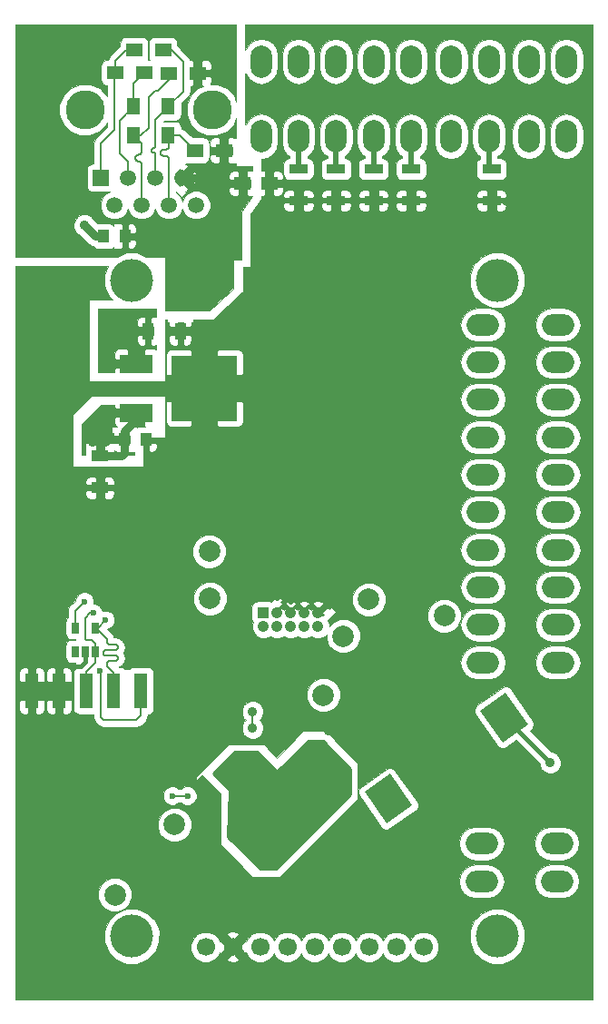
<source format=gtl>
G04 #@! TF.FileFunction,Copper,L1,Top,Signal*
%FSLAX46Y46*%
G04 Gerber Fmt 4.6, Leading zero omitted, Abs format (unit mm)*
G04 Created by KiCad (PCBNEW 4.0.2-4+6225~38~ubuntu14.04.1-stable) date Do 17 Mär 2016 15:21:07 CET*
%MOMM*%
G01*
G04 APERTURE LIST*
%ADD10C,0.150000*%
%ADD11C,1.700000*%
%ADD12C,4.000000*%
%ADD13C,3.649980*%
%ADD14R,1.501140X1.501140*%
%ADD15C,1.501140*%
%ADD16R,1.500000X1.300000*%
%ADD17R,1.300000X1.500000*%
%ADD18R,1.000000X1.250000*%
%ADD19R,1.500000X1.250000*%
%ADD20R,1.700000X0.900000*%
%ADD21R,3.048000X1.651000*%
%ADD22R,6.096000X6.096000*%
%ADD23R,1.050000X1.050000*%
%ADD24C,1.050000*%
%ADD25O,2.000000X3.014980*%
%ADD26O,3.014980X2.000000*%
%ADD27R,1.000000X1.600000*%
%ADD28R,1.600000X1.000000*%
%ADD29R,0.650000X1.060000*%
%ADD30R,1.270000X3.270000*%
%ADD31C,9.000000*%
%ADD32C,2.000000*%
%ADD33C,0.889000*%
%ADD34C,0.600000*%
%ADD35C,0.762000*%
%ADD36C,0.200000*%
%ADD37C,0.400000*%
%ADD38C,0.254000*%
%ADD39C,0.508000*%
%ADD40C,0.100000*%
G04 APERTURE END LIST*
D10*
D11*
X39160000Y-87100000D03*
X36620000Y-87100000D03*
X34080000Y-87100000D03*
X31540000Y-87100000D03*
X29000000Y-87100000D03*
X26460000Y-87100000D03*
X23920000Y-87100000D03*
X21380000Y-87100000D03*
D12*
X46050000Y-86100000D03*
X11950000Y-86100000D03*
X46050000Y-24900000D03*
X11950000Y-24900000D03*
D11*
X18840000Y-87100000D03*
D13*
X19438520Y-9000000D03*
X7569100Y-9000000D03*
D14*
X9055000Y-15350000D03*
D15*
X10325000Y-17890000D03*
X11595000Y-15350000D03*
X12865000Y-17890000D03*
X14135000Y-15350000D03*
X15405000Y-17890000D03*
X16675000Y-15350000D03*
X17945000Y-17890000D03*
D16*
X13100000Y-5550000D03*
X10400000Y-5550000D03*
D17*
X12100000Y-11400000D03*
X12100000Y-8700000D03*
D16*
X20550000Y-12800000D03*
X17850000Y-12800000D03*
D17*
X15350000Y-11400000D03*
X15350000Y-8700000D03*
D16*
X14850000Y-3450000D03*
X12150000Y-3450000D03*
D18*
X11250000Y-39750000D03*
X13250000Y-39750000D03*
D19*
X22284000Y-15859000D03*
X24784000Y-15859000D03*
D16*
X18100000Y-5600000D03*
X15400000Y-5600000D03*
D20*
X27500000Y-14550000D03*
X27500000Y-17450000D03*
X31000000Y-14550000D03*
X31000000Y-17450000D03*
X34500000Y-14550000D03*
X34500000Y-17450000D03*
X38000000Y-14550000D03*
X38000000Y-17450000D03*
X45500000Y-14550000D03*
X45500000Y-17450000D03*
D21*
X12358000Y-32686500D03*
D22*
X18708000Y-34972500D03*
D21*
X12358000Y-37258500D03*
D23*
X24232500Y-55927500D03*
D24*
X25502500Y-55927500D03*
X26772500Y-55927500D03*
X28042500Y-55927500D03*
X29312500Y-55927500D03*
X25502500Y-57197500D03*
X26772500Y-57197500D03*
X28042500Y-57197500D03*
X29312500Y-57197500D03*
X24232500Y-57197500D03*
D25*
X38000000Y-4500000D03*
X34500000Y-4500000D03*
X31000000Y-4500000D03*
X27500000Y-4500000D03*
X24000000Y-4500000D03*
X38000000Y-11500000D03*
X34500000Y-11500000D03*
X31000000Y-11500000D03*
X24000000Y-11500000D03*
X27500000Y-11500000D03*
D26*
X51600000Y-80950000D03*
X51600000Y-77450000D03*
X44600000Y-77450000D03*
X44600000Y-80950000D03*
D25*
X45250000Y-4500000D03*
X41750000Y-4500000D03*
X41750000Y-11500000D03*
X45250000Y-11500000D03*
X52500000Y-4500000D03*
X49000000Y-4500000D03*
X49000000Y-11500000D03*
X52500000Y-11500000D03*
D26*
X44700000Y-60550000D03*
X51700000Y-60550000D03*
X51700000Y-57050000D03*
X44700000Y-57050000D03*
X51700000Y-29050000D03*
X44700000Y-29050000D03*
X51700000Y-53550000D03*
X44700000Y-53550000D03*
X51700000Y-50050000D03*
X44700000Y-50050000D03*
X51700000Y-46550000D03*
X51700000Y-43050000D03*
X51700000Y-39550000D03*
X51700000Y-36050000D03*
X51700000Y-32550000D03*
X44700000Y-46550000D03*
X44700000Y-43050000D03*
X44700000Y-39550000D03*
X44700000Y-32550000D03*
X44700000Y-36050000D03*
D18*
X11326000Y-20812000D03*
X9326000Y-20812000D03*
D27*
X16461500Y-29638500D03*
X13461500Y-29638500D03*
D28*
X9000000Y-44250000D03*
X9000000Y-41250000D03*
D29*
X6646500Y-59520000D03*
X7596500Y-59520000D03*
X8546500Y-59520000D03*
X8546500Y-57320000D03*
X6646500Y-57320000D03*
D30*
X2620000Y-63200000D03*
X5160000Y-63200000D03*
X7700000Y-63200000D03*
X10240000Y-63200000D03*
X12780000Y-63200000D03*
D10*
G36*
X35713264Y-75560764D02*
X33648389Y-72611816D01*
X36023930Y-70948444D01*
X38088805Y-73897392D01*
X35713264Y-75560764D01*
X35713264Y-75560764D01*
G37*
D31*
X41275000Y-69469000D03*
D10*
G36*
X46526070Y-67989556D02*
X44461195Y-65040608D01*
X46836736Y-63377236D01*
X48901611Y-66326184D01*
X46526070Y-67989556D01*
X46526070Y-67989556D01*
G37*
D32*
X31662000Y-58086500D03*
X29820500Y-63611000D03*
X41100000Y-56200000D03*
X34036000Y-54686200D03*
X19241400Y-54594000D03*
X19165200Y-50174400D03*
D33*
X8250000Y-38000000D03*
X8250000Y-39000000D03*
X8250000Y-40000000D03*
X9500000Y-39000000D03*
X9500000Y-40000000D03*
X9500000Y-38000000D03*
D32*
X10376800Y-82229200D03*
X15914000Y-75676000D03*
D33*
X23216500Y-65135000D03*
X23216500Y-66659000D03*
D34*
X20387843Y-71450343D03*
X21375000Y-72628000D03*
X21502000Y-76311000D03*
X22899000Y-78089000D03*
X26963000Y-77581000D03*
X25312000Y-79359000D03*
X28487000Y-76057000D03*
X30138000Y-74533000D03*
X31916000Y-72628000D03*
X31789000Y-70596000D03*
X29630000Y-68437000D03*
X28614000Y-68183000D03*
X26328000Y-70342000D03*
X25185000Y-70977000D03*
X23407000Y-69326000D03*
X21883000Y-69326000D03*
X25058000Y-78597000D03*
X28106000Y-69199000D03*
D33*
X36107000Y-83804000D03*
X33426400Y-81026000D03*
X27500000Y-16200000D03*
X38000000Y-19250000D03*
X25857200Y-9499600D03*
X54203600Y-27305000D03*
X54127400Y-37922200D03*
X54025800Y-51816000D03*
X5500000Y-24250000D03*
X1778000Y-24434800D03*
X1574800Y-66421000D03*
X1625600Y-52476400D03*
X43357800Y-18262600D03*
X47244000Y-9144000D03*
X54000000Y-14000000D03*
X47421800Y-15773400D03*
X39827200Y-9499600D03*
X41783000Y-16662400D03*
X36474400Y-54762400D03*
X36626800Y-42951400D03*
X41706800Y-79781400D03*
X41084500Y-76263500D03*
X9906000Y-89001600D03*
X53949600Y-90551000D03*
X53873400Y-87045800D03*
X9900000Y-77050000D03*
X10500000Y-72000000D03*
X4200000Y-70600000D03*
X4231000Y-75488800D03*
X1950000Y-72600000D03*
X6700000Y-34500000D03*
X2200000Y-39000000D03*
X37500000Y-26500000D03*
X47854500Y-21764500D03*
X44000000Y-22000000D03*
X51000000Y-66500000D03*
X2159000Y-90424000D03*
X6731000Y-77089000D03*
X17500000Y-64500000D03*
X17500000Y-89000000D03*
X6500000Y-83500000D03*
X5500000Y-87000000D03*
X5422900Y-47231300D03*
X4053200Y-40563800D03*
X5323200Y-43815000D03*
X14961500Y-57007000D03*
X17438000Y-68818000D03*
X15000000Y-65000000D03*
X30849200Y-76184000D03*
X20638400Y-80375000D03*
X14923400Y-73948800D03*
X34750000Y-33750000D03*
X29250000Y-41250000D03*
X28000000Y-66250000D03*
X28000000Y-22750000D03*
X23750000Y-20750000D03*
X19500000Y-40500000D03*
X18250000Y-31000000D03*
X19750000Y-29500000D03*
X18250000Y-29500000D03*
X12548500Y-43989500D03*
X16104500Y-42084500D03*
X22327500Y-56816500D03*
X33948000Y-20939000D03*
X35599000Y-22590000D03*
X24750000Y-34250000D03*
X25750000Y-41000000D03*
X16000000Y-45500000D03*
X17750000Y-47250000D03*
X31500000Y-47750000D03*
X28000000Y-48000000D03*
X40679000Y-60182000D03*
X23661000Y-63611000D03*
X30265000Y-66913000D03*
X19851000Y-76311000D03*
X19748500Y-73025000D03*
X52426500Y-21383500D03*
X34964000Y-37576000D03*
X38520000Y-39354000D03*
X24550000Y-36560000D03*
X28614000Y-30464000D03*
X26836000Y-31988000D03*
X32932000Y-22844000D03*
X13882000Y-60182000D03*
X8100000Y-70600000D03*
X23534000Y-26654000D03*
X25820000Y-27416000D03*
X14136000Y-67548000D03*
D34*
X17133200Y-72983600D03*
X15710800Y-72983600D03*
D33*
X11850000Y-29702000D03*
X11850000Y-28432000D03*
X10580000Y-29702000D03*
X9310000Y-28432000D03*
X9310000Y-29702000D03*
X10580000Y-28432000D03*
X7532000Y-19796000D03*
X5000000Y-22000000D03*
X7250000Y-12750000D03*
X5250000Y-2250000D03*
X20250000Y-2500000D03*
X18000000Y-4000000D03*
X17500000Y-26900000D03*
D34*
X9501500Y-56578500D03*
X8358500Y-55943500D03*
D33*
X50990500Y-69913500D03*
D34*
X8955400Y-61341000D03*
X7533000Y-54864000D03*
D35*
X12358000Y-37258500D02*
X12358000Y-37892000D01*
X12358000Y-37892000D02*
X11250000Y-39000000D01*
X11250000Y-39000000D02*
X11250000Y-39750000D01*
X11250000Y-39750000D02*
X11250000Y-41000000D01*
X11000000Y-41250000D02*
X9000000Y-41250000D01*
X11250000Y-41000000D02*
X11000000Y-41250000D01*
D36*
X9500000Y-40000000D02*
X8250000Y-40000000D01*
X8250000Y-39000000D02*
X8250000Y-38000000D01*
X9750000Y-37250000D02*
X12349500Y-37250000D01*
X8750000Y-38250000D02*
X9750000Y-37250000D01*
X8750000Y-39000000D02*
X8750000Y-38250000D01*
X9500000Y-39000000D02*
X8750000Y-39000000D01*
X12349500Y-37250000D02*
X12358000Y-37258500D01*
X9750000Y-39750000D02*
X10116000Y-40116000D01*
X9750000Y-38250000D02*
X9750000Y-39750000D01*
X9500000Y-38000000D02*
X9750000Y-38250000D01*
X9616000Y-40116000D02*
X9500000Y-40000000D01*
X23216500Y-66659000D02*
X23216500Y-65135000D01*
X20359000Y-71479186D02*
X20359000Y-71485000D01*
X20387843Y-71450343D02*
X20359000Y-71479186D01*
D37*
X48950300Y-82249700D02*
X48950300Y-82550300D01*
X50530600Y-84130600D02*
X51669400Y-84130600D01*
X48950300Y-82550300D02*
X50530600Y-84130600D01*
X51000000Y-66500000D02*
X52200000Y-66500000D01*
X54000000Y-82200000D02*
X54000000Y-73100000D01*
X52069400Y-84130600D02*
X54000000Y-82200000D01*
X51669400Y-84130600D02*
X52069400Y-84130600D01*
X52200000Y-66500000D02*
X54000000Y-68300000D01*
X54000000Y-68300000D02*
X54000000Y-73100000D01*
D38*
X36107000Y-83804000D02*
X36107000Y-82106400D01*
X33680400Y-81026000D02*
X33426400Y-81026000D01*
X36107000Y-82106400D02*
X33680400Y-81026000D01*
X54127400Y-51714400D02*
X54127400Y-37922200D01*
X54025800Y-51816000D02*
X54127400Y-51714400D01*
X2200000Y-39000000D02*
X2200000Y-24856800D01*
X2200000Y-24856800D02*
X1778000Y-24434800D01*
X2200000Y-39000000D02*
X2200000Y-39278200D01*
X1625600Y-39852600D02*
X1625600Y-52476400D01*
X2200000Y-39278200D02*
X1625600Y-39852600D01*
X43357800Y-18262600D02*
X43357800Y-18237200D01*
X47244000Y-9144000D02*
X47244000Y-11734800D01*
X46939200Y-15290800D02*
X47421800Y-15773400D01*
X46939200Y-12039600D02*
X46939200Y-15290800D01*
X47244000Y-11734800D02*
X46939200Y-12039600D01*
X43357800Y-18237200D02*
X41783000Y-16662400D01*
X29312500Y-55927500D02*
X29312500Y-55802900D01*
X29312500Y-55802900D02*
X29895800Y-55219600D01*
X28042500Y-55927500D02*
X28042500Y-55650500D01*
X28042500Y-55650500D02*
X28473400Y-55219600D01*
X28854400Y-55219600D02*
X29312500Y-55677700D01*
X28473400Y-55219600D02*
X28854400Y-55219600D01*
X29312500Y-55677700D02*
X29312500Y-55927500D01*
X26772500Y-55927500D02*
X26772500Y-55726700D01*
X26772500Y-55726700D02*
X27152600Y-55346600D01*
X27461600Y-55346600D02*
X28042500Y-55927500D01*
X27152600Y-55346600D02*
X27461600Y-55346600D01*
X25502500Y-55927500D02*
X25502500Y-55726700D01*
X25502500Y-55726700D02*
X25984200Y-55245000D01*
X25984200Y-55245000D02*
X26090000Y-55245000D01*
X26090000Y-55245000D02*
X26772500Y-55927500D01*
D36*
X39039800Y-52197000D02*
X36474400Y-54762400D01*
X39039800Y-44018200D02*
X39039800Y-52197000D01*
X38252400Y-43230800D02*
X39039800Y-44018200D01*
X36906200Y-43230800D02*
X38252400Y-43230800D01*
X36626800Y-42951400D02*
X36906200Y-43230800D01*
X41706800Y-79781400D02*
X41884600Y-79781400D01*
X12242800Y-91338400D02*
X9906000Y-89001600D01*
X53162200Y-91338400D02*
X12242800Y-91338400D01*
X53949600Y-90551000D02*
X53162200Y-91338400D01*
X53873400Y-86334600D02*
X53873400Y-87045800D01*
X51669400Y-84130600D02*
X53873400Y-86334600D01*
X45923200Y-79222600D02*
X48950300Y-82249700D01*
X42443400Y-79222600D02*
X45923200Y-79222600D01*
X41884600Y-79781400D02*
X42443400Y-79222600D01*
D37*
X9861000Y-77089000D02*
X9900000Y-77050000D01*
X6731000Y-77089000D02*
X9861000Y-77089000D01*
X2500000Y-72300000D02*
X4200000Y-70600000D01*
X1650000Y-72300000D02*
X2500000Y-72300000D01*
X1950000Y-72600000D02*
X1650000Y-72300000D01*
X2200000Y-39000000D02*
X6700000Y-34500000D01*
D36*
X47854500Y-21764500D02*
X44235500Y-21764500D01*
X44235500Y-21764500D02*
X44000000Y-22000000D01*
X51000000Y-66500000D02*
X52149000Y-66500000D01*
X52149000Y-66500000D02*
X53213000Y-67564000D01*
X9871200Y-73948800D02*
X14923400Y-73948800D01*
X6731000Y-77089000D02*
X9871200Y-73948800D01*
X14923400Y-73948800D02*
X16798800Y-73948800D01*
X16798800Y-73948800D02*
X17018000Y-74168000D01*
X17018000Y-74168000D02*
X18412600Y-74168000D01*
D37*
X6500000Y-86000000D02*
X6500000Y-83500000D01*
X5500000Y-87000000D02*
X6500000Y-86000000D01*
X7596500Y-59520000D02*
X7596500Y-60515500D01*
X5160000Y-60894600D02*
X5160000Y-63200000D01*
X5424800Y-60629800D02*
X5160000Y-60894600D01*
X5856600Y-60629800D02*
X5424800Y-60629800D01*
X6136000Y-60909200D02*
X5856600Y-60629800D01*
X7202800Y-60909200D02*
X6136000Y-60909200D01*
X7596500Y-60515500D02*
X7202800Y-60909200D01*
X5323200Y-43815000D02*
X5323200Y-47294800D01*
X5323200Y-47294800D02*
X5422900Y-47231300D01*
X14645000Y-60945000D02*
X13882000Y-60182000D01*
X15190500Y-64809500D02*
X14645000Y-60945000D01*
X15000000Y-65000000D02*
X15190500Y-64809500D01*
X19851000Y-79587600D02*
X19851000Y-76311000D01*
X20638400Y-80375000D02*
X19851000Y-79587600D01*
D36*
X14923400Y-73948800D02*
X14775400Y-74359600D01*
X14775400Y-74359600D02*
X14771000Y-74329800D01*
X19748500Y-73025000D02*
X18412600Y-74168000D01*
X18412600Y-74168000D02*
X18276200Y-74304400D01*
D39*
X28000000Y-66250000D02*
X28199000Y-66449000D01*
X28199000Y-66449000D02*
X29801000Y-66449000D01*
X29801000Y-66449000D02*
X30265000Y-66913000D01*
D35*
X24500000Y-22750000D02*
X28000000Y-22750000D01*
X23750000Y-22000000D02*
X24500000Y-22750000D01*
X23750000Y-20750000D02*
X23750000Y-22000000D01*
X16461500Y-29638500D02*
X18111500Y-29638500D01*
X19750000Y-29500000D02*
X18250000Y-31000000D01*
X18111500Y-29638500D02*
X18250000Y-29500000D01*
D37*
X14199500Y-43989500D02*
X12548500Y-43989500D01*
X16104500Y-42084500D02*
X14199500Y-43989500D01*
X27661500Y-54086000D02*
X29122000Y-54086000D01*
X29122000Y-54086000D02*
X29312500Y-54276500D01*
X27788500Y-54086000D02*
X27661500Y-54086000D01*
X27661500Y-54086000D02*
X25947000Y-54086000D01*
X28042500Y-54340000D02*
X27788500Y-54086000D01*
X25502500Y-54530500D02*
X25947000Y-54086000D01*
X25947000Y-54086000D02*
X26772500Y-54911500D01*
X23851500Y-54086000D02*
X25947000Y-54086000D01*
X22327500Y-55610000D02*
X23851500Y-54086000D01*
X22327500Y-56816500D02*
X22327500Y-55610000D01*
X33948000Y-20939000D02*
X35599000Y-22590000D01*
X45500000Y-17450000D02*
X38000000Y-17450000D01*
X24550000Y-34450000D02*
X24550000Y-36560000D01*
X24750000Y-34250000D02*
X24550000Y-34450000D01*
X24550000Y-36560000D02*
X24550000Y-40300000D01*
X24550000Y-40300000D02*
X25250000Y-41000000D01*
X25250000Y-41000000D02*
X25750000Y-41000000D01*
X16000000Y-45500000D02*
X17750000Y-47250000D01*
X31500000Y-47750000D02*
X28250000Y-47750000D01*
X28250000Y-47750000D02*
X28000000Y-48000000D01*
X26963000Y-63611000D02*
X23661000Y-63611000D01*
X30265000Y-66913000D02*
X26963000Y-63611000D01*
X19851000Y-78597000D02*
X19851000Y-76311000D01*
X19724000Y-78724000D02*
X19851000Y-78597000D01*
D36*
X19748500Y-73025000D02*
X19621500Y-73152000D01*
D37*
X46450000Y-17450000D02*
X45500000Y-17450000D01*
X52426500Y-21383500D02*
X46450000Y-17450000D01*
X36742000Y-37576000D02*
X34964000Y-37576000D01*
X38520000Y-39354000D02*
X36742000Y-37576000D01*
X26836000Y-34274000D02*
X26836000Y-31988000D01*
X24550000Y-36560000D02*
X26836000Y-34274000D01*
X28360000Y-30464000D02*
X28614000Y-30464000D01*
X26836000Y-31988000D02*
X28360000Y-30464000D01*
D39*
X32932000Y-22844000D02*
X31408000Y-22844000D01*
X31408000Y-22844000D02*
X31000000Y-22436000D01*
X31000000Y-22436000D02*
X31000000Y-17450000D01*
X34500000Y-17450000D02*
X34500000Y-19752000D01*
X34500000Y-19752000D02*
X33694000Y-20558000D01*
X32932000Y-22844000D02*
X33694000Y-22082000D01*
X33694000Y-22082000D02*
X33694000Y-20558000D01*
D37*
X8100000Y-70600000D02*
X11088000Y-70596000D01*
X25820000Y-27416000D02*
X24296000Y-27416000D01*
X24296000Y-27416000D02*
X23534000Y-26654000D01*
X11088000Y-70596000D02*
X14136000Y-67548000D01*
D36*
X14136000Y-60944000D02*
X14136000Y-67548000D01*
X13882000Y-60182000D02*
X13882000Y-60690000D01*
X13882000Y-60690000D02*
X14136000Y-60944000D01*
D39*
X45250000Y-11500000D02*
X45250000Y-14300000D01*
X45250000Y-14300000D02*
X45500000Y-14550000D01*
X38000000Y-11500000D02*
X38000000Y-14550000D01*
X34500000Y-11500000D02*
X34500000Y-14550000D01*
X31000000Y-11500000D02*
X31000000Y-14550000D01*
X27500000Y-11500000D02*
X27500000Y-14550000D01*
D36*
X12100000Y-8700000D02*
X10800000Y-10000000D01*
X10800000Y-10000000D02*
X10800000Y-13050000D01*
X10800000Y-13050000D02*
X11595000Y-13845000D01*
X11595000Y-13845000D02*
X11595000Y-15350000D01*
X12100000Y-8700000D02*
X12100000Y-6550000D01*
X12100000Y-6550000D02*
X13100000Y-5550000D01*
X12100000Y-11400000D02*
X12865000Y-12165000D01*
X12799549Y-13087046D02*
X12752046Y-13134549D01*
X12752046Y-13134549D02*
X12695165Y-13170290D01*
X12695165Y-13170290D02*
X12631756Y-13192478D01*
X12865000Y-12165000D02*
X12865000Y-12900000D01*
X12315378Y-13312953D02*
X12279637Y-13369834D01*
X12865000Y-12900000D02*
X12857478Y-12966756D01*
X12631756Y-13192478D02*
X12565000Y-13200000D01*
X12835290Y-13030165D02*
X12799549Y-13087046D01*
X12419762Y-13229709D02*
X12362881Y-13265450D01*
X12857478Y-12966756D02*
X12835290Y-13030165D01*
X12565000Y-13200000D02*
X12549928Y-13200000D01*
X12695165Y-13829709D02*
X12752046Y-13865450D01*
X12549928Y-13200000D02*
X12483171Y-13207521D01*
X12483171Y-13207521D02*
X12419762Y-13229709D01*
X12362881Y-13265450D02*
X12315378Y-13312953D01*
X12279637Y-13369834D02*
X12257449Y-13433243D01*
X12549928Y-13800000D02*
X12565000Y-13800000D01*
X12419762Y-13770290D02*
X12483171Y-13792478D01*
X12257449Y-13433243D02*
X12249928Y-13500000D01*
X12249928Y-13500000D02*
X12257449Y-13566756D01*
X12752046Y-13865450D02*
X12799549Y-13912953D01*
X12257449Y-13566756D02*
X12279637Y-13630165D01*
X12279637Y-13630165D02*
X12315378Y-13687046D01*
X12315378Y-13687046D02*
X12362881Y-13734549D01*
X12799549Y-13912953D02*
X12835290Y-13969834D01*
X12835290Y-13969834D02*
X12857478Y-14033243D01*
X12362881Y-13734549D02*
X12419762Y-13770290D01*
X12631756Y-13807521D02*
X12695165Y-13829709D01*
X12483171Y-13792478D02*
X12549928Y-13800000D01*
X12565000Y-13800000D02*
X12631756Y-13807521D01*
X12857478Y-14033243D02*
X12865000Y-14100000D01*
X12865000Y-14100000D02*
X12865000Y-17890000D01*
X15400000Y-5600000D02*
X15400000Y-6200000D01*
X15400000Y-6200000D02*
X14400000Y-7200000D01*
X14400000Y-7200000D02*
X14150000Y-7200000D01*
X14150000Y-7200000D02*
X13500000Y-7850000D01*
X13500000Y-7850000D02*
X13500000Y-10700000D01*
X13500000Y-10700000D02*
X12800000Y-11400000D01*
X12800000Y-11400000D02*
X12100000Y-11400000D01*
X15350000Y-8700000D02*
X14135000Y-9915000D01*
X14117403Y-13078276D02*
X14130545Y-13115833D01*
X14135000Y-9915000D02*
X14135000Y-12400000D01*
X14135000Y-12400000D02*
X14130545Y-12439538D01*
X14096234Y-13044586D02*
X14117403Y-13078276D01*
X13880218Y-12595282D02*
X13846528Y-12616451D01*
X14130545Y-12439538D02*
X14117403Y-12477095D01*
X14068099Y-13016451D02*
X14096234Y-13044586D01*
X14117403Y-12477095D02*
X14096234Y-12510785D01*
X14096234Y-12510785D02*
X14068099Y-12538920D01*
X14068099Y-12538920D02*
X14034409Y-12560089D01*
X13784082Y-12715833D02*
X13779628Y-12755372D01*
X13917775Y-12973231D02*
X13996852Y-12982140D01*
X13996852Y-12982140D02*
X14034409Y-12995282D01*
X14034409Y-12560089D02*
X13996852Y-12573231D01*
X13996852Y-12573231D02*
X13917775Y-12582140D01*
X13846528Y-12938920D02*
X13880218Y-12960089D01*
X13880218Y-12960089D02*
X13917775Y-12973231D01*
X13917775Y-12582140D02*
X13880218Y-12595282D01*
X13797224Y-12678276D02*
X13784082Y-12715833D01*
X13779628Y-12755372D02*
X13779628Y-12800000D01*
X13846528Y-12616451D02*
X13818393Y-12644586D01*
X13779628Y-12800000D02*
X13784082Y-12839538D01*
X13818393Y-12644586D02*
X13797224Y-12678276D01*
X13784082Y-12839538D02*
X13797224Y-12877095D01*
X13797224Y-12877095D02*
X13818393Y-12910785D01*
X13818393Y-12910785D02*
X13846528Y-12938920D01*
X14034409Y-12995282D02*
X14068099Y-13016451D01*
X14130545Y-13115833D02*
X14135000Y-13155372D01*
X14135000Y-13155372D02*
X14135000Y-15350000D01*
X14850000Y-3450000D02*
X15650000Y-3450000D01*
X16750000Y-7300000D02*
X15350000Y-8700000D01*
X16750000Y-4550000D02*
X16750000Y-7300000D01*
X15650000Y-3450000D02*
X16750000Y-4550000D01*
X15292046Y-13365450D02*
X15339549Y-13412953D01*
X15350000Y-11400000D02*
X15405000Y-11455000D01*
X15375290Y-12530165D02*
X15339549Y-12587046D01*
X15405000Y-11455000D02*
X15405000Y-12400000D01*
X14672591Y-12869834D02*
X14650403Y-12933243D01*
X15405000Y-12400000D02*
X15397478Y-12466756D01*
X15397478Y-12466756D02*
X15375290Y-12530165D01*
X15339549Y-12587046D02*
X15292046Y-12634549D01*
X15292046Y-12634549D02*
X15235165Y-12670290D01*
X15235165Y-12670290D02*
X15171756Y-12692478D01*
X15171756Y-12692478D02*
X15105000Y-12700000D01*
X14708332Y-12812953D02*
X14672591Y-12869834D01*
X14876125Y-13292478D02*
X14942882Y-13300000D01*
X15105000Y-12700000D02*
X14942882Y-12700000D01*
X14942882Y-12700000D02*
X14876125Y-12707521D01*
X14708332Y-13187046D02*
X14755835Y-13234549D01*
X14755835Y-12765450D02*
X14708332Y-12812953D01*
X14876125Y-12707521D02*
X14812716Y-12729709D01*
X14650403Y-13066756D02*
X14672591Y-13130165D01*
X14812716Y-12729709D02*
X14755835Y-12765450D01*
X14642882Y-13000000D02*
X14650403Y-13066756D01*
X14650403Y-12933243D02*
X14642882Y-13000000D01*
X15397478Y-13533243D02*
X15405000Y-13600000D01*
X14672591Y-13130165D02*
X14708332Y-13187046D01*
X14755835Y-13234549D02*
X14812716Y-13270290D01*
X15171756Y-13307521D02*
X15235165Y-13329709D01*
X14812716Y-13270290D02*
X14876125Y-13292478D01*
X15339549Y-13412953D02*
X15375290Y-13469834D01*
X15235165Y-13329709D02*
X15292046Y-13365450D01*
X14942882Y-13300000D02*
X15105000Y-13300000D01*
X15105000Y-13300000D02*
X15171756Y-13307521D01*
X15375290Y-13469834D02*
X15397478Y-13533243D01*
X15405000Y-13600000D02*
X15405000Y-17890000D01*
X15350000Y-11400000D02*
X16450000Y-11400000D01*
X16450000Y-11400000D02*
X17850000Y-12800000D01*
X15350000Y-11400000D02*
X15650000Y-11400000D01*
X17133200Y-72983600D02*
X15710800Y-72983600D01*
D37*
X11850000Y-29702000D02*
X11850000Y-29654000D01*
X11850000Y-29654000D02*
X11850000Y-29702000D01*
X11850000Y-29702000D02*
X11850000Y-29654000D01*
X10580000Y-28432000D02*
X11668000Y-28614000D01*
X11668000Y-28614000D02*
X11850000Y-28432000D01*
X10536000Y-29746000D02*
X9310000Y-29702000D01*
X10580000Y-29702000D02*
X10536000Y-29746000D01*
D35*
X11850000Y-28940000D02*
X11450000Y-29654000D01*
X10580000Y-28432000D02*
X11850000Y-28940000D01*
X13136000Y-29702000D02*
X11850000Y-29654000D01*
X11850000Y-29654000D02*
X11450000Y-29654000D01*
X8548000Y-20812000D02*
X9326000Y-20812000D01*
X7532000Y-19796000D02*
X8548000Y-20812000D01*
D36*
X12150000Y-3450000D02*
X11400000Y-3450000D01*
X11400000Y-3450000D02*
X10400000Y-4450000D01*
X10400000Y-4450000D02*
X10400000Y-5550000D01*
X9055000Y-15350000D02*
X9055000Y-12145000D01*
X9055000Y-12145000D02*
X10300000Y-10900000D01*
X10300000Y-10900000D02*
X10300000Y-5750000D01*
D37*
X18100000Y-5600000D02*
X18100000Y-4100000D01*
X5000000Y-15000000D02*
X5000000Y-22000000D01*
X7250000Y-12750000D02*
X5000000Y-15000000D01*
X5500000Y-2000000D02*
X5250000Y-2250000D01*
X17250000Y-2000000D02*
X5500000Y-2000000D01*
X17500000Y-2250000D02*
X17250000Y-2000000D01*
X20000000Y-2250000D02*
X17500000Y-2250000D01*
X20250000Y-2500000D02*
X20000000Y-2250000D01*
X18100000Y-4100000D02*
X18000000Y-4000000D01*
X20300000Y-16308000D02*
X19851000Y-15859000D01*
X20300000Y-20300000D02*
X20300000Y-16308000D01*
X18000000Y-22600000D02*
X20300000Y-20300000D01*
X18000000Y-26400000D02*
X18000000Y-22600000D01*
X17500000Y-26900000D02*
X18000000Y-26400000D01*
D35*
X20550000Y-12800000D02*
X20550000Y-14144000D01*
X19343000Y-15351000D02*
X19343000Y-15350000D01*
X20550000Y-14144000D02*
X19343000Y-15351000D01*
X22284000Y-15859000D02*
X19851000Y-15859000D01*
X19851000Y-15859000D02*
X19342000Y-15350000D01*
X19342000Y-15350000D02*
X19343000Y-15350000D01*
X19343000Y-15350000D02*
X16675000Y-15350000D01*
D36*
X16675000Y-15350000D02*
X19500000Y-15350000D01*
X20550000Y-14300000D02*
X20550000Y-12800000D01*
X19500000Y-15350000D02*
X20550000Y-14300000D01*
X10240000Y-63200000D02*
X10240000Y-61508000D01*
X10506517Y-59367742D02*
X10553919Y-59337957D01*
X10593504Y-60298372D02*
X10623289Y-60250970D01*
X9878500Y-58892500D02*
X9822869Y-58886231D01*
X9683042Y-58798372D02*
X9653257Y-58750970D01*
X9770029Y-60417257D02*
X9822869Y-60398768D01*
X10240000Y-61508000D02*
X9628500Y-60896500D01*
X9653257Y-60534029D02*
X9683042Y-60486627D01*
X10506517Y-60367742D02*
X10553919Y-60337957D01*
X9628500Y-60896500D02*
X9628500Y-60642500D01*
X10623289Y-59034029D02*
X10593504Y-58986627D01*
X9683042Y-60486627D02*
X9722627Y-60447042D01*
X9628500Y-60642500D02*
X9634768Y-60586869D01*
X9308953Y-59732727D02*
X9308953Y-59552273D01*
X10648047Y-60142500D02*
X10641778Y-60086869D01*
X9634768Y-60586869D02*
X9653257Y-60534029D01*
X9343811Y-59832343D02*
X9324776Y-59802049D01*
X9878500Y-60392500D02*
X10398047Y-60392500D01*
X9722627Y-60447042D02*
X9770029Y-60417257D01*
X9468726Y-59892500D02*
X9433174Y-59888494D01*
X9822869Y-60398768D02*
X9878500Y-60392500D01*
X9324776Y-59802049D02*
X9312959Y-59768279D01*
X10398047Y-60392500D02*
X10453677Y-60386231D01*
X10553919Y-60337957D02*
X10593504Y-60298372D01*
X10453677Y-60386231D02*
X10506517Y-60367742D01*
X10648047Y-59142500D02*
X10641778Y-59086869D01*
X10623289Y-60250970D02*
X10641778Y-60198130D01*
X10641778Y-60198130D02*
X10648047Y-60142500D01*
X10553919Y-58947042D02*
X10506517Y-58917257D01*
X10641778Y-60086869D02*
X10623289Y-60034029D01*
X10623289Y-60034029D02*
X10593504Y-59986627D01*
X10553919Y-59947042D02*
X10506517Y-59917257D01*
X10593504Y-58986627D02*
X10553919Y-58947042D01*
X10623289Y-59250970D02*
X10641778Y-59198130D01*
X10593504Y-59986627D02*
X10553919Y-59947042D01*
X10506517Y-59917257D02*
X10453677Y-59898768D01*
X10453677Y-59898768D02*
X10398047Y-59892500D01*
X10641778Y-59198130D02*
X10648047Y-59142500D01*
X10398047Y-59892500D02*
X9468726Y-59892500D01*
X9770029Y-58867742D02*
X9722627Y-58837957D01*
X9399404Y-59876677D02*
X9369110Y-59857642D01*
X9433174Y-59888494D02*
X9399404Y-59876677D01*
X9369110Y-59857642D02*
X9343811Y-59832343D01*
X9399404Y-59408322D02*
X9433174Y-59396505D01*
X9312959Y-59768279D02*
X9308953Y-59732727D01*
X9308953Y-59552273D02*
X9312959Y-59516720D01*
X9312959Y-59516720D02*
X9324776Y-59482950D01*
X9822869Y-58886231D02*
X9770029Y-58867742D01*
X9324776Y-59482950D02*
X9343811Y-59452656D01*
X8592000Y-57320000D02*
X8546500Y-57320000D01*
X9343811Y-59452656D02*
X9369110Y-59427357D01*
X10453677Y-59386231D02*
X10506517Y-59367742D01*
X9369110Y-59427357D02*
X9399404Y-59408322D01*
X9433174Y-59396505D02*
X9468726Y-59392500D01*
X9468726Y-59392500D02*
X10398047Y-59392500D01*
X10398047Y-59392500D02*
X10453677Y-59386231D01*
X10593504Y-59298372D02*
X10623289Y-59250970D01*
X10553919Y-59337957D02*
X10593504Y-59298372D01*
X10506517Y-58917257D02*
X10453677Y-58898768D01*
X10641778Y-59086869D02*
X10623289Y-59034029D01*
X10453677Y-58898768D02*
X10398047Y-58892500D01*
X10398047Y-58892500D02*
X9878500Y-58892500D01*
X9722627Y-58837957D02*
X9683042Y-58798372D01*
X9653257Y-58750970D02*
X9634768Y-58698130D01*
X9634768Y-58698130D02*
X9628500Y-58642500D01*
X9628500Y-58642500D02*
X9628500Y-58356500D01*
X9628500Y-58356500D02*
X8592000Y-57320000D01*
X8546500Y-57320000D02*
X8546500Y-57401500D01*
X9501500Y-56578500D02*
X8760000Y-57320000D01*
X8760000Y-57320000D02*
X8546500Y-57320000D01*
X8546500Y-57655500D02*
X8546500Y-57320000D01*
X10240000Y-61570710D02*
X10240000Y-63200000D01*
X8546500Y-59520000D02*
X8546500Y-58798500D01*
X8041000Y-55943500D02*
X8358500Y-55943500D01*
X7596500Y-56388000D02*
X8041000Y-55943500D01*
X7596500Y-58356500D02*
X7596500Y-56388000D01*
X7660000Y-58420000D02*
X7596500Y-58356500D01*
X8168000Y-58420000D02*
X7660000Y-58420000D01*
X8546500Y-58798500D02*
X8168000Y-58420000D01*
X7700000Y-63200000D02*
X7700000Y-61428000D01*
X8546500Y-60581500D02*
X8546500Y-59520000D01*
X7700000Y-61428000D02*
X8546500Y-60581500D01*
D37*
X46760396Y-65683396D02*
X50990500Y-69913500D01*
X46760396Y-65683396D02*
X46681403Y-65683396D01*
X46681403Y-65683396D02*
X46887396Y-65683396D01*
X46166905Y-64333095D02*
X46333095Y-64333095D01*
D36*
X9057000Y-61442600D02*
X9057000Y-65659000D01*
X8955400Y-61341000D02*
X9057000Y-61442600D01*
X12359000Y-65913000D02*
X9311000Y-65913000D01*
X12780000Y-65492000D02*
X12359000Y-65913000D01*
X12780000Y-63200000D02*
X12780000Y-65492000D01*
X9311000Y-65913000D02*
X9057000Y-65659000D01*
X6646500Y-57320000D02*
X6646500Y-55750500D01*
X6646500Y-55750500D02*
X7533000Y-54864000D01*
D38*
G36*
X29652714Y-67827622D02*
X29801896Y-67889568D01*
X32358304Y-70445978D01*
X32358305Y-72855236D01*
X25428098Y-79785443D01*
X23916867Y-79785443D01*
X20939051Y-76807627D01*
X21027749Y-72461421D01*
X21018753Y-72411817D01*
X20990578Y-72369027D01*
X19553737Y-70932187D01*
X21581999Y-68903927D01*
X23632047Y-68903925D01*
X25390904Y-70662781D01*
X25432918Y-70690644D01*
X25482462Y-70699966D01*
X25531729Y-70689278D01*
X25570510Y-70662781D01*
X28406995Y-67826296D01*
X29651390Y-67826296D01*
X29652714Y-67827622D01*
X29652714Y-67827622D01*
G37*
X29652714Y-67827622D02*
X29801896Y-67889568D01*
X32358304Y-70445978D01*
X32358305Y-72855236D01*
X25428098Y-79785443D01*
X23916867Y-79785443D01*
X20939051Y-76807627D01*
X21027749Y-72461421D01*
X21018753Y-72411817D01*
X20990578Y-72369027D01*
X19553737Y-70932187D01*
X21581999Y-68903927D01*
X23632047Y-68903925D01*
X25390904Y-70662781D01*
X25432918Y-70690644D01*
X25482462Y-70699966D01*
X25531729Y-70689278D01*
X25570510Y-70662781D01*
X28406995Y-67826296D01*
X29651390Y-67826296D01*
X29652714Y-67827622D01*
D40*
G36*
X54950000Y-91950000D02*
X1050000Y-91950000D01*
X1050000Y-86606585D01*
X9391557Y-86606585D01*
X9780169Y-87547098D01*
X10499118Y-88267302D01*
X11438950Y-88657555D01*
X12456585Y-88658443D01*
X13397098Y-88269831D01*
X14117302Y-87550882D01*
X14188740Y-87378840D01*
X17431756Y-87378840D01*
X17645660Y-87896526D01*
X18041391Y-88292948D01*
X18558703Y-88507755D01*
X19118840Y-88508244D01*
X19636526Y-88294340D01*
X19664597Y-88266317D01*
X20814723Y-88266317D01*
X20917842Y-88459158D01*
X21473149Y-88532559D01*
X21842158Y-88459158D01*
X21945277Y-88266317D01*
X21380000Y-87701041D01*
X20814723Y-88266317D01*
X19664597Y-88266317D01*
X20032948Y-87898609D01*
X20145071Y-87628588D01*
X20213683Y-87665277D01*
X20778959Y-87100000D01*
X21981041Y-87100000D01*
X22546317Y-87665277D01*
X22614946Y-87628579D01*
X22725660Y-87896526D01*
X23121391Y-88292948D01*
X23638703Y-88507755D01*
X24198840Y-88508244D01*
X24716526Y-88294340D01*
X25112948Y-87898609D01*
X25189924Y-87713231D01*
X25265660Y-87896526D01*
X25661391Y-88292948D01*
X26178703Y-88507755D01*
X26738840Y-88508244D01*
X27256526Y-88294340D01*
X27652948Y-87898609D01*
X27729924Y-87713231D01*
X27805660Y-87896526D01*
X28201391Y-88292948D01*
X28718703Y-88507755D01*
X29278840Y-88508244D01*
X29796526Y-88294340D01*
X30192948Y-87898609D01*
X30269924Y-87713231D01*
X30345660Y-87896526D01*
X30741391Y-88292948D01*
X31258703Y-88507755D01*
X31818840Y-88508244D01*
X32336526Y-88294340D01*
X32732948Y-87898609D01*
X32809924Y-87713231D01*
X32885660Y-87896526D01*
X33281391Y-88292948D01*
X33798703Y-88507755D01*
X34358840Y-88508244D01*
X34876526Y-88294340D01*
X35272948Y-87898609D01*
X35349924Y-87713231D01*
X35425660Y-87896526D01*
X35821391Y-88292948D01*
X36338703Y-88507755D01*
X36898840Y-88508244D01*
X37416526Y-88294340D01*
X37812948Y-87898609D01*
X37889924Y-87713231D01*
X37965660Y-87896526D01*
X38361391Y-88292948D01*
X38878703Y-88507755D01*
X39438840Y-88508244D01*
X39956526Y-88294340D01*
X40352948Y-87898609D01*
X40567755Y-87381297D01*
X40568244Y-86821160D01*
X40479584Y-86606585D01*
X43491557Y-86606585D01*
X43880169Y-87547098D01*
X44599118Y-88267302D01*
X45538950Y-88657555D01*
X46556585Y-88658443D01*
X47497098Y-88269831D01*
X48217302Y-87550882D01*
X48607555Y-86611050D01*
X48608443Y-85593415D01*
X48219831Y-84652902D01*
X47500882Y-83932698D01*
X46561050Y-83542445D01*
X45543415Y-83541557D01*
X44602902Y-83930169D01*
X43882698Y-84649118D01*
X43492445Y-85588950D01*
X43491557Y-86606585D01*
X40479584Y-86606585D01*
X40354340Y-86303474D01*
X39958609Y-85907052D01*
X39441297Y-85692245D01*
X38881160Y-85691756D01*
X38363474Y-85905660D01*
X37967052Y-86301391D01*
X37890076Y-86486769D01*
X37814340Y-86303474D01*
X37418609Y-85907052D01*
X36901297Y-85692245D01*
X36341160Y-85691756D01*
X35823474Y-85905660D01*
X35427052Y-86301391D01*
X35350076Y-86486769D01*
X35274340Y-86303474D01*
X34878609Y-85907052D01*
X34361297Y-85692245D01*
X33801160Y-85691756D01*
X33283474Y-85905660D01*
X32887052Y-86301391D01*
X32810076Y-86486769D01*
X32734340Y-86303474D01*
X32338609Y-85907052D01*
X31821297Y-85692245D01*
X31261160Y-85691756D01*
X30743474Y-85905660D01*
X30347052Y-86301391D01*
X30270076Y-86486769D01*
X30194340Y-86303474D01*
X29798609Y-85907052D01*
X29281297Y-85692245D01*
X28721160Y-85691756D01*
X28203474Y-85905660D01*
X27807052Y-86301391D01*
X27730076Y-86486769D01*
X27654340Y-86303474D01*
X27258609Y-85907052D01*
X26741297Y-85692245D01*
X26181160Y-85691756D01*
X25663474Y-85905660D01*
X25267052Y-86301391D01*
X25190076Y-86486769D01*
X25114340Y-86303474D01*
X24718609Y-85907052D01*
X24201297Y-85692245D01*
X23641160Y-85691756D01*
X23123474Y-85905660D01*
X22727052Y-86301391D01*
X22614929Y-86571412D01*
X22546317Y-86534723D01*
X21981041Y-87100000D01*
X20778959Y-87100000D01*
X20213683Y-86534723D01*
X20145054Y-86571421D01*
X20034340Y-86303474D01*
X19665194Y-85933683D01*
X20814723Y-85933683D01*
X21380000Y-86498959D01*
X21945277Y-85933683D01*
X21842158Y-85740842D01*
X21286851Y-85667441D01*
X20917842Y-85740842D01*
X20814723Y-85933683D01*
X19665194Y-85933683D01*
X19638609Y-85907052D01*
X19121297Y-85692245D01*
X18561160Y-85691756D01*
X18043474Y-85905660D01*
X17647052Y-86301391D01*
X17432245Y-86818703D01*
X17431756Y-87378840D01*
X14188740Y-87378840D01*
X14507555Y-86611050D01*
X14508443Y-85593415D01*
X14119831Y-84652902D01*
X13400882Y-83932698D01*
X12461050Y-83542445D01*
X11443415Y-83541557D01*
X10502902Y-83930169D01*
X9782698Y-84649118D01*
X9392445Y-85588950D01*
X9391557Y-86606585D01*
X1050000Y-86606585D01*
X1050000Y-82537746D01*
X8818530Y-82537746D01*
X9055222Y-83110583D01*
X9493112Y-83549238D01*
X10065535Y-83786929D01*
X10685346Y-83787470D01*
X11258183Y-83550778D01*
X11696838Y-83112888D01*
X11934529Y-82540465D01*
X11935070Y-81920654D01*
X11698378Y-81347817D01*
X11301255Y-80950000D01*
X42494045Y-80950000D01*
X42612641Y-81546221D01*
X42950373Y-82051672D01*
X43455824Y-82389404D01*
X44052045Y-82508000D01*
X45147955Y-82508000D01*
X45744176Y-82389404D01*
X46249627Y-82051672D01*
X46587359Y-81546221D01*
X46705955Y-80950000D01*
X49494045Y-80950000D01*
X49612641Y-81546221D01*
X49950373Y-82051672D01*
X50455824Y-82389404D01*
X51052045Y-82508000D01*
X52147955Y-82508000D01*
X52744176Y-82389404D01*
X53249627Y-82051672D01*
X53587359Y-81546221D01*
X53705955Y-80950000D01*
X53587359Y-80353779D01*
X53249627Y-79848328D01*
X52744176Y-79510596D01*
X52147955Y-79392000D01*
X51052045Y-79392000D01*
X50455824Y-79510596D01*
X49950373Y-79848328D01*
X49612641Y-80353779D01*
X49494045Y-80950000D01*
X46705955Y-80950000D01*
X46587359Y-80353779D01*
X46249627Y-79848328D01*
X45744176Y-79510596D01*
X45147955Y-79392000D01*
X44052045Y-79392000D01*
X43455824Y-79510596D01*
X42950373Y-79848328D01*
X42612641Y-80353779D01*
X42494045Y-80950000D01*
X11301255Y-80950000D01*
X11260488Y-80909162D01*
X10688065Y-80671471D01*
X10068254Y-80670930D01*
X9495417Y-80907622D01*
X9056762Y-81345512D01*
X8819071Y-81917935D01*
X8818530Y-82537746D01*
X1050000Y-82537746D01*
X1050000Y-75984546D01*
X14355730Y-75984546D01*
X14592422Y-76557383D01*
X15030312Y-76996038D01*
X15602735Y-77233729D01*
X16222546Y-77234270D01*
X16795383Y-76997578D01*
X17234038Y-76559688D01*
X17471729Y-75987265D01*
X17472270Y-75367454D01*
X17235578Y-74794617D01*
X16797688Y-74355962D01*
X16225265Y-74118271D01*
X15605454Y-74117730D01*
X15032617Y-74354422D01*
X14593962Y-74792312D01*
X14356271Y-75364735D01*
X14355730Y-75984546D01*
X1050000Y-75984546D01*
X1050000Y-73153518D01*
X14852652Y-73153518D01*
X14982999Y-73468983D01*
X15224148Y-73710553D01*
X15539385Y-73841451D01*
X15880718Y-73841748D01*
X16196183Y-73711401D01*
X16266106Y-73641600D01*
X16577715Y-73641600D01*
X16646548Y-73710553D01*
X16961785Y-73841451D01*
X17303118Y-73841748D01*
X17618583Y-73711401D01*
X17860153Y-73470252D01*
X17991051Y-73155015D01*
X17991348Y-72813682D01*
X17861001Y-72498217D01*
X17619852Y-72256647D01*
X17304615Y-72125749D01*
X16963282Y-72125452D01*
X16647817Y-72255799D01*
X16577894Y-72325600D01*
X16266285Y-72325600D01*
X16197452Y-72256647D01*
X15882215Y-72125749D01*
X15540882Y-72125452D01*
X15225417Y-72255799D01*
X14983847Y-72496948D01*
X14852949Y-72812185D01*
X14852652Y-73153518D01*
X1050000Y-73153518D01*
X1050000Y-71250000D01*
X17950000Y-71250000D01*
X17950000Y-71500000D01*
X17953939Y-71519453D01*
X17965136Y-71535840D01*
X17981827Y-71546581D01*
X18001381Y-71549981D01*
X18020718Y-71545506D01*
X18035355Y-71535355D01*
X18500000Y-71070710D01*
X20200000Y-72770710D01*
X20200000Y-77500000D01*
X20203939Y-77519453D01*
X20214645Y-77535355D01*
X23214645Y-80535355D01*
X23231185Y-80546325D01*
X23250000Y-80550000D01*
X25750000Y-80550000D01*
X25769453Y-80546061D01*
X25785355Y-80535355D01*
X28870710Y-77450000D01*
X42494045Y-77450000D01*
X42612641Y-78046221D01*
X42950373Y-78551672D01*
X43455824Y-78889404D01*
X44052045Y-79008000D01*
X45147955Y-79008000D01*
X45744176Y-78889404D01*
X46249627Y-78551672D01*
X46587359Y-78046221D01*
X46705955Y-77450000D01*
X49494045Y-77450000D01*
X49612641Y-78046221D01*
X49950373Y-78551672D01*
X50455824Y-78889404D01*
X51052045Y-79008000D01*
X52147955Y-79008000D01*
X52744176Y-78889404D01*
X53249627Y-78551672D01*
X53587359Y-78046221D01*
X53705955Y-77450000D01*
X53587359Y-76853779D01*
X53249627Y-76348328D01*
X52744176Y-76010596D01*
X52147955Y-75892000D01*
X51052045Y-75892000D01*
X50455824Y-76010596D01*
X49950373Y-76348328D01*
X49612641Y-76853779D01*
X49494045Y-77450000D01*
X46705955Y-77450000D01*
X46587359Y-76853779D01*
X46249627Y-76348328D01*
X45744176Y-76010596D01*
X45147955Y-75892000D01*
X44052045Y-75892000D01*
X43455824Y-76010596D01*
X42950373Y-76348328D01*
X42612641Y-76853779D01*
X42494045Y-77450000D01*
X28870710Y-77450000D01*
X33035355Y-73285355D01*
X33046325Y-73268815D01*
X33050000Y-73250000D01*
X33050000Y-72505291D01*
X33089520Y-72505291D01*
X33092107Y-72731115D01*
X33182348Y-72938141D01*
X35247223Y-75887089D01*
X35397701Y-76034158D01*
X35606739Y-76119633D01*
X35832564Y-76117046D01*
X36039589Y-76026805D01*
X38415130Y-74363433D01*
X38562199Y-74212956D01*
X38647674Y-74003917D01*
X38645087Y-73778093D01*
X38554846Y-73571067D01*
X36489971Y-70622119D01*
X36339493Y-70475050D01*
X36130455Y-70389575D01*
X35904630Y-70392162D01*
X35697605Y-70482403D01*
X33322064Y-72145775D01*
X33174995Y-72296252D01*
X33089520Y-72505291D01*
X33050000Y-72505291D01*
X33050000Y-70000000D01*
X33046061Y-69980547D01*
X33035355Y-69964645D01*
X30035355Y-66964645D01*
X30018815Y-66953675D01*
X30000000Y-66950000D01*
X28000000Y-66950000D01*
X27980547Y-66953939D01*
X27964645Y-66964645D01*
X25500000Y-69429290D01*
X24285355Y-68214645D01*
X24268815Y-68203675D01*
X24250000Y-68200000D01*
X21000000Y-68200000D01*
X20980547Y-68203939D01*
X20964645Y-68214645D01*
X17964645Y-71214645D01*
X17953675Y-71231185D01*
X17950000Y-71250000D01*
X1050000Y-71250000D01*
X1050000Y-64157000D01*
X1427000Y-64157000D01*
X1427000Y-64945993D01*
X1511951Y-65151082D01*
X1668918Y-65308050D01*
X1874007Y-65393000D01*
X2163000Y-65393000D01*
X2302500Y-65253500D01*
X2302500Y-64017500D01*
X2937500Y-64017500D01*
X2937500Y-65253500D01*
X3077000Y-65393000D01*
X3365993Y-65393000D01*
X3571082Y-65308050D01*
X3728049Y-65151082D01*
X3813000Y-64945993D01*
X3813000Y-64157000D01*
X3967000Y-64157000D01*
X3967000Y-64945993D01*
X4051951Y-65151082D01*
X4208918Y-65308050D01*
X4414007Y-65393000D01*
X4703000Y-65393000D01*
X4842500Y-65253500D01*
X4842500Y-64017500D01*
X5477500Y-64017500D01*
X5477500Y-65253500D01*
X5617000Y-65393000D01*
X5905993Y-65393000D01*
X6111082Y-65308050D01*
X6268049Y-65151082D01*
X6353000Y-64945993D01*
X6353000Y-64157000D01*
X6213500Y-64017500D01*
X5477500Y-64017500D01*
X4842500Y-64017500D01*
X4106500Y-64017500D01*
X3967000Y-64157000D01*
X3813000Y-64157000D01*
X3673500Y-64017500D01*
X2937500Y-64017500D01*
X2302500Y-64017500D01*
X1566500Y-64017500D01*
X1427000Y-64157000D01*
X1050000Y-64157000D01*
X1050000Y-61454007D01*
X1427000Y-61454007D01*
X1427000Y-62243000D01*
X1566500Y-62382500D01*
X2302500Y-62382500D01*
X2302500Y-61146500D01*
X2937500Y-61146500D01*
X2937500Y-62382500D01*
X3673500Y-62382500D01*
X3813000Y-62243000D01*
X3813000Y-61454007D01*
X3967000Y-61454007D01*
X3967000Y-62243000D01*
X4106500Y-62382500D01*
X4842500Y-62382500D01*
X4842500Y-61146500D01*
X5477500Y-61146500D01*
X5477500Y-62382500D01*
X6213500Y-62382500D01*
X6353000Y-62243000D01*
X6353000Y-61454007D01*
X6268049Y-61248918D01*
X6111082Y-61091950D01*
X5905993Y-61007000D01*
X5617000Y-61007000D01*
X5477500Y-61146500D01*
X4842500Y-61146500D01*
X4703000Y-61007000D01*
X4414007Y-61007000D01*
X4208918Y-61091950D01*
X4051951Y-61248918D01*
X3967000Y-61454007D01*
X3813000Y-61454007D01*
X3728049Y-61248918D01*
X3571082Y-61091950D01*
X3365993Y-61007000D01*
X3077000Y-61007000D01*
X2937500Y-61146500D01*
X2302500Y-61146500D01*
X2163000Y-61007000D01*
X1874007Y-61007000D01*
X1668918Y-61091950D01*
X1511951Y-61248918D01*
X1427000Y-61454007D01*
X1050000Y-61454007D01*
X1050000Y-56790000D01*
X5752569Y-56790000D01*
X5752569Y-57850000D01*
X5791478Y-58056782D01*
X5913686Y-58246699D01*
X6100154Y-58374107D01*
X6321500Y-58418931D01*
X6713500Y-58418931D01*
X6713500Y-58421069D01*
X6321500Y-58421069D01*
X6114718Y-58459978D01*
X5924801Y-58582186D01*
X5797393Y-58768654D01*
X5752569Y-58990000D01*
X5752569Y-60050000D01*
X5791478Y-60256782D01*
X5913686Y-60446699D01*
X6100154Y-60574107D01*
X6321500Y-60618931D01*
X6713500Y-60618931D01*
X6713500Y-60720002D01*
X7271500Y-60720002D01*
X7271500Y-60608000D01*
X7589448Y-60608000D01*
X7234724Y-60962724D01*
X7212443Y-60996069D01*
X7065000Y-60996069D01*
X6858218Y-61034978D01*
X6668301Y-61157186D01*
X6540893Y-61343654D01*
X6496069Y-61565000D01*
X6496069Y-64835000D01*
X6534978Y-65041782D01*
X6657186Y-65231699D01*
X6843654Y-65359107D01*
X7065000Y-65403931D01*
X8335000Y-65403931D01*
X8399000Y-65391888D01*
X8399000Y-65659000D01*
X8449087Y-65910806D01*
X8591724Y-66124276D01*
X8845724Y-66378276D01*
X9059194Y-66520913D01*
X9311000Y-66571000D01*
X12359000Y-66571000D01*
X12610806Y-66520913D01*
X12824276Y-66378276D01*
X13245276Y-65957276D01*
X13387913Y-65743806D01*
X13438000Y-65492000D01*
X13438000Y-65399603D01*
X13621782Y-65365022D01*
X13670714Y-65333535D01*
X22213826Y-65333535D01*
X22366126Y-65702129D01*
X22558500Y-65894838D01*
X22558500Y-65899339D01*
X22367118Y-66090388D01*
X22214175Y-66458716D01*
X22213826Y-66857535D01*
X22366126Y-67226129D01*
X22647888Y-67508382D01*
X23016216Y-67661325D01*
X23415035Y-67661674D01*
X23783629Y-67509374D01*
X24065882Y-67227612D01*
X24218825Y-66859284D01*
X24219174Y-66460465D01*
X24066874Y-66091871D01*
X23874500Y-65899162D01*
X23874500Y-65894661D01*
X24065882Y-65703612D01*
X24218825Y-65335284D01*
X24219174Y-64936465D01*
X24066874Y-64567871D01*
X23785112Y-64285618D01*
X23416784Y-64132675D01*
X23017965Y-64132326D01*
X22649371Y-64284626D01*
X22367118Y-64566388D01*
X22214175Y-64934716D01*
X22213826Y-65333535D01*
X13670714Y-65333535D01*
X13811699Y-65242814D01*
X13939107Y-65056346D01*
X13983931Y-64835000D01*
X13983931Y-63919546D01*
X28262230Y-63919546D01*
X28498922Y-64492383D01*
X28936812Y-64931038D01*
X29509235Y-65168729D01*
X30129046Y-65169270D01*
X30698240Y-64934083D01*
X43902326Y-64934083D01*
X43904913Y-65159907D01*
X43995154Y-65366933D01*
X46060029Y-68315881D01*
X46210507Y-68462950D01*
X46419545Y-68548425D01*
X46645370Y-68545838D01*
X46852395Y-68455597D01*
X47798296Y-67793270D01*
X49987939Y-69982913D01*
X49987826Y-70112035D01*
X50140126Y-70480629D01*
X50421888Y-70762882D01*
X50790216Y-70915825D01*
X51189035Y-70916174D01*
X51557629Y-70763874D01*
X51839882Y-70482112D01*
X51992825Y-70113784D01*
X51993174Y-69714965D01*
X51840874Y-69346371D01*
X51559112Y-69064118D01*
X51190784Y-68911175D01*
X51060035Y-68911061D01*
X49059288Y-66910314D01*
X49227936Y-66792225D01*
X49375005Y-66641748D01*
X49460480Y-66432709D01*
X49457893Y-66206885D01*
X49367652Y-65999859D01*
X47302777Y-63050911D01*
X47152299Y-62903842D01*
X46943261Y-62818367D01*
X46717436Y-62820954D01*
X46510411Y-62911195D01*
X44134870Y-64574567D01*
X43987801Y-64725044D01*
X43902326Y-64934083D01*
X30698240Y-64934083D01*
X30701883Y-64932578D01*
X31140538Y-64494688D01*
X31378229Y-63922265D01*
X31378770Y-63302454D01*
X31142078Y-62729617D01*
X30704188Y-62290962D01*
X30131765Y-62053271D01*
X29511954Y-62052730D01*
X28939117Y-62289422D01*
X28500462Y-62727312D01*
X28262771Y-63299735D01*
X28262230Y-63919546D01*
X13983931Y-63919546D01*
X13983931Y-61565000D01*
X13945022Y-61358218D01*
X13822814Y-61168301D01*
X13636346Y-61040893D01*
X13415000Y-60996069D01*
X12145000Y-60996069D01*
X11938218Y-61034978D01*
X11748301Y-61157186D01*
X11743645Y-61164000D01*
X11276519Y-61164000D01*
X11096346Y-61040893D01*
X10875000Y-60996069D01*
X10703115Y-60996069D01*
X10723835Y-60988819D01*
X10765704Y-60964122D01*
X10771975Y-60962123D01*
X10778653Y-60956483D01*
X10787519Y-60951254D01*
X10797160Y-60947574D01*
X10805725Y-60945870D01*
X10811191Y-60942218D01*
X10856597Y-60924885D01*
X10903999Y-60895100D01*
X10939307Y-60861719D01*
X10944969Y-60858379D01*
X10950221Y-60851401D01*
X10957724Y-60844307D01*
X10966294Y-60838581D01*
X10974267Y-60835013D01*
X10978785Y-60830234D01*
X11019195Y-60803233D01*
X11058781Y-60763648D01*
X11085783Y-60723236D01*
X11090560Y-60718720D01*
X11094127Y-60710749D01*
X11099856Y-60702175D01*
X11106948Y-60694674D01*
X11113926Y-60689422D01*
X11117266Y-60683760D01*
X11150647Y-60648452D01*
X11180432Y-60601050D01*
X11197765Y-60555642D01*
X11201417Y-60550177D01*
X11201452Y-60550000D01*
X42594045Y-60550000D01*
X42712641Y-61146221D01*
X43050373Y-61651672D01*
X43555824Y-61989404D01*
X44152045Y-62108000D01*
X45247955Y-62108000D01*
X45844176Y-61989404D01*
X46349627Y-61651672D01*
X46687359Y-61146221D01*
X46805955Y-60550000D01*
X49594045Y-60550000D01*
X49712641Y-61146221D01*
X50050373Y-61651672D01*
X50555824Y-61989404D01*
X51152045Y-62108000D01*
X52247955Y-62108000D01*
X52844176Y-61989404D01*
X53349627Y-61651672D01*
X53687359Y-61146221D01*
X53805955Y-60550000D01*
X53687359Y-59953779D01*
X53349627Y-59448328D01*
X52844176Y-59110596D01*
X52247955Y-58992000D01*
X51152045Y-58992000D01*
X50555824Y-59110596D01*
X50050373Y-59448328D01*
X49712641Y-59953779D01*
X49594045Y-60550000D01*
X46805955Y-60550000D01*
X46687359Y-59953779D01*
X46349627Y-59448328D01*
X45844176Y-59110596D01*
X45247955Y-58992000D01*
X44152045Y-58992000D01*
X43555824Y-59110596D01*
X43050373Y-59448328D01*
X42712641Y-59953779D01*
X42594045Y-60550000D01*
X11201452Y-60550000D01*
X11203120Y-60541614D01*
X11206801Y-60531972D01*
X11212030Y-60523106D01*
X11217670Y-60516428D01*
X11219669Y-60510157D01*
X11244366Y-60468288D01*
X11262855Y-60415449D01*
X11269647Y-60367334D01*
X11271992Y-60361192D01*
X11271747Y-60352461D01*
X11273189Y-60342247D01*
X11276325Y-60332409D01*
X11280334Y-60324648D01*
X11280886Y-60318098D01*
X11295639Y-60271814D01*
X11301908Y-60216184D01*
X11297823Y-60167745D01*
X11298743Y-60161230D01*
X11296560Y-60152768D01*
X11295694Y-60142501D01*
X11296560Y-60132230D01*
X11298743Y-60123769D01*
X11297823Y-60117254D01*
X11301908Y-60068817D01*
X11295639Y-60013186D01*
X11280886Y-59966902D01*
X11280334Y-59960353D01*
X11276325Y-59952593D01*
X11273189Y-59942754D01*
X11271747Y-59932538D01*
X11271992Y-59923807D01*
X11269647Y-59917665D01*
X11262855Y-59869550D01*
X11244366Y-59816711D01*
X11219668Y-59774840D01*
X11217670Y-59768573D01*
X11212034Y-59761899D01*
X11206801Y-59753027D01*
X11203120Y-59743385D01*
X11201417Y-59734822D01*
X11197765Y-59729357D01*
X11180432Y-59683949D01*
X11154387Y-59642499D01*
X11180432Y-59601050D01*
X11197765Y-59555642D01*
X11201417Y-59550177D01*
X11203120Y-59541614D01*
X11206801Y-59531972D01*
X11212030Y-59523106D01*
X11217670Y-59516428D01*
X11219669Y-59510157D01*
X11244366Y-59468288D01*
X11262855Y-59415449D01*
X11269647Y-59367334D01*
X11271992Y-59361192D01*
X11271747Y-59352461D01*
X11273189Y-59342247D01*
X11276325Y-59332409D01*
X11280334Y-59324648D01*
X11280886Y-59318098D01*
X11295639Y-59271814D01*
X11301908Y-59216184D01*
X11297823Y-59167745D01*
X11298743Y-59161230D01*
X11296560Y-59152768D01*
X11295694Y-59142501D01*
X11296560Y-59132230D01*
X11298743Y-59123769D01*
X11297823Y-59117254D01*
X11301908Y-59068817D01*
X11295639Y-59013186D01*
X11280886Y-58966902D01*
X11280334Y-58960353D01*
X11276325Y-58952593D01*
X11273189Y-58942754D01*
X11271747Y-58932538D01*
X11271992Y-58923807D01*
X11269647Y-58917665D01*
X11262855Y-58869550D01*
X11244366Y-58816711D01*
X11219668Y-58774840D01*
X11217670Y-58768573D01*
X11212034Y-58761899D01*
X11206801Y-58753027D01*
X11203120Y-58743385D01*
X11201417Y-58734822D01*
X11197765Y-58729357D01*
X11180432Y-58683949D01*
X11150647Y-58636547D01*
X11117266Y-58601239D01*
X11113926Y-58595577D01*
X11106948Y-58590325D01*
X11099856Y-58582824D01*
X11094127Y-58574250D01*
X11090560Y-58566279D01*
X11085783Y-58561763D01*
X11058781Y-58521351D01*
X11019195Y-58481766D01*
X10978785Y-58454765D01*
X10974267Y-58449986D01*
X10966294Y-58446418D01*
X10957724Y-58440692D01*
X10950221Y-58433598D01*
X10944969Y-58426620D01*
X10939307Y-58423280D01*
X10903999Y-58389899D01*
X10856597Y-58360114D01*
X10811191Y-58342781D01*
X10805725Y-58339129D01*
X10797160Y-58337425D01*
X10787519Y-58333745D01*
X10778637Y-58328506D01*
X10771964Y-58322871D01*
X10765699Y-58320874D01*
X10723835Y-58296180D01*
X10670995Y-58277691D01*
X10622882Y-58270899D01*
X10616739Y-58268554D01*
X10608007Y-58268799D01*
X10597791Y-58267357D01*
X10527350Y-58244905D01*
X10471720Y-58238637D01*
X10434590Y-58241769D01*
X10398047Y-58234500D01*
X10262233Y-58234500D01*
X10236413Y-58104694D01*
X10217944Y-58077053D01*
X10093776Y-57891223D01*
X9639173Y-57436620D01*
X9671418Y-57436648D01*
X9986883Y-57306301D01*
X10228453Y-57065152D01*
X10359351Y-56749915D01*
X10359648Y-56408582D01*
X10229301Y-56093117D01*
X9988152Y-55851547D01*
X9672915Y-55720649D01*
X9331582Y-55720352D01*
X9214622Y-55768679D01*
X9086301Y-55458117D01*
X8845152Y-55216547D01*
X8529915Y-55085649D01*
X8370050Y-55085510D01*
X8390851Y-55035415D01*
X8390966Y-54902546D01*
X17683130Y-54902546D01*
X17919822Y-55475383D01*
X18357712Y-55914038D01*
X18930135Y-56151729D01*
X19549946Y-56152270D01*
X20122783Y-55915578D01*
X20561438Y-55477688D01*
X20592658Y-55402500D01*
X23138569Y-55402500D01*
X23138569Y-56452500D01*
X23177478Y-56659282D01*
X23241816Y-56759266D01*
X23149689Y-56981133D01*
X23149313Y-57411977D01*
X23313842Y-57810169D01*
X23618229Y-58115087D01*
X24016133Y-58280311D01*
X24446977Y-58280687D01*
X24845169Y-58116158D01*
X24867272Y-58094093D01*
X24888229Y-58115087D01*
X25286133Y-58280311D01*
X25716977Y-58280687D01*
X26115169Y-58116158D01*
X26137272Y-58094093D01*
X26158229Y-58115087D01*
X26556133Y-58280311D01*
X26986977Y-58280687D01*
X27385169Y-58116158D01*
X27407272Y-58094093D01*
X27428229Y-58115087D01*
X27826133Y-58280311D01*
X28256977Y-58280687D01*
X28655169Y-58116158D01*
X28677272Y-58094093D01*
X28698229Y-58115087D01*
X29096133Y-58280311D01*
X29526977Y-58280687D01*
X29925169Y-58116158D01*
X30104129Y-57937509D01*
X30103730Y-58395046D01*
X30340422Y-58967883D01*
X30778312Y-59406538D01*
X31350735Y-59644229D01*
X31970546Y-59644770D01*
X32543383Y-59408078D01*
X32982038Y-58970188D01*
X33219729Y-58397765D01*
X33220270Y-57777954D01*
X32983578Y-57205117D01*
X32545688Y-56766462D01*
X31973265Y-56528771D01*
X31353454Y-56528230D01*
X30780617Y-56764922D01*
X30395542Y-57149326D01*
X30395687Y-56983023D01*
X30231158Y-56584831D01*
X30223278Y-56576937D01*
X30291669Y-56508546D01*
X39541730Y-56508546D01*
X39778422Y-57081383D01*
X40216312Y-57520038D01*
X40788735Y-57757729D01*
X41408546Y-57758270D01*
X41981383Y-57521578D01*
X42420038Y-57083688D01*
X42434026Y-57050000D01*
X42594045Y-57050000D01*
X42712641Y-57646221D01*
X43050373Y-58151672D01*
X43555824Y-58489404D01*
X44152045Y-58608000D01*
X45247955Y-58608000D01*
X45844176Y-58489404D01*
X46349627Y-58151672D01*
X46687359Y-57646221D01*
X46805955Y-57050000D01*
X49594045Y-57050000D01*
X49712641Y-57646221D01*
X50050373Y-58151672D01*
X50555824Y-58489404D01*
X51152045Y-58608000D01*
X52247955Y-58608000D01*
X52844176Y-58489404D01*
X53349627Y-58151672D01*
X53687359Y-57646221D01*
X53805955Y-57050000D01*
X53687359Y-56453779D01*
X53349627Y-55948328D01*
X52844176Y-55610596D01*
X52247955Y-55492000D01*
X51152045Y-55492000D01*
X50555824Y-55610596D01*
X50050373Y-55948328D01*
X49712641Y-56453779D01*
X49594045Y-57050000D01*
X46805955Y-57050000D01*
X46687359Y-56453779D01*
X46349627Y-55948328D01*
X45844176Y-55610596D01*
X45247955Y-55492000D01*
X44152045Y-55492000D01*
X43555824Y-55610596D01*
X43050373Y-55948328D01*
X42712641Y-56453779D01*
X42594045Y-57050000D01*
X42434026Y-57050000D01*
X42657729Y-56511265D01*
X42658270Y-55891454D01*
X42421578Y-55318617D01*
X41983688Y-54879962D01*
X41411265Y-54642271D01*
X40791454Y-54641730D01*
X40218617Y-54878422D01*
X39779962Y-55316312D01*
X39542271Y-55888735D01*
X39541730Y-56508546D01*
X30291669Y-56508546D01*
X30941137Y-55859078D01*
X30532261Y-55450202D01*
X30357496Y-55624967D01*
X30334515Y-55509431D01*
X30154535Y-55456696D01*
X29683731Y-55927500D01*
X29869347Y-56113116D01*
X29768337Y-56214126D01*
X29528867Y-56114689D01*
X29415625Y-56114590D01*
X29671137Y-55859078D01*
X29340414Y-55528355D01*
X29783304Y-55085465D01*
X29756723Y-54994746D01*
X32477730Y-54994746D01*
X32714422Y-55567583D01*
X33152312Y-56006238D01*
X33724735Y-56243929D01*
X34344546Y-56244470D01*
X34917383Y-56007778D01*
X35356038Y-55569888D01*
X35593729Y-54997465D01*
X35594270Y-54377654D01*
X35357578Y-53804817D01*
X35103206Y-53550000D01*
X42594045Y-53550000D01*
X42712641Y-54146221D01*
X43050373Y-54651672D01*
X43555824Y-54989404D01*
X44152045Y-55108000D01*
X45247955Y-55108000D01*
X45844176Y-54989404D01*
X46349627Y-54651672D01*
X46687359Y-54146221D01*
X46805955Y-53550000D01*
X49594045Y-53550000D01*
X49712641Y-54146221D01*
X50050373Y-54651672D01*
X50555824Y-54989404D01*
X51152045Y-55108000D01*
X52247955Y-55108000D01*
X52844176Y-54989404D01*
X53349627Y-54651672D01*
X53687359Y-54146221D01*
X53805955Y-53550000D01*
X53687359Y-52953779D01*
X53349627Y-52448328D01*
X52844176Y-52110596D01*
X52247955Y-51992000D01*
X51152045Y-51992000D01*
X50555824Y-52110596D01*
X50050373Y-52448328D01*
X49712641Y-52953779D01*
X49594045Y-53550000D01*
X46805955Y-53550000D01*
X46687359Y-52953779D01*
X46349627Y-52448328D01*
X45844176Y-52110596D01*
X45247955Y-51992000D01*
X44152045Y-51992000D01*
X43555824Y-52110596D01*
X43050373Y-52448328D01*
X42712641Y-52953779D01*
X42594045Y-53550000D01*
X35103206Y-53550000D01*
X34919688Y-53366162D01*
X34347265Y-53128471D01*
X33727454Y-53127930D01*
X33154617Y-53364622D01*
X32715962Y-53802512D01*
X32478271Y-54374935D01*
X32477730Y-54994746D01*
X29756723Y-54994746D01*
X29730569Y-54905485D01*
X29307638Y-54823293D01*
X28894431Y-54905485D01*
X28841696Y-55085465D01*
X29234347Y-55478116D01*
X29087496Y-55624967D01*
X29064515Y-55509431D01*
X28884535Y-55456696D01*
X28677500Y-55663731D01*
X28470465Y-55456696D01*
X28290485Y-55509431D01*
X28267946Y-55625409D01*
X28120653Y-55478116D01*
X28513304Y-55085465D01*
X28460569Y-54905485D01*
X28037638Y-54823293D01*
X27624431Y-54905485D01*
X27571696Y-55085465D01*
X27964347Y-55478116D01*
X27817496Y-55624967D01*
X27794515Y-55509431D01*
X27614535Y-55456696D01*
X27407500Y-55663731D01*
X27200465Y-55456696D01*
X27020485Y-55509431D01*
X26997946Y-55625409D01*
X26850653Y-55478116D01*
X27243304Y-55085465D01*
X27190569Y-54905485D01*
X26767638Y-54823293D01*
X26354431Y-54905485D01*
X26301696Y-55085465D01*
X26694347Y-55478116D01*
X26547496Y-55624967D01*
X26524515Y-55509431D01*
X26344535Y-55456696D01*
X26137500Y-55663731D01*
X25930465Y-55456696D01*
X25750485Y-55509431D01*
X25727946Y-55625409D01*
X25580653Y-55478116D01*
X25973304Y-55085465D01*
X25920569Y-54905485D01*
X25804591Y-54882946D01*
X25979798Y-54707739D01*
X25570922Y-54298863D01*
X24986299Y-54883486D01*
X24978846Y-54878393D01*
X24757500Y-54833569D01*
X23707500Y-54833569D01*
X23500718Y-54872478D01*
X23310801Y-54994686D01*
X23183393Y-55181154D01*
X23138569Y-55402500D01*
X20592658Y-55402500D01*
X20799129Y-54905265D01*
X20799670Y-54285454D01*
X20562978Y-53712617D01*
X20125088Y-53273962D01*
X19552665Y-53036271D01*
X18932854Y-53035730D01*
X18360017Y-53272422D01*
X17921362Y-53710312D01*
X17683671Y-54282735D01*
X17683130Y-54902546D01*
X8390966Y-54902546D01*
X8391148Y-54694082D01*
X8260801Y-54378617D01*
X8019652Y-54137047D01*
X7704415Y-54006149D01*
X7363082Y-54005852D01*
X7047617Y-54136199D01*
X6806047Y-54377348D01*
X6675149Y-54692585D01*
X6675063Y-54791385D01*
X6181224Y-55285224D01*
X6038587Y-55498694D01*
X5988500Y-55750500D01*
X5988500Y-56341197D01*
X5924801Y-56382186D01*
X5797393Y-56568654D01*
X5752569Y-56790000D01*
X1050000Y-56790000D01*
X1050000Y-50482946D01*
X17606930Y-50482946D01*
X17843622Y-51055783D01*
X18281512Y-51494438D01*
X18853935Y-51732129D01*
X19473746Y-51732670D01*
X20046583Y-51495978D01*
X20485238Y-51058088D01*
X20722929Y-50485665D01*
X20723309Y-50050000D01*
X42594045Y-50050000D01*
X42712641Y-50646221D01*
X43050373Y-51151672D01*
X43555824Y-51489404D01*
X44152045Y-51608000D01*
X45247955Y-51608000D01*
X45844176Y-51489404D01*
X46349627Y-51151672D01*
X46687359Y-50646221D01*
X46805955Y-50050000D01*
X49594045Y-50050000D01*
X49712641Y-50646221D01*
X50050373Y-51151672D01*
X50555824Y-51489404D01*
X51152045Y-51608000D01*
X52247955Y-51608000D01*
X52844176Y-51489404D01*
X53349627Y-51151672D01*
X53687359Y-50646221D01*
X53805955Y-50050000D01*
X53687359Y-49453779D01*
X53349627Y-48948328D01*
X52844176Y-48610596D01*
X52247955Y-48492000D01*
X51152045Y-48492000D01*
X50555824Y-48610596D01*
X50050373Y-48948328D01*
X49712641Y-49453779D01*
X49594045Y-50050000D01*
X46805955Y-50050000D01*
X46687359Y-49453779D01*
X46349627Y-48948328D01*
X45844176Y-48610596D01*
X45247955Y-48492000D01*
X44152045Y-48492000D01*
X43555824Y-48610596D01*
X43050373Y-48948328D01*
X42712641Y-49453779D01*
X42594045Y-50050000D01*
X20723309Y-50050000D01*
X20723470Y-49865854D01*
X20486778Y-49293017D01*
X20048888Y-48854362D01*
X19476465Y-48616671D01*
X18856654Y-48616130D01*
X18283817Y-48852822D01*
X17845162Y-49290712D01*
X17607471Y-49863135D01*
X17606930Y-50482946D01*
X1050000Y-50482946D01*
X1050000Y-46550000D01*
X42594045Y-46550000D01*
X42712641Y-47146221D01*
X43050373Y-47651672D01*
X43555824Y-47989404D01*
X44152045Y-48108000D01*
X45247955Y-48108000D01*
X45844176Y-47989404D01*
X46349627Y-47651672D01*
X46687359Y-47146221D01*
X46805955Y-46550000D01*
X49594045Y-46550000D01*
X49712641Y-47146221D01*
X50050373Y-47651672D01*
X50555824Y-47989404D01*
X51152045Y-48108000D01*
X52247955Y-48108000D01*
X52844176Y-47989404D01*
X53349627Y-47651672D01*
X53687359Y-47146221D01*
X53805955Y-46550000D01*
X53687359Y-45953779D01*
X53349627Y-45448328D01*
X52844176Y-45110596D01*
X52247955Y-44992000D01*
X51152045Y-44992000D01*
X50555824Y-45110596D01*
X50050373Y-45448328D01*
X49712641Y-45953779D01*
X49594045Y-46550000D01*
X46805955Y-46550000D01*
X46687359Y-45953779D01*
X46349627Y-45448328D01*
X45844176Y-45110596D01*
X45247955Y-44992000D01*
X44152045Y-44992000D01*
X43555824Y-45110596D01*
X43050373Y-45448328D01*
X42712641Y-45953779D01*
X42594045Y-46550000D01*
X1050000Y-46550000D01*
X1050000Y-44639500D01*
X7642000Y-44639500D01*
X7642000Y-44860993D01*
X7726950Y-45066082D01*
X7883918Y-45223049D01*
X8089007Y-45308000D01*
X8460500Y-45308000D01*
X8600000Y-45168500D01*
X8600000Y-44500000D01*
X9400000Y-44500000D01*
X9400000Y-45168500D01*
X9539500Y-45308000D01*
X9910993Y-45308000D01*
X10116082Y-45223049D01*
X10273050Y-45066082D01*
X10358000Y-44860993D01*
X10358000Y-44639500D01*
X10218500Y-44500000D01*
X9400000Y-44500000D01*
X8600000Y-44500000D01*
X7781500Y-44500000D01*
X7642000Y-44639500D01*
X1050000Y-44639500D01*
X1050000Y-43639007D01*
X7642000Y-43639007D01*
X7642000Y-43860500D01*
X7781500Y-44000000D01*
X8600000Y-44000000D01*
X8600000Y-43331500D01*
X9400000Y-43331500D01*
X9400000Y-44000000D01*
X10218500Y-44000000D01*
X10358000Y-43860500D01*
X10358000Y-43639007D01*
X10273050Y-43433918D01*
X10116082Y-43276951D01*
X9910993Y-43192000D01*
X9539500Y-43192000D01*
X9400000Y-43331500D01*
X8600000Y-43331500D01*
X8460500Y-43192000D01*
X8089007Y-43192000D01*
X7883918Y-43276951D01*
X7726950Y-43433918D01*
X7642000Y-43639007D01*
X1050000Y-43639007D01*
X1050000Y-43050000D01*
X42594045Y-43050000D01*
X42712641Y-43646221D01*
X43050373Y-44151672D01*
X43555824Y-44489404D01*
X44152045Y-44608000D01*
X45247955Y-44608000D01*
X45844176Y-44489404D01*
X46349627Y-44151672D01*
X46687359Y-43646221D01*
X46805955Y-43050000D01*
X49594045Y-43050000D01*
X49712641Y-43646221D01*
X50050373Y-44151672D01*
X50555824Y-44489404D01*
X51152045Y-44608000D01*
X52247955Y-44608000D01*
X52844176Y-44489404D01*
X53349627Y-44151672D01*
X53687359Y-43646221D01*
X53805955Y-43050000D01*
X53687359Y-42453779D01*
X53349627Y-41948328D01*
X52844176Y-41610596D01*
X52247955Y-41492000D01*
X51152045Y-41492000D01*
X50555824Y-41610596D01*
X50050373Y-41948328D01*
X49712641Y-42453779D01*
X49594045Y-43050000D01*
X46805955Y-43050000D01*
X46687359Y-42453779D01*
X46349627Y-41948328D01*
X45844176Y-41610596D01*
X45247955Y-41492000D01*
X44152045Y-41492000D01*
X43555824Y-41610596D01*
X43050373Y-41948328D01*
X42712641Y-42453779D01*
X42594045Y-43050000D01*
X1050000Y-43050000D01*
X1050000Y-37500000D01*
X6450000Y-37500000D01*
X6450000Y-42250000D01*
X6453939Y-42269453D01*
X6465136Y-42285840D01*
X6481827Y-42296581D01*
X6500000Y-42300000D01*
X8106517Y-42300000D01*
X8200000Y-42318931D01*
X9800000Y-42318931D01*
X9900609Y-42300000D01*
X13000000Y-42300000D01*
X13019453Y-42296061D01*
X13035840Y-42284864D01*
X13046581Y-42268173D01*
X13050000Y-42250000D01*
X13050000Y-40062500D01*
X13500000Y-40062500D01*
X13500000Y-40793500D01*
X13639500Y-40933000D01*
X13860993Y-40933000D01*
X14066082Y-40848050D01*
X14223049Y-40691082D01*
X14308000Y-40485993D01*
X14308000Y-40202000D01*
X14168500Y-40062500D01*
X13500000Y-40062500D01*
X13050000Y-40062500D01*
X13050000Y-39550000D01*
X15000000Y-39550000D01*
X42594045Y-39550000D01*
X42712641Y-40146221D01*
X43050373Y-40651672D01*
X43555824Y-40989404D01*
X44152045Y-41108000D01*
X45247955Y-41108000D01*
X45844176Y-40989404D01*
X46349627Y-40651672D01*
X46687359Y-40146221D01*
X46805955Y-39550000D01*
X49594045Y-39550000D01*
X49712641Y-40146221D01*
X50050373Y-40651672D01*
X50555824Y-40989404D01*
X51152045Y-41108000D01*
X52247955Y-41108000D01*
X52844176Y-40989404D01*
X53349627Y-40651672D01*
X53687359Y-40146221D01*
X53805955Y-39550000D01*
X53687359Y-38953779D01*
X53349627Y-38448328D01*
X52844176Y-38110596D01*
X52247955Y-37992000D01*
X51152045Y-37992000D01*
X50555824Y-38110596D01*
X50050373Y-38448328D01*
X49712641Y-38953779D01*
X49594045Y-39550000D01*
X46805955Y-39550000D01*
X46687359Y-38953779D01*
X46349627Y-38448328D01*
X45844176Y-38110596D01*
X45247955Y-37992000D01*
X44152045Y-37992000D01*
X43555824Y-38110596D01*
X43050373Y-38448328D01*
X42712641Y-38953779D01*
X42594045Y-39550000D01*
X15000000Y-39550000D01*
X15019453Y-39546061D01*
X15035840Y-39534864D01*
X15046581Y-39518173D01*
X15050000Y-39500000D01*
X15050000Y-36312000D01*
X15102000Y-36312000D01*
X15102000Y-38131493D01*
X15186950Y-38336582D01*
X15343918Y-38493549D01*
X15549007Y-38578500D01*
X17368500Y-38578500D01*
X17508000Y-38439000D01*
X17508000Y-36172500D01*
X19908000Y-36172500D01*
X19908000Y-38439000D01*
X20047500Y-38578500D01*
X21866993Y-38578500D01*
X22072082Y-38493549D01*
X22229050Y-38336582D01*
X22314000Y-38131493D01*
X22314000Y-36312000D01*
X22174500Y-36172500D01*
X19908000Y-36172500D01*
X17508000Y-36172500D01*
X15241500Y-36172500D01*
X15102000Y-36312000D01*
X15050000Y-36312000D01*
X15050000Y-36050000D01*
X42594045Y-36050000D01*
X42712641Y-36646221D01*
X43050373Y-37151672D01*
X43555824Y-37489404D01*
X44152045Y-37608000D01*
X45247955Y-37608000D01*
X45844176Y-37489404D01*
X46349627Y-37151672D01*
X46687359Y-36646221D01*
X46805955Y-36050000D01*
X49594045Y-36050000D01*
X49712641Y-36646221D01*
X50050373Y-37151672D01*
X50555824Y-37489404D01*
X51152045Y-37608000D01*
X52247955Y-37608000D01*
X52844176Y-37489404D01*
X53349627Y-37151672D01*
X53687359Y-36646221D01*
X53805955Y-36050000D01*
X53687359Y-35453779D01*
X53349627Y-34948328D01*
X52844176Y-34610596D01*
X52247955Y-34492000D01*
X51152045Y-34492000D01*
X50555824Y-34610596D01*
X50050373Y-34948328D01*
X49712641Y-35453779D01*
X49594045Y-36050000D01*
X46805955Y-36050000D01*
X46687359Y-35453779D01*
X46349627Y-34948328D01*
X45844176Y-34610596D01*
X45247955Y-34492000D01*
X44152045Y-34492000D01*
X43555824Y-34610596D01*
X43050373Y-34948328D01*
X42712641Y-35453779D01*
X42594045Y-36050000D01*
X15050000Y-36050000D01*
X15050000Y-35750000D01*
X15046061Y-35730547D01*
X15034864Y-35714160D01*
X15018173Y-35703419D01*
X15000000Y-35700000D01*
X8250000Y-35700000D01*
X8230547Y-35703939D01*
X8214645Y-35714645D01*
X6464645Y-37464645D01*
X6453675Y-37481185D01*
X6450000Y-37500000D01*
X1050000Y-37500000D01*
X1050000Y-23550000D01*
X9740808Y-23550000D01*
X9392445Y-24388950D01*
X9391557Y-25406585D01*
X9780169Y-26347098D01*
X10132456Y-26700000D01*
X8000000Y-26700000D01*
X7980547Y-26703939D01*
X7964160Y-26715136D01*
X7953419Y-26731827D01*
X7950000Y-26750000D01*
X7950000Y-34250000D01*
X7953939Y-34269453D01*
X7965136Y-34285840D01*
X7981827Y-34296581D01*
X8000000Y-34300000D01*
X15000000Y-34300000D01*
X15019453Y-34296061D01*
X15035840Y-34284864D01*
X15046581Y-34268173D01*
X15050000Y-34250000D01*
X15050000Y-31813507D01*
X15102000Y-31813507D01*
X15102000Y-33633000D01*
X15241500Y-33772500D01*
X17508000Y-33772500D01*
X17508000Y-31506000D01*
X19908000Y-31506000D01*
X19908000Y-33772500D01*
X22174500Y-33772500D01*
X22314000Y-33633000D01*
X22314000Y-32550000D01*
X42594045Y-32550000D01*
X42712641Y-33146221D01*
X43050373Y-33651672D01*
X43555824Y-33989404D01*
X44152045Y-34108000D01*
X45247955Y-34108000D01*
X45844176Y-33989404D01*
X46349627Y-33651672D01*
X46687359Y-33146221D01*
X46805955Y-32550000D01*
X49594045Y-32550000D01*
X49712641Y-33146221D01*
X50050373Y-33651672D01*
X50555824Y-33989404D01*
X51152045Y-34108000D01*
X52247955Y-34108000D01*
X52844176Y-33989404D01*
X53349627Y-33651672D01*
X53687359Y-33146221D01*
X53805955Y-32550000D01*
X53687359Y-31953779D01*
X53349627Y-31448328D01*
X52844176Y-31110596D01*
X52247955Y-30992000D01*
X51152045Y-30992000D01*
X50555824Y-31110596D01*
X50050373Y-31448328D01*
X49712641Y-31953779D01*
X49594045Y-32550000D01*
X46805955Y-32550000D01*
X46687359Y-31953779D01*
X46349627Y-31448328D01*
X45844176Y-31110596D01*
X45247955Y-30992000D01*
X44152045Y-30992000D01*
X43555824Y-31110596D01*
X43050373Y-31448328D01*
X42712641Y-31953779D01*
X42594045Y-32550000D01*
X22314000Y-32550000D01*
X22314000Y-31813507D01*
X22229050Y-31608418D01*
X22072082Y-31451451D01*
X21866993Y-31366500D01*
X20047500Y-31366500D01*
X19908000Y-31506000D01*
X17508000Y-31506000D01*
X17368500Y-31366500D01*
X15549007Y-31366500D01*
X15343918Y-31451451D01*
X15186950Y-31608418D01*
X15102000Y-31813507D01*
X15050000Y-31813507D01*
X15050000Y-30178000D01*
X15403500Y-30178000D01*
X15403500Y-30549493D01*
X15488451Y-30754582D01*
X15645418Y-30911550D01*
X15850507Y-30996500D01*
X16072000Y-30996500D01*
X16211500Y-30857000D01*
X16211500Y-30038500D01*
X16711500Y-30038500D01*
X16711500Y-30857000D01*
X16851000Y-30996500D01*
X17072493Y-30996500D01*
X17277582Y-30911550D01*
X17434549Y-30754582D01*
X17519500Y-30549493D01*
X17519500Y-30178000D01*
X17380000Y-30038500D01*
X16711500Y-30038500D01*
X16211500Y-30038500D01*
X15543000Y-30038500D01*
X15403500Y-30178000D01*
X15050000Y-30178000D01*
X15050000Y-28550000D01*
X15261498Y-28550000D01*
X15261498Y-28838500D01*
X15403500Y-28838500D01*
X15403500Y-29099000D01*
X15543000Y-29238500D01*
X16211500Y-29238500D01*
X16211500Y-28838500D01*
X16711500Y-28838500D01*
X16711500Y-29238500D01*
X17380000Y-29238500D01*
X17519500Y-29099000D01*
X17519500Y-29050000D01*
X42594045Y-29050000D01*
X42712641Y-29646221D01*
X43050373Y-30151672D01*
X43555824Y-30489404D01*
X44152045Y-30608000D01*
X45247955Y-30608000D01*
X45844176Y-30489404D01*
X46349627Y-30151672D01*
X46687359Y-29646221D01*
X46805955Y-29050000D01*
X49594045Y-29050000D01*
X49712641Y-29646221D01*
X50050373Y-30151672D01*
X50555824Y-30489404D01*
X51152045Y-30608000D01*
X52247955Y-30608000D01*
X52844176Y-30489404D01*
X53349627Y-30151672D01*
X53687359Y-29646221D01*
X53805955Y-29050000D01*
X53687359Y-28453779D01*
X53349627Y-27948328D01*
X52844176Y-27610596D01*
X52247955Y-27492000D01*
X51152045Y-27492000D01*
X50555824Y-27610596D01*
X50050373Y-27948328D01*
X49712641Y-28453779D01*
X49594045Y-29050000D01*
X46805955Y-29050000D01*
X46687359Y-28453779D01*
X46349627Y-27948328D01*
X45844176Y-27610596D01*
X45247955Y-27492000D01*
X44152045Y-27492000D01*
X43555824Y-27610596D01*
X43050373Y-27948328D01*
X42712641Y-28453779D01*
X42594045Y-29050000D01*
X17519500Y-29050000D01*
X17519500Y-28838500D01*
X17661502Y-28838500D01*
X17661502Y-28550000D01*
X19500000Y-28550000D01*
X19519453Y-28546061D01*
X19533634Y-28536997D01*
X22283634Y-26036997D01*
X22295378Y-26020997D01*
X22300000Y-26000000D01*
X22300000Y-25406585D01*
X43491557Y-25406585D01*
X43880169Y-26347098D01*
X44599118Y-27067302D01*
X45538950Y-27457555D01*
X46556585Y-27458443D01*
X47497098Y-27069831D01*
X48217302Y-26350882D01*
X48607555Y-25411050D01*
X48608443Y-24393415D01*
X48219831Y-23452902D01*
X47500882Y-22732698D01*
X46561050Y-22342445D01*
X45543415Y-22341557D01*
X44602902Y-22730169D01*
X43882698Y-23449118D01*
X43492445Y-24388950D01*
X43491557Y-25406585D01*
X22300000Y-25406585D01*
X22300000Y-23650000D01*
X23000000Y-23650000D01*
X23019453Y-23646061D01*
X23035840Y-23634864D01*
X23046581Y-23618173D01*
X23050000Y-23600000D01*
X23050000Y-18765140D01*
X23683759Y-17814500D01*
X26092000Y-17814500D01*
X26092000Y-18010993D01*
X26176950Y-18216082D01*
X26333918Y-18373049D01*
X26539007Y-18458000D01*
X26935500Y-18458000D01*
X27075000Y-18318500D01*
X27075000Y-17675000D01*
X27925000Y-17675000D01*
X27925000Y-18318500D01*
X28064500Y-18458000D01*
X28460993Y-18458000D01*
X28666082Y-18373049D01*
X28823050Y-18216082D01*
X28908000Y-18010993D01*
X28908000Y-17814500D01*
X29592000Y-17814500D01*
X29592000Y-18010993D01*
X29676950Y-18216082D01*
X29833918Y-18373049D01*
X30039007Y-18458000D01*
X30435500Y-18458000D01*
X30575000Y-18318500D01*
X30575000Y-17675000D01*
X31425000Y-17675000D01*
X31425000Y-18318500D01*
X31564500Y-18458000D01*
X31960993Y-18458000D01*
X32166082Y-18373049D01*
X32323050Y-18216082D01*
X32408000Y-18010993D01*
X32408000Y-17814500D01*
X33092000Y-17814500D01*
X33092000Y-18010993D01*
X33176950Y-18216082D01*
X33333918Y-18373049D01*
X33539007Y-18458000D01*
X33935500Y-18458000D01*
X34075000Y-18318500D01*
X34075000Y-17675000D01*
X34925000Y-17675000D01*
X34925000Y-18318500D01*
X35064500Y-18458000D01*
X35460993Y-18458000D01*
X35666082Y-18373049D01*
X35823050Y-18216082D01*
X35908000Y-18010993D01*
X35908000Y-17814500D01*
X36592000Y-17814500D01*
X36592000Y-18010993D01*
X36676950Y-18216082D01*
X36833918Y-18373049D01*
X37039007Y-18458000D01*
X37435500Y-18458000D01*
X37575000Y-18318500D01*
X37575000Y-17675000D01*
X38425000Y-17675000D01*
X38425000Y-18318500D01*
X38564500Y-18458000D01*
X38960993Y-18458000D01*
X39166082Y-18373049D01*
X39323050Y-18216082D01*
X39408000Y-18010993D01*
X39408000Y-17814500D01*
X44092000Y-17814500D01*
X44092000Y-18010993D01*
X44176950Y-18216082D01*
X44333918Y-18373049D01*
X44539007Y-18458000D01*
X44935500Y-18458000D01*
X45075000Y-18318500D01*
X45075000Y-17675000D01*
X45925000Y-17675000D01*
X45925000Y-18318500D01*
X46064500Y-18458000D01*
X46460993Y-18458000D01*
X46666082Y-18373049D01*
X46823050Y-18216082D01*
X46908000Y-18010993D01*
X46908000Y-17814500D01*
X46768500Y-17675000D01*
X45925000Y-17675000D01*
X45075000Y-17675000D01*
X44231500Y-17675000D01*
X44092000Y-17814500D01*
X39408000Y-17814500D01*
X39268500Y-17675000D01*
X38425000Y-17675000D01*
X37575000Y-17675000D01*
X36731500Y-17675000D01*
X36592000Y-17814500D01*
X35908000Y-17814500D01*
X35768500Y-17675000D01*
X34925000Y-17675000D01*
X34075000Y-17675000D01*
X33231500Y-17675000D01*
X33092000Y-17814500D01*
X32408000Y-17814500D01*
X32268500Y-17675000D01*
X31425000Y-17675000D01*
X30575000Y-17675000D01*
X29731500Y-17675000D01*
X29592000Y-17814500D01*
X28908000Y-17814500D01*
X28768500Y-17675000D01*
X27925000Y-17675000D01*
X27075000Y-17675000D01*
X26231500Y-17675000D01*
X26092000Y-17814500D01*
X23683759Y-17814500D01*
X24041603Y-17277735D01*
X24050000Y-17250000D01*
X24050000Y-17042000D01*
X24269500Y-17042000D01*
X24409000Y-16902500D01*
X24409000Y-16171500D01*
X25159000Y-16171500D01*
X25159000Y-16902500D01*
X25298500Y-17042000D01*
X25644993Y-17042000D01*
X25850082Y-16957050D01*
X25918124Y-16889007D01*
X26092000Y-16889007D01*
X26092000Y-17085500D01*
X26231500Y-17225000D01*
X27075000Y-17225000D01*
X27075000Y-16581500D01*
X27925000Y-16581500D01*
X27925000Y-17225000D01*
X28768500Y-17225000D01*
X28908000Y-17085500D01*
X28908000Y-16889007D01*
X29592000Y-16889007D01*
X29592000Y-17085500D01*
X29731500Y-17225000D01*
X30575000Y-17225000D01*
X30575000Y-16581500D01*
X31425000Y-16581500D01*
X31425000Y-17225000D01*
X32268500Y-17225000D01*
X32408000Y-17085500D01*
X32408000Y-16889007D01*
X33092000Y-16889007D01*
X33092000Y-17085500D01*
X33231500Y-17225000D01*
X34075000Y-17225000D01*
X34075000Y-16581500D01*
X34925000Y-16581500D01*
X34925000Y-17225000D01*
X35768500Y-17225000D01*
X35908000Y-17085500D01*
X35908000Y-16889007D01*
X36592000Y-16889007D01*
X36592000Y-17085500D01*
X36731500Y-17225000D01*
X37575000Y-17225000D01*
X37575000Y-16581500D01*
X38425000Y-16581500D01*
X38425000Y-17225000D01*
X39268500Y-17225000D01*
X39408000Y-17085500D01*
X39408000Y-16889007D01*
X44092000Y-16889007D01*
X44092000Y-17085500D01*
X44231500Y-17225000D01*
X45075000Y-17225000D01*
X45075000Y-16581500D01*
X45925000Y-16581500D01*
X45925000Y-17225000D01*
X46768500Y-17225000D01*
X46908000Y-17085500D01*
X46908000Y-16889007D01*
X46823050Y-16683918D01*
X46666082Y-16526951D01*
X46460993Y-16442000D01*
X46064500Y-16442000D01*
X45925000Y-16581500D01*
X45075000Y-16581500D01*
X44935500Y-16442000D01*
X44539007Y-16442000D01*
X44333918Y-16526951D01*
X44176950Y-16683918D01*
X44092000Y-16889007D01*
X39408000Y-16889007D01*
X39323050Y-16683918D01*
X39166082Y-16526951D01*
X38960993Y-16442000D01*
X38564500Y-16442000D01*
X38425000Y-16581500D01*
X37575000Y-16581500D01*
X37435500Y-16442000D01*
X37039007Y-16442000D01*
X36833918Y-16526951D01*
X36676950Y-16683918D01*
X36592000Y-16889007D01*
X35908000Y-16889007D01*
X35823050Y-16683918D01*
X35666082Y-16526951D01*
X35460993Y-16442000D01*
X35064500Y-16442000D01*
X34925000Y-16581500D01*
X34075000Y-16581500D01*
X33935500Y-16442000D01*
X33539007Y-16442000D01*
X33333918Y-16526951D01*
X33176950Y-16683918D01*
X33092000Y-16889007D01*
X32408000Y-16889007D01*
X32323050Y-16683918D01*
X32166082Y-16526951D01*
X31960993Y-16442000D01*
X31564500Y-16442000D01*
X31425000Y-16581500D01*
X30575000Y-16581500D01*
X30435500Y-16442000D01*
X30039007Y-16442000D01*
X29833918Y-16526951D01*
X29676950Y-16683918D01*
X29592000Y-16889007D01*
X28908000Y-16889007D01*
X28823050Y-16683918D01*
X28666082Y-16526951D01*
X28460993Y-16442000D01*
X28064500Y-16442000D01*
X27925000Y-16581500D01*
X27075000Y-16581500D01*
X26935500Y-16442000D01*
X26539007Y-16442000D01*
X26333918Y-16526951D01*
X26176950Y-16683918D01*
X26092000Y-16889007D01*
X25918124Y-16889007D01*
X26007049Y-16800082D01*
X26092000Y-16594993D01*
X26092000Y-16311000D01*
X25952500Y-16171500D01*
X25159000Y-16171500D01*
X24409000Y-16171500D01*
X24050000Y-16171500D01*
X24050000Y-15546500D01*
X24409000Y-15546500D01*
X24409000Y-14815500D01*
X25159000Y-14815500D01*
X25159000Y-15546500D01*
X25952500Y-15546500D01*
X26092000Y-15407000D01*
X26092000Y-15123007D01*
X26007049Y-14917918D01*
X25850082Y-14760950D01*
X25644993Y-14676000D01*
X25298500Y-14676000D01*
X25159000Y-14815500D01*
X24409000Y-14815500D01*
X24269500Y-14676000D01*
X24050000Y-14676000D01*
X24050000Y-13596009D01*
X24596221Y-13487359D01*
X25101672Y-13149627D01*
X25439404Y-12644176D01*
X25558000Y-12047955D01*
X25558000Y-10952045D01*
X25942000Y-10952045D01*
X25942000Y-12047955D01*
X26060596Y-12644176D01*
X26398328Y-13149627D01*
X26688000Y-13343180D01*
X26688000Y-13531069D01*
X26650000Y-13531069D01*
X26443218Y-13569978D01*
X26253301Y-13692186D01*
X26125893Y-13878654D01*
X26081069Y-14100000D01*
X26081069Y-15000000D01*
X26119978Y-15206782D01*
X26242186Y-15396699D01*
X26428654Y-15524107D01*
X26650000Y-15568931D01*
X28350000Y-15568931D01*
X28556782Y-15530022D01*
X28746699Y-15407814D01*
X28874107Y-15221346D01*
X28918931Y-15000000D01*
X28918931Y-14100000D01*
X28880022Y-13893218D01*
X28757814Y-13703301D01*
X28571346Y-13575893D01*
X28350000Y-13531069D01*
X28312000Y-13531069D01*
X28312000Y-13343180D01*
X28601672Y-13149627D01*
X28939404Y-12644176D01*
X29058000Y-12047955D01*
X29058000Y-10952045D01*
X29442000Y-10952045D01*
X29442000Y-12047955D01*
X29560596Y-12644176D01*
X29898328Y-13149627D01*
X30188000Y-13343180D01*
X30188000Y-13531069D01*
X30150000Y-13531069D01*
X29943218Y-13569978D01*
X29753301Y-13692186D01*
X29625893Y-13878654D01*
X29581069Y-14100000D01*
X29581069Y-15000000D01*
X29619978Y-15206782D01*
X29742186Y-15396699D01*
X29928654Y-15524107D01*
X30150000Y-15568931D01*
X31850000Y-15568931D01*
X32056782Y-15530022D01*
X32246699Y-15407814D01*
X32374107Y-15221346D01*
X32418931Y-15000000D01*
X32418931Y-14100000D01*
X32380022Y-13893218D01*
X32257814Y-13703301D01*
X32071346Y-13575893D01*
X31850000Y-13531069D01*
X31812000Y-13531069D01*
X31812000Y-13343180D01*
X32101672Y-13149627D01*
X32439404Y-12644176D01*
X32558000Y-12047955D01*
X32558000Y-10952045D01*
X32942000Y-10952045D01*
X32942000Y-12047955D01*
X33060596Y-12644176D01*
X33398328Y-13149627D01*
X33688000Y-13343180D01*
X33688000Y-13531069D01*
X33650000Y-13531069D01*
X33443218Y-13569978D01*
X33253301Y-13692186D01*
X33125893Y-13878654D01*
X33081069Y-14100000D01*
X33081069Y-15000000D01*
X33119978Y-15206782D01*
X33242186Y-15396699D01*
X33428654Y-15524107D01*
X33650000Y-15568931D01*
X35350000Y-15568931D01*
X35556782Y-15530022D01*
X35746699Y-15407814D01*
X35874107Y-15221346D01*
X35918931Y-15000000D01*
X35918931Y-14100000D01*
X35880022Y-13893218D01*
X35757814Y-13703301D01*
X35571346Y-13575893D01*
X35350000Y-13531069D01*
X35312000Y-13531069D01*
X35312000Y-13343180D01*
X35601672Y-13149627D01*
X35939404Y-12644176D01*
X36058000Y-12047955D01*
X36058000Y-10952045D01*
X36442000Y-10952045D01*
X36442000Y-12047955D01*
X36560596Y-12644176D01*
X36898328Y-13149627D01*
X37188000Y-13343180D01*
X37188000Y-13531069D01*
X37150000Y-13531069D01*
X36943218Y-13569978D01*
X36753301Y-13692186D01*
X36625893Y-13878654D01*
X36581069Y-14100000D01*
X36581069Y-15000000D01*
X36619978Y-15206782D01*
X36742186Y-15396699D01*
X36928654Y-15524107D01*
X37150000Y-15568931D01*
X38850000Y-15568931D01*
X39056782Y-15530022D01*
X39246699Y-15407814D01*
X39374107Y-15221346D01*
X39418931Y-15000000D01*
X39418931Y-14100000D01*
X39380022Y-13893218D01*
X39257814Y-13703301D01*
X39071346Y-13575893D01*
X38850000Y-13531069D01*
X38812000Y-13531069D01*
X38812000Y-13343180D01*
X39101672Y-13149627D01*
X39439404Y-12644176D01*
X39558000Y-12047955D01*
X39558000Y-10952045D01*
X40192000Y-10952045D01*
X40192000Y-12047955D01*
X40310596Y-12644176D01*
X40648328Y-13149627D01*
X41153779Y-13487359D01*
X41750000Y-13605955D01*
X42346221Y-13487359D01*
X42851672Y-13149627D01*
X43189404Y-12644176D01*
X43308000Y-12047955D01*
X43308000Y-10952045D01*
X43692000Y-10952045D01*
X43692000Y-12047955D01*
X43810596Y-12644176D01*
X44148328Y-13149627D01*
X44438000Y-13343180D01*
X44438000Y-13573336D01*
X44253301Y-13692186D01*
X44125893Y-13878654D01*
X44081069Y-14100000D01*
X44081069Y-15000000D01*
X44119978Y-15206782D01*
X44242186Y-15396699D01*
X44428654Y-15524107D01*
X44650000Y-15568931D01*
X46350000Y-15568931D01*
X46556782Y-15530022D01*
X46746699Y-15407814D01*
X46874107Y-15221346D01*
X46918931Y-15000000D01*
X46918931Y-14100000D01*
X46880022Y-13893218D01*
X46757814Y-13703301D01*
X46571346Y-13575893D01*
X46350000Y-13531069D01*
X46062000Y-13531069D01*
X46062000Y-13343180D01*
X46351672Y-13149627D01*
X46689404Y-12644176D01*
X46808000Y-12047955D01*
X46808000Y-10952045D01*
X47442000Y-10952045D01*
X47442000Y-12047955D01*
X47560596Y-12644176D01*
X47898328Y-13149627D01*
X48403779Y-13487359D01*
X49000000Y-13605955D01*
X49596221Y-13487359D01*
X50101672Y-13149627D01*
X50439404Y-12644176D01*
X50558000Y-12047955D01*
X50558000Y-10952045D01*
X50942000Y-10952045D01*
X50942000Y-12047955D01*
X51060596Y-12644176D01*
X51398328Y-13149627D01*
X51903779Y-13487359D01*
X52500000Y-13605955D01*
X53096221Y-13487359D01*
X53601672Y-13149627D01*
X53939404Y-12644176D01*
X54058000Y-12047955D01*
X54058000Y-10952045D01*
X53939404Y-10355824D01*
X53601672Y-9850373D01*
X53096221Y-9512641D01*
X52500000Y-9394045D01*
X51903779Y-9512641D01*
X51398328Y-9850373D01*
X51060596Y-10355824D01*
X50942000Y-10952045D01*
X50558000Y-10952045D01*
X50439404Y-10355824D01*
X50101672Y-9850373D01*
X49596221Y-9512641D01*
X49000000Y-9394045D01*
X48403779Y-9512641D01*
X47898328Y-9850373D01*
X47560596Y-10355824D01*
X47442000Y-10952045D01*
X46808000Y-10952045D01*
X46689404Y-10355824D01*
X46351672Y-9850373D01*
X45846221Y-9512641D01*
X45250000Y-9394045D01*
X44653779Y-9512641D01*
X44148328Y-9850373D01*
X43810596Y-10355824D01*
X43692000Y-10952045D01*
X43308000Y-10952045D01*
X43189404Y-10355824D01*
X42851672Y-9850373D01*
X42346221Y-9512641D01*
X41750000Y-9394045D01*
X41153779Y-9512641D01*
X40648328Y-9850373D01*
X40310596Y-10355824D01*
X40192000Y-10952045D01*
X39558000Y-10952045D01*
X39439404Y-10355824D01*
X39101672Y-9850373D01*
X38596221Y-9512641D01*
X38000000Y-9394045D01*
X37403779Y-9512641D01*
X36898328Y-9850373D01*
X36560596Y-10355824D01*
X36442000Y-10952045D01*
X36058000Y-10952045D01*
X35939404Y-10355824D01*
X35601672Y-9850373D01*
X35096221Y-9512641D01*
X34500000Y-9394045D01*
X33903779Y-9512641D01*
X33398328Y-9850373D01*
X33060596Y-10355824D01*
X32942000Y-10952045D01*
X32558000Y-10952045D01*
X32439404Y-10355824D01*
X32101672Y-9850373D01*
X31596221Y-9512641D01*
X31000000Y-9394045D01*
X30403779Y-9512641D01*
X29898328Y-9850373D01*
X29560596Y-10355824D01*
X29442000Y-10952045D01*
X29058000Y-10952045D01*
X28939404Y-10355824D01*
X28601672Y-9850373D01*
X28096221Y-9512641D01*
X27500000Y-9394045D01*
X26903779Y-9512641D01*
X26398328Y-9850373D01*
X26060596Y-10355824D01*
X25942000Y-10952045D01*
X25558000Y-10952045D01*
X25439404Y-10355824D01*
X25101672Y-9850373D01*
X24596221Y-9512641D01*
X24000000Y-9394045D01*
X23403779Y-9512641D01*
X22898328Y-9850373D01*
X22560596Y-10355824D01*
X22550000Y-10409094D01*
X22550000Y-5590906D01*
X22560596Y-5644176D01*
X22898328Y-6149627D01*
X23403779Y-6487359D01*
X24000000Y-6605955D01*
X24596221Y-6487359D01*
X25101672Y-6149627D01*
X25439404Y-5644176D01*
X25558000Y-5047955D01*
X25558000Y-3952045D01*
X25942000Y-3952045D01*
X25942000Y-5047955D01*
X26060596Y-5644176D01*
X26398328Y-6149627D01*
X26903779Y-6487359D01*
X27500000Y-6605955D01*
X28096221Y-6487359D01*
X28601672Y-6149627D01*
X28939404Y-5644176D01*
X29058000Y-5047955D01*
X29058000Y-3952045D01*
X29442000Y-3952045D01*
X29442000Y-5047955D01*
X29560596Y-5644176D01*
X29898328Y-6149627D01*
X30403779Y-6487359D01*
X31000000Y-6605955D01*
X31596221Y-6487359D01*
X32101672Y-6149627D01*
X32439404Y-5644176D01*
X32558000Y-5047955D01*
X32558000Y-3952045D01*
X32942000Y-3952045D01*
X32942000Y-5047955D01*
X33060596Y-5644176D01*
X33398328Y-6149627D01*
X33903779Y-6487359D01*
X34500000Y-6605955D01*
X35096221Y-6487359D01*
X35601672Y-6149627D01*
X35939404Y-5644176D01*
X36058000Y-5047955D01*
X36058000Y-3952045D01*
X36442000Y-3952045D01*
X36442000Y-5047955D01*
X36560596Y-5644176D01*
X36898328Y-6149627D01*
X37403779Y-6487359D01*
X38000000Y-6605955D01*
X38596221Y-6487359D01*
X39101672Y-6149627D01*
X39439404Y-5644176D01*
X39558000Y-5047955D01*
X39558000Y-3952045D01*
X40192000Y-3952045D01*
X40192000Y-5047955D01*
X40310596Y-5644176D01*
X40648328Y-6149627D01*
X41153779Y-6487359D01*
X41750000Y-6605955D01*
X42346221Y-6487359D01*
X42851672Y-6149627D01*
X43189404Y-5644176D01*
X43308000Y-5047955D01*
X43308000Y-3952045D01*
X43692000Y-3952045D01*
X43692000Y-5047955D01*
X43810596Y-5644176D01*
X44148328Y-6149627D01*
X44653779Y-6487359D01*
X45250000Y-6605955D01*
X45846221Y-6487359D01*
X46351672Y-6149627D01*
X46689404Y-5644176D01*
X46808000Y-5047955D01*
X46808000Y-3952045D01*
X47442000Y-3952045D01*
X47442000Y-5047955D01*
X47560596Y-5644176D01*
X47898328Y-6149627D01*
X48403779Y-6487359D01*
X49000000Y-6605955D01*
X49596221Y-6487359D01*
X50101672Y-6149627D01*
X50439404Y-5644176D01*
X50558000Y-5047955D01*
X50558000Y-3952045D01*
X50942000Y-3952045D01*
X50942000Y-5047955D01*
X51060596Y-5644176D01*
X51398328Y-6149627D01*
X51903779Y-6487359D01*
X52500000Y-6605955D01*
X53096221Y-6487359D01*
X53601672Y-6149627D01*
X53939404Y-5644176D01*
X54058000Y-5047955D01*
X54058000Y-3952045D01*
X53939404Y-3355824D01*
X53601672Y-2850373D01*
X53096221Y-2512641D01*
X52500000Y-2394045D01*
X51903779Y-2512641D01*
X51398328Y-2850373D01*
X51060596Y-3355824D01*
X50942000Y-3952045D01*
X50558000Y-3952045D01*
X50439404Y-3355824D01*
X50101672Y-2850373D01*
X49596221Y-2512641D01*
X49000000Y-2394045D01*
X48403779Y-2512641D01*
X47898328Y-2850373D01*
X47560596Y-3355824D01*
X47442000Y-3952045D01*
X46808000Y-3952045D01*
X46689404Y-3355824D01*
X46351672Y-2850373D01*
X45846221Y-2512641D01*
X45250000Y-2394045D01*
X44653779Y-2512641D01*
X44148328Y-2850373D01*
X43810596Y-3355824D01*
X43692000Y-3952045D01*
X43308000Y-3952045D01*
X43189404Y-3355824D01*
X42851672Y-2850373D01*
X42346221Y-2512641D01*
X41750000Y-2394045D01*
X41153779Y-2512641D01*
X40648328Y-2850373D01*
X40310596Y-3355824D01*
X40192000Y-3952045D01*
X39558000Y-3952045D01*
X39439404Y-3355824D01*
X39101672Y-2850373D01*
X38596221Y-2512641D01*
X38000000Y-2394045D01*
X37403779Y-2512641D01*
X36898328Y-2850373D01*
X36560596Y-3355824D01*
X36442000Y-3952045D01*
X36058000Y-3952045D01*
X35939404Y-3355824D01*
X35601672Y-2850373D01*
X35096221Y-2512641D01*
X34500000Y-2394045D01*
X33903779Y-2512641D01*
X33398328Y-2850373D01*
X33060596Y-3355824D01*
X32942000Y-3952045D01*
X32558000Y-3952045D01*
X32439404Y-3355824D01*
X32101672Y-2850373D01*
X31596221Y-2512641D01*
X31000000Y-2394045D01*
X30403779Y-2512641D01*
X29898328Y-2850373D01*
X29560596Y-3355824D01*
X29442000Y-3952045D01*
X29058000Y-3952045D01*
X28939404Y-3355824D01*
X28601672Y-2850373D01*
X28096221Y-2512641D01*
X27500000Y-2394045D01*
X26903779Y-2512641D01*
X26398328Y-2850373D01*
X26060596Y-3355824D01*
X25942000Y-3952045D01*
X25558000Y-3952045D01*
X25439404Y-3355824D01*
X25101672Y-2850373D01*
X24596221Y-2512641D01*
X24000000Y-2394045D01*
X23403779Y-2512641D01*
X22898328Y-2850373D01*
X22560596Y-3355824D01*
X22550000Y-3409094D01*
X22550000Y-1050000D01*
X54950000Y-1050000D01*
X54950000Y-91950000D01*
X54950000Y-91950000D01*
G37*
X54950000Y-91950000D02*
X1050000Y-91950000D01*
X1050000Y-86606585D01*
X9391557Y-86606585D01*
X9780169Y-87547098D01*
X10499118Y-88267302D01*
X11438950Y-88657555D01*
X12456585Y-88658443D01*
X13397098Y-88269831D01*
X14117302Y-87550882D01*
X14188740Y-87378840D01*
X17431756Y-87378840D01*
X17645660Y-87896526D01*
X18041391Y-88292948D01*
X18558703Y-88507755D01*
X19118840Y-88508244D01*
X19636526Y-88294340D01*
X19664597Y-88266317D01*
X20814723Y-88266317D01*
X20917842Y-88459158D01*
X21473149Y-88532559D01*
X21842158Y-88459158D01*
X21945277Y-88266317D01*
X21380000Y-87701041D01*
X20814723Y-88266317D01*
X19664597Y-88266317D01*
X20032948Y-87898609D01*
X20145071Y-87628588D01*
X20213683Y-87665277D01*
X20778959Y-87100000D01*
X21981041Y-87100000D01*
X22546317Y-87665277D01*
X22614946Y-87628579D01*
X22725660Y-87896526D01*
X23121391Y-88292948D01*
X23638703Y-88507755D01*
X24198840Y-88508244D01*
X24716526Y-88294340D01*
X25112948Y-87898609D01*
X25189924Y-87713231D01*
X25265660Y-87896526D01*
X25661391Y-88292948D01*
X26178703Y-88507755D01*
X26738840Y-88508244D01*
X27256526Y-88294340D01*
X27652948Y-87898609D01*
X27729924Y-87713231D01*
X27805660Y-87896526D01*
X28201391Y-88292948D01*
X28718703Y-88507755D01*
X29278840Y-88508244D01*
X29796526Y-88294340D01*
X30192948Y-87898609D01*
X30269924Y-87713231D01*
X30345660Y-87896526D01*
X30741391Y-88292948D01*
X31258703Y-88507755D01*
X31818840Y-88508244D01*
X32336526Y-88294340D01*
X32732948Y-87898609D01*
X32809924Y-87713231D01*
X32885660Y-87896526D01*
X33281391Y-88292948D01*
X33798703Y-88507755D01*
X34358840Y-88508244D01*
X34876526Y-88294340D01*
X35272948Y-87898609D01*
X35349924Y-87713231D01*
X35425660Y-87896526D01*
X35821391Y-88292948D01*
X36338703Y-88507755D01*
X36898840Y-88508244D01*
X37416526Y-88294340D01*
X37812948Y-87898609D01*
X37889924Y-87713231D01*
X37965660Y-87896526D01*
X38361391Y-88292948D01*
X38878703Y-88507755D01*
X39438840Y-88508244D01*
X39956526Y-88294340D01*
X40352948Y-87898609D01*
X40567755Y-87381297D01*
X40568244Y-86821160D01*
X40479584Y-86606585D01*
X43491557Y-86606585D01*
X43880169Y-87547098D01*
X44599118Y-88267302D01*
X45538950Y-88657555D01*
X46556585Y-88658443D01*
X47497098Y-88269831D01*
X48217302Y-87550882D01*
X48607555Y-86611050D01*
X48608443Y-85593415D01*
X48219831Y-84652902D01*
X47500882Y-83932698D01*
X46561050Y-83542445D01*
X45543415Y-83541557D01*
X44602902Y-83930169D01*
X43882698Y-84649118D01*
X43492445Y-85588950D01*
X43491557Y-86606585D01*
X40479584Y-86606585D01*
X40354340Y-86303474D01*
X39958609Y-85907052D01*
X39441297Y-85692245D01*
X38881160Y-85691756D01*
X38363474Y-85905660D01*
X37967052Y-86301391D01*
X37890076Y-86486769D01*
X37814340Y-86303474D01*
X37418609Y-85907052D01*
X36901297Y-85692245D01*
X36341160Y-85691756D01*
X35823474Y-85905660D01*
X35427052Y-86301391D01*
X35350076Y-86486769D01*
X35274340Y-86303474D01*
X34878609Y-85907052D01*
X34361297Y-85692245D01*
X33801160Y-85691756D01*
X33283474Y-85905660D01*
X32887052Y-86301391D01*
X32810076Y-86486769D01*
X32734340Y-86303474D01*
X32338609Y-85907052D01*
X31821297Y-85692245D01*
X31261160Y-85691756D01*
X30743474Y-85905660D01*
X30347052Y-86301391D01*
X30270076Y-86486769D01*
X30194340Y-86303474D01*
X29798609Y-85907052D01*
X29281297Y-85692245D01*
X28721160Y-85691756D01*
X28203474Y-85905660D01*
X27807052Y-86301391D01*
X27730076Y-86486769D01*
X27654340Y-86303474D01*
X27258609Y-85907052D01*
X26741297Y-85692245D01*
X26181160Y-85691756D01*
X25663474Y-85905660D01*
X25267052Y-86301391D01*
X25190076Y-86486769D01*
X25114340Y-86303474D01*
X24718609Y-85907052D01*
X24201297Y-85692245D01*
X23641160Y-85691756D01*
X23123474Y-85905660D01*
X22727052Y-86301391D01*
X22614929Y-86571412D01*
X22546317Y-86534723D01*
X21981041Y-87100000D01*
X20778959Y-87100000D01*
X20213683Y-86534723D01*
X20145054Y-86571421D01*
X20034340Y-86303474D01*
X19665194Y-85933683D01*
X20814723Y-85933683D01*
X21380000Y-86498959D01*
X21945277Y-85933683D01*
X21842158Y-85740842D01*
X21286851Y-85667441D01*
X20917842Y-85740842D01*
X20814723Y-85933683D01*
X19665194Y-85933683D01*
X19638609Y-85907052D01*
X19121297Y-85692245D01*
X18561160Y-85691756D01*
X18043474Y-85905660D01*
X17647052Y-86301391D01*
X17432245Y-86818703D01*
X17431756Y-87378840D01*
X14188740Y-87378840D01*
X14507555Y-86611050D01*
X14508443Y-85593415D01*
X14119831Y-84652902D01*
X13400882Y-83932698D01*
X12461050Y-83542445D01*
X11443415Y-83541557D01*
X10502902Y-83930169D01*
X9782698Y-84649118D01*
X9392445Y-85588950D01*
X9391557Y-86606585D01*
X1050000Y-86606585D01*
X1050000Y-82537746D01*
X8818530Y-82537746D01*
X9055222Y-83110583D01*
X9493112Y-83549238D01*
X10065535Y-83786929D01*
X10685346Y-83787470D01*
X11258183Y-83550778D01*
X11696838Y-83112888D01*
X11934529Y-82540465D01*
X11935070Y-81920654D01*
X11698378Y-81347817D01*
X11301255Y-80950000D01*
X42494045Y-80950000D01*
X42612641Y-81546221D01*
X42950373Y-82051672D01*
X43455824Y-82389404D01*
X44052045Y-82508000D01*
X45147955Y-82508000D01*
X45744176Y-82389404D01*
X46249627Y-82051672D01*
X46587359Y-81546221D01*
X46705955Y-80950000D01*
X49494045Y-80950000D01*
X49612641Y-81546221D01*
X49950373Y-82051672D01*
X50455824Y-82389404D01*
X51052045Y-82508000D01*
X52147955Y-82508000D01*
X52744176Y-82389404D01*
X53249627Y-82051672D01*
X53587359Y-81546221D01*
X53705955Y-80950000D01*
X53587359Y-80353779D01*
X53249627Y-79848328D01*
X52744176Y-79510596D01*
X52147955Y-79392000D01*
X51052045Y-79392000D01*
X50455824Y-79510596D01*
X49950373Y-79848328D01*
X49612641Y-80353779D01*
X49494045Y-80950000D01*
X46705955Y-80950000D01*
X46587359Y-80353779D01*
X46249627Y-79848328D01*
X45744176Y-79510596D01*
X45147955Y-79392000D01*
X44052045Y-79392000D01*
X43455824Y-79510596D01*
X42950373Y-79848328D01*
X42612641Y-80353779D01*
X42494045Y-80950000D01*
X11301255Y-80950000D01*
X11260488Y-80909162D01*
X10688065Y-80671471D01*
X10068254Y-80670930D01*
X9495417Y-80907622D01*
X9056762Y-81345512D01*
X8819071Y-81917935D01*
X8818530Y-82537746D01*
X1050000Y-82537746D01*
X1050000Y-75984546D01*
X14355730Y-75984546D01*
X14592422Y-76557383D01*
X15030312Y-76996038D01*
X15602735Y-77233729D01*
X16222546Y-77234270D01*
X16795383Y-76997578D01*
X17234038Y-76559688D01*
X17471729Y-75987265D01*
X17472270Y-75367454D01*
X17235578Y-74794617D01*
X16797688Y-74355962D01*
X16225265Y-74118271D01*
X15605454Y-74117730D01*
X15032617Y-74354422D01*
X14593962Y-74792312D01*
X14356271Y-75364735D01*
X14355730Y-75984546D01*
X1050000Y-75984546D01*
X1050000Y-73153518D01*
X14852652Y-73153518D01*
X14982999Y-73468983D01*
X15224148Y-73710553D01*
X15539385Y-73841451D01*
X15880718Y-73841748D01*
X16196183Y-73711401D01*
X16266106Y-73641600D01*
X16577715Y-73641600D01*
X16646548Y-73710553D01*
X16961785Y-73841451D01*
X17303118Y-73841748D01*
X17618583Y-73711401D01*
X17860153Y-73470252D01*
X17991051Y-73155015D01*
X17991348Y-72813682D01*
X17861001Y-72498217D01*
X17619852Y-72256647D01*
X17304615Y-72125749D01*
X16963282Y-72125452D01*
X16647817Y-72255799D01*
X16577894Y-72325600D01*
X16266285Y-72325600D01*
X16197452Y-72256647D01*
X15882215Y-72125749D01*
X15540882Y-72125452D01*
X15225417Y-72255799D01*
X14983847Y-72496948D01*
X14852949Y-72812185D01*
X14852652Y-73153518D01*
X1050000Y-73153518D01*
X1050000Y-71250000D01*
X17950000Y-71250000D01*
X17950000Y-71500000D01*
X17953939Y-71519453D01*
X17965136Y-71535840D01*
X17981827Y-71546581D01*
X18001381Y-71549981D01*
X18020718Y-71545506D01*
X18035355Y-71535355D01*
X18500000Y-71070710D01*
X20200000Y-72770710D01*
X20200000Y-77500000D01*
X20203939Y-77519453D01*
X20214645Y-77535355D01*
X23214645Y-80535355D01*
X23231185Y-80546325D01*
X23250000Y-80550000D01*
X25750000Y-80550000D01*
X25769453Y-80546061D01*
X25785355Y-80535355D01*
X28870710Y-77450000D01*
X42494045Y-77450000D01*
X42612641Y-78046221D01*
X42950373Y-78551672D01*
X43455824Y-78889404D01*
X44052045Y-79008000D01*
X45147955Y-79008000D01*
X45744176Y-78889404D01*
X46249627Y-78551672D01*
X46587359Y-78046221D01*
X46705955Y-77450000D01*
X49494045Y-77450000D01*
X49612641Y-78046221D01*
X49950373Y-78551672D01*
X50455824Y-78889404D01*
X51052045Y-79008000D01*
X52147955Y-79008000D01*
X52744176Y-78889404D01*
X53249627Y-78551672D01*
X53587359Y-78046221D01*
X53705955Y-77450000D01*
X53587359Y-76853779D01*
X53249627Y-76348328D01*
X52744176Y-76010596D01*
X52147955Y-75892000D01*
X51052045Y-75892000D01*
X50455824Y-76010596D01*
X49950373Y-76348328D01*
X49612641Y-76853779D01*
X49494045Y-77450000D01*
X46705955Y-77450000D01*
X46587359Y-76853779D01*
X46249627Y-76348328D01*
X45744176Y-76010596D01*
X45147955Y-75892000D01*
X44052045Y-75892000D01*
X43455824Y-76010596D01*
X42950373Y-76348328D01*
X42612641Y-76853779D01*
X42494045Y-77450000D01*
X28870710Y-77450000D01*
X33035355Y-73285355D01*
X33046325Y-73268815D01*
X33050000Y-73250000D01*
X33050000Y-72505291D01*
X33089520Y-72505291D01*
X33092107Y-72731115D01*
X33182348Y-72938141D01*
X35247223Y-75887089D01*
X35397701Y-76034158D01*
X35606739Y-76119633D01*
X35832564Y-76117046D01*
X36039589Y-76026805D01*
X38415130Y-74363433D01*
X38562199Y-74212956D01*
X38647674Y-74003917D01*
X38645087Y-73778093D01*
X38554846Y-73571067D01*
X36489971Y-70622119D01*
X36339493Y-70475050D01*
X36130455Y-70389575D01*
X35904630Y-70392162D01*
X35697605Y-70482403D01*
X33322064Y-72145775D01*
X33174995Y-72296252D01*
X33089520Y-72505291D01*
X33050000Y-72505291D01*
X33050000Y-70000000D01*
X33046061Y-69980547D01*
X33035355Y-69964645D01*
X30035355Y-66964645D01*
X30018815Y-66953675D01*
X30000000Y-66950000D01*
X28000000Y-66950000D01*
X27980547Y-66953939D01*
X27964645Y-66964645D01*
X25500000Y-69429290D01*
X24285355Y-68214645D01*
X24268815Y-68203675D01*
X24250000Y-68200000D01*
X21000000Y-68200000D01*
X20980547Y-68203939D01*
X20964645Y-68214645D01*
X17964645Y-71214645D01*
X17953675Y-71231185D01*
X17950000Y-71250000D01*
X1050000Y-71250000D01*
X1050000Y-64157000D01*
X1427000Y-64157000D01*
X1427000Y-64945993D01*
X1511951Y-65151082D01*
X1668918Y-65308050D01*
X1874007Y-65393000D01*
X2163000Y-65393000D01*
X2302500Y-65253500D01*
X2302500Y-64017500D01*
X2937500Y-64017500D01*
X2937500Y-65253500D01*
X3077000Y-65393000D01*
X3365993Y-65393000D01*
X3571082Y-65308050D01*
X3728049Y-65151082D01*
X3813000Y-64945993D01*
X3813000Y-64157000D01*
X3967000Y-64157000D01*
X3967000Y-64945993D01*
X4051951Y-65151082D01*
X4208918Y-65308050D01*
X4414007Y-65393000D01*
X4703000Y-65393000D01*
X4842500Y-65253500D01*
X4842500Y-64017500D01*
X5477500Y-64017500D01*
X5477500Y-65253500D01*
X5617000Y-65393000D01*
X5905993Y-65393000D01*
X6111082Y-65308050D01*
X6268049Y-65151082D01*
X6353000Y-64945993D01*
X6353000Y-64157000D01*
X6213500Y-64017500D01*
X5477500Y-64017500D01*
X4842500Y-64017500D01*
X4106500Y-64017500D01*
X3967000Y-64157000D01*
X3813000Y-64157000D01*
X3673500Y-64017500D01*
X2937500Y-64017500D01*
X2302500Y-64017500D01*
X1566500Y-64017500D01*
X1427000Y-64157000D01*
X1050000Y-64157000D01*
X1050000Y-61454007D01*
X1427000Y-61454007D01*
X1427000Y-62243000D01*
X1566500Y-62382500D01*
X2302500Y-62382500D01*
X2302500Y-61146500D01*
X2937500Y-61146500D01*
X2937500Y-62382500D01*
X3673500Y-62382500D01*
X3813000Y-62243000D01*
X3813000Y-61454007D01*
X3967000Y-61454007D01*
X3967000Y-62243000D01*
X4106500Y-62382500D01*
X4842500Y-62382500D01*
X4842500Y-61146500D01*
X5477500Y-61146500D01*
X5477500Y-62382500D01*
X6213500Y-62382500D01*
X6353000Y-62243000D01*
X6353000Y-61454007D01*
X6268049Y-61248918D01*
X6111082Y-61091950D01*
X5905993Y-61007000D01*
X5617000Y-61007000D01*
X5477500Y-61146500D01*
X4842500Y-61146500D01*
X4703000Y-61007000D01*
X4414007Y-61007000D01*
X4208918Y-61091950D01*
X4051951Y-61248918D01*
X3967000Y-61454007D01*
X3813000Y-61454007D01*
X3728049Y-61248918D01*
X3571082Y-61091950D01*
X3365993Y-61007000D01*
X3077000Y-61007000D01*
X2937500Y-61146500D01*
X2302500Y-61146500D01*
X2163000Y-61007000D01*
X1874007Y-61007000D01*
X1668918Y-61091950D01*
X1511951Y-61248918D01*
X1427000Y-61454007D01*
X1050000Y-61454007D01*
X1050000Y-56790000D01*
X5752569Y-56790000D01*
X5752569Y-57850000D01*
X5791478Y-58056782D01*
X5913686Y-58246699D01*
X6100154Y-58374107D01*
X6321500Y-58418931D01*
X6713500Y-58418931D01*
X6713500Y-58421069D01*
X6321500Y-58421069D01*
X6114718Y-58459978D01*
X5924801Y-58582186D01*
X5797393Y-58768654D01*
X5752569Y-58990000D01*
X5752569Y-60050000D01*
X5791478Y-60256782D01*
X5913686Y-60446699D01*
X6100154Y-60574107D01*
X6321500Y-60618931D01*
X6713500Y-60618931D01*
X6713500Y-60720002D01*
X7271500Y-60720002D01*
X7271500Y-60608000D01*
X7589448Y-60608000D01*
X7234724Y-60962724D01*
X7212443Y-60996069D01*
X7065000Y-60996069D01*
X6858218Y-61034978D01*
X6668301Y-61157186D01*
X6540893Y-61343654D01*
X6496069Y-61565000D01*
X6496069Y-64835000D01*
X6534978Y-65041782D01*
X6657186Y-65231699D01*
X6843654Y-65359107D01*
X7065000Y-65403931D01*
X8335000Y-65403931D01*
X8399000Y-65391888D01*
X8399000Y-65659000D01*
X8449087Y-65910806D01*
X8591724Y-66124276D01*
X8845724Y-66378276D01*
X9059194Y-66520913D01*
X9311000Y-66571000D01*
X12359000Y-66571000D01*
X12610806Y-66520913D01*
X12824276Y-66378276D01*
X13245276Y-65957276D01*
X13387913Y-65743806D01*
X13438000Y-65492000D01*
X13438000Y-65399603D01*
X13621782Y-65365022D01*
X13670714Y-65333535D01*
X22213826Y-65333535D01*
X22366126Y-65702129D01*
X22558500Y-65894838D01*
X22558500Y-65899339D01*
X22367118Y-66090388D01*
X22214175Y-66458716D01*
X22213826Y-66857535D01*
X22366126Y-67226129D01*
X22647888Y-67508382D01*
X23016216Y-67661325D01*
X23415035Y-67661674D01*
X23783629Y-67509374D01*
X24065882Y-67227612D01*
X24218825Y-66859284D01*
X24219174Y-66460465D01*
X24066874Y-66091871D01*
X23874500Y-65899162D01*
X23874500Y-65894661D01*
X24065882Y-65703612D01*
X24218825Y-65335284D01*
X24219174Y-64936465D01*
X24066874Y-64567871D01*
X23785112Y-64285618D01*
X23416784Y-64132675D01*
X23017965Y-64132326D01*
X22649371Y-64284626D01*
X22367118Y-64566388D01*
X22214175Y-64934716D01*
X22213826Y-65333535D01*
X13670714Y-65333535D01*
X13811699Y-65242814D01*
X13939107Y-65056346D01*
X13983931Y-64835000D01*
X13983931Y-63919546D01*
X28262230Y-63919546D01*
X28498922Y-64492383D01*
X28936812Y-64931038D01*
X29509235Y-65168729D01*
X30129046Y-65169270D01*
X30698240Y-64934083D01*
X43902326Y-64934083D01*
X43904913Y-65159907D01*
X43995154Y-65366933D01*
X46060029Y-68315881D01*
X46210507Y-68462950D01*
X46419545Y-68548425D01*
X46645370Y-68545838D01*
X46852395Y-68455597D01*
X47798296Y-67793270D01*
X49987939Y-69982913D01*
X49987826Y-70112035D01*
X50140126Y-70480629D01*
X50421888Y-70762882D01*
X50790216Y-70915825D01*
X51189035Y-70916174D01*
X51557629Y-70763874D01*
X51839882Y-70482112D01*
X51992825Y-70113784D01*
X51993174Y-69714965D01*
X51840874Y-69346371D01*
X51559112Y-69064118D01*
X51190784Y-68911175D01*
X51060035Y-68911061D01*
X49059288Y-66910314D01*
X49227936Y-66792225D01*
X49375005Y-66641748D01*
X49460480Y-66432709D01*
X49457893Y-66206885D01*
X49367652Y-65999859D01*
X47302777Y-63050911D01*
X47152299Y-62903842D01*
X46943261Y-62818367D01*
X46717436Y-62820954D01*
X46510411Y-62911195D01*
X44134870Y-64574567D01*
X43987801Y-64725044D01*
X43902326Y-64934083D01*
X30698240Y-64934083D01*
X30701883Y-64932578D01*
X31140538Y-64494688D01*
X31378229Y-63922265D01*
X31378770Y-63302454D01*
X31142078Y-62729617D01*
X30704188Y-62290962D01*
X30131765Y-62053271D01*
X29511954Y-62052730D01*
X28939117Y-62289422D01*
X28500462Y-62727312D01*
X28262771Y-63299735D01*
X28262230Y-63919546D01*
X13983931Y-63919546D01*
X13983931Y-61565000D01*
X13945022Y-61358218D01*
X13822814Y-61168301D01*
X13636346Y-61040893D01*
X13415000Y-60996069D01*
X12145000Y-60996069D01*
X11938218Y-61034978D01*
X11748301Y-61157186D01*
X11743645Y-61164000D01*
X11276519Y-61164000D01*
X11096346Y-61040893D01*
X10875000Y-60996069D01*
X10703115Y-60996069D01*
X10723835Y-60988819D01*
X10765704Y-60964122D01*
X10771975Y-60962123D01*
X10778653Y-60956483D01*
X10787519Y-60951254D01*
X10797160Y-60947574D01*
X10805725Y-60945870D01*
X10811191Y-60942218D01*
X10856597Y-60924885D01*
X10903999Y-60895100D01*
X10939307Y-60861719D01*
X10944969Y-60858379D01*
X10950221Y-60851401D01*
X10957724Y-60844307D01*
X10966294Y-60838581D01*
X10974267Y-60835013D01*
X10978785Y-60830234D01*
X11019195Y-60803233D01*
X11058781Y-60763648D01*
X11085783Y-60723236D01*
X11090560Y-60718720D01*
X11094127Y-60710749D01*
X11099856Y-60702175D01*
X11106948Y-60694674D01*
X11113926Y-60689422D01*
X11117266Y-60683760D01*
X11150647Y-60648452D01*
X11180432Y-60601050D01*
X11197765Y-60555642D01*
X11201417Y-60550177D01*
X11201452Y-60550000D01*
X42594045Y-60550000D01*
X42712641Y-61146221D01*
X43050373Y-61651672D01*
X43555824Y-61989404D01*
X44152045Y-62108000D01*
X45247955Y-62108000D01*
X45844176Y-61989404D01*
X46349627Y-61651672D01*
X46687359Y-61146221D01*
X46805955Y-60550000D01*
X49594045Y-60550000D01*
X49712641Y-61146221D01*
X50050373Y-61651672D01*
X50555824Y-61989404D01*
X51152045Y-62108000D01*
X52247955Y-62108000D01*
X52844176Y-61989404D01*
X53349627Y-61651672D01*
X53687359Y-61146221D01*
X53805955Y-60550000D01*
X53687359Y-59953779D01*
X53349627Y-59448328D01*
X52844176Y-59110596D01*
X52247955Y-58992000D01*
X51152045Y-58992000D01*
X50555824Y-59110596D01*
X50050373Y-59448328D01*
X49712641Y-59953779D01*
X49594045Y-60550000D01*
X46805955Y-60550000D01*
X46687359Y-59953779D01*
X46349627Y-59448328D01*
X45844176Y-59110596D01*
X45247955Y-58992000D01*
X44152045Y-58992000D01*
X43555824Y-59110596D01*
X43050373Y-59448328D01*
X42712641Y-59953779D01*
X42594045Y-60550000D01*
X11201452Y-60550000D01*
X11203120Y-60541614D01*
X11206801Y-60531972D01*
X11212030Y-60523106D01*
X11217670Y-60516428D01*
X11219669Y-60510157D01*
X11244366Y-60468288D01*
X11262855Y-60415449D01*
X11269647Y-60367334D01*
X11271992Y-60361192D01*
X11271747Y-60352461D01*
X11273189Y-60342247D01*
X11276325Y-60332409D01*
X11280334Y-60324648D01*
X11280886Y-60318098D01*
X11295639Y-60271814D01*
X11301908Y-60216184D01*
X11297823Y-60167745D01*
X11298743Y-60161230D01*
X11296560Y-60152768D01*
X11295694Y-60142501D01*
X11296560Y-60132230D01*
X11298743Y-60123769D01*
X11297823Y-60117254D01*
X11301908Y-60068817D01*
X11295639Y-60013186D01*
X11280886Y-59966902D01*
X11280334Y-59960353D01*
X11276325Y-59952593D01*
X11273189Y-59942754D01*
X11271747Y-59932538D01*
X11271992Y-59923807D01*
X11269647Y-59917665D01*
X11262855Y-59869550D01*
X11244366Y-59816711D01*
X11219668Y-59774840D01*
X11217670Y-59768573D01*
X11212034Y-59761899D01*
X11206801Y-59753027D01*
X11203120Y-59743385D01*
X11201417Y-59734822D01*
X11197765Y-59729357D01*
X11180432Y-59683949D01*
X11154387Y-59642499D01*
X11180432Y-59601050D01*
X11197765Y-59555642D01*
X11201417Y-59550177D01*
X11203120Y-59541614D01*
X11206801Y-59531972D01*
X11212030Y-59523106D01*
X11217670Y-59516428D01*
X11219669Y-59510157D01*
X11244366Y-59468288D01*
X11262855Y-59415449D01*
X11269647Y-59367334D01*
X11271992Y-59361192D01*
X11271747Y-59352461D01*
X11273189Y-59342247D01*
X11276325Y-59332409D01*
X11280334Y-59324648D01*
X11280886Y-59318098D01*
X11295639Y-59271814D01*
X11301908Y-59216184D01*
X11297823Y-59167745D01*
X11298743Y-59161230D01*
X11296560Y-59152768D01*
X11295694Y-59142501D01*
X11296560Y-59132230D01*
X11298743Y-59123769D01*
X11297823Y-59117254D01*
X11301908Y-59068817D01*
X11295639Y-59013186D01*
X11280886Y-58966902D01*
X11280334Y-58960353D01*
X11276325Y-58952593D01*
X11273189Y-58942754D01*
X11271747Y-58932538D01*
X11271992Y-58923807D01*
X11269647Y-58917665D01*
X11262855Y-58869550D01*
X11244366Y-58816711D01*
X11219668Y-58774840D01*
X11217670Y-58768573D01*
X11212034Y-58761899D01*
X11206801Y-58753027D01*
X11203120Y-58743385D01*
X11201417Y-58734822D01*
X11197765Y-58729357D01*
X11180432Y-58683949D01*
X11150647Y-58636547D01*
X11117266Y-58601239D01*
X11113926Y-58595577D01*
X11106948Y-58590325D01*
X11099856Y-58582824D01*
X11094127Y-58574250D01*
X11090560Y-58566279D01*
X11085783Y-58561763D01*
X11058781Y-58521351D01*
X11019195Y-58481766D01*
X10978785Y-58454765D01*
X10974267Y-58449986D01*
X10966294Y-58446418D01*
X10957724Y-58440692D01*
X10950221Y-58433598D01*
X10944969Y-58426620D01*
X10939307Y-58423280D01*
X10903999Y-58389899D01*
X10856597Y-58360114D01*
X10811191Y-58342781D01*
X10805725Y-58339129D01*
X10797160Y-58337425D01*
X10787519Y-58333745D01*
X10778637Y-58328506D01*
X10771964Y-58322871D01*
X10765699Y-58320874D01*
X10723835Y-58296180D01*
X10670995Y-58277691D01*
X10622882Y-58270899D01*
X10616739Y-58268554D01*
X10608007Y-58268799D01*
X10597791Y-58267357D01*
X10527350Y-58244905D01*
X10471720Y-58238637D01*
X10434590Y-58241769D01*
X10398047Y-58234500D01*
X10262233Y-58234500D01*
X10236413Y-58104694D01*
X10217944Y-58077053D01*
X10093776Y-57891223D01*
X9639173Y-57436620D01*
X9671418Y-57436648D01*
X9986883Y-57306301D01*
X10228453Y-57065152D01*
X10359351Y-56749915D01*
X10359648Y-56408582D01*
X10229301Y-56093117D01*
X9988152Y-55851547D01*
X9672915Y-55720649D01*
X9331582Y-55720352D01*
X9214622Y-55768679D01*
X9086301Y-55458117D01*
X8845152Y-55216547D01*
X8529915Y-55085649D01*
X8370050Y-55085510D01*
X8390851Y-55035415D01*
X8390966Y-54902546D01*
X17683130Y-54902546D01*
X17919822Y-55475383D01*
X18357712Y-55914038D01*
X18930135Y-56151729D01*
X19549946Y-56152270D01*
X20122783Y-55915578D01*
X20561438Y-55477688D01*
X20592658Y-55402500D01*
X23138569Y-55402500D01*
X23138569Y-56452500D01*
X23177478Y-56659282D01*
X23241816Y-56759266D01*
X23149689Y-56981133D01*
X23149313Y-57411977D01*
X23313842Y-57810169D01*
X23618229Y-58115087D01*
X24016133Y-58280311D01*
X24446977Y-58280687D01*
X24845169Y-58116158D01*
X24867272Y-58094093D01*
X24888229Y-58115087D01*
X25286133Y-58280311D01*
X25716977Y-58280687D01*
X26115169Y-58116158D01*
X26137272Y-58094093D01*
X26158229Y-58115087D01*
X26556133Y-58280311D01*
X26986977Y-58280687D01*
X27385169Y-58116158D01*
X27407272Y-58094093D01*
X27428229Y-58115087D01*
X27826133Y-58280311D01*
X28256977Y-58280687D01*
X28655169Y-58116158D01*
X28677272Y-58094093D01*
X28698229Y-58115087D01*
X29096133Y-58280311D01*
X29526977Y-58280687D01*
X29925169Y-58116158D01*
X30104129Y-57937509D01*
X30103730Y-58395046D01*
X30340422Y-58967883D01*
X30778312Y-59406538D01*
X31350735Y-59644229D01*
X31970546Y-59644770D01*
X32543383Y-59408078D01*
X32982038Y-58970188D01*
X33219729Y-58397765D01*
X33220270Y-57777954D01*
X32983578Y-57205117D01*
X32545688Y-56766462D01*
X31973265Y-56528771D01*
X31353454Y-56528230D01*
X30780617Y-56764922D01*
X30395542Y-57149326D01*
X30395687Y-56983023D01*
X30231158Y-56584831D01*
X30223278Y-56576937D01*
X30291669Y-56508546D01*
X39541730Y-56508546D01*
X39778422Y-57081383D01*
X40216312Y-57520038D01*
X40788735Y-57757729D01*
X41408546Y-57758270D01*
X41981383Y-57521578D01*
X42420038Y-57083688D01*
X42434026Y-57050000D01*
X42594045Y-57050000D01*
X42712641Y-57646221D01*
X43050373Y-58151672D01*
X43555824Y-58489404D01*
X44152045Y-58608000D01*
X45247955Y-58608000D01*
X45844176Y-58489404D01*
X46349627Y-58151672D01*
X46687359Y-57646221D01*
X46805955Y-57050000D01*
X49594045Y-57050000D01*
X49712641Y-57646221D01*
X50050373Y-58151672D01*
X50555824Y-58489404D01*
X51152045Y-58608000D01*
X52247955Y-58608000D01*
X52844176Y-58489404D01*
X53349627Y-58151672D01*
X53687359Y-57646221D01*
X53805955Y-57050000D01*
X53687359Y-56453779D01*
X53349627Y-55948328D01*
X52844176Y-55610596D01*
X52247955Y-55492000D01*
X51152045Y-55492000D01*
X50555824Y-55610596D01*
X50050373Y-55948328D01*
X49712641Y-56453779D01*
X49594045Y-57050000D01*
X46805955Y-57050000D01*
X46687359Y-56453779D01*
X46349627Y-55948328D01*
X45844176Y-55610596D01*
X45247955Y-55492000D01*
X44152045Y-55492000D01*
X43555824Y-55610596D01*
X43050373Y-55948328D01*
X42712641Y-56453779D01*
X42594045Y-57050000D01*
X42434026Y-57050000D01*
X42657729Y-56511265D01*
X42658270Y-55891454D01*
X42421578Y-55318617D01*
X41983688Y-54879962D01*
X41411265Y-54642271D01*
X40791454Y-54641730D01*
X40218617Y-54878422D01*
X39779962Y-55316312D01*
X39542271Y-55888735D01*
X39541730Y-56508546D01*
X30291669Y-56508546D01*
X30941137Y-55859078D01*
X30532261Y-55450202D01*
X30357496Y-55624967D01*
X30334515Y-55509431D01*
X30154535Y-55456696D01*
X29683731Y-55927500D01*
X29869347Y-56113116D01*
X29768337Y-56214126D01*
X29528867Y-56114689D01*
X29415625Y-56114590D01*
X29671137Y-55859078D01*
X29340414Y-55528355D01*
X29783304Y-55085465D01*
X29756723Y-54994746D01*
X32477730Y-54994746D01*
X32714422Y-55567583D01*
X33152312Y-56006238D01*
X33724735Y-56243929D01*
X34344546Y-56244470D01*
X34917383Y-56007778D01*
X35356038Y-55569888D01*
X35593729Y-54997465D01*
X35594270Y-54377654D01*
X35357578Y-53804817D01*
X35103206Y-53550000D01*
X42594045Y-53550000D01*
X42712641Y-54146221D01*
X43050373Y-54651672D01*
X43555824Y-54989404D01*
X44152045Y-55108000D01*
X45247955Y-55108000D01*
X45844176Y-54989404D01*
X46349627Y-54651672D01*
X46687359Y-54146221D01*
X46805955Y-53550000D01*
X49594045Y-53550000D01*
X49712641Y-54146221D01*
X50050373Y-54651672D01*
X50555824Y-54989404D01*
X51152045Y-55108000D01*
X52247955Y-55108000D01*
X52844176Y-54989404D01*
X53349627Y-54651672D01*
X53687359Y-54146221D01*
X53805955Y-53550000D01*
X53687359Y-52953779D01*
X53349627Y-52448328D01*
X52844176Y-52110596D01*
X52247955Y-51992000D01*
X51152045Y-51992000D01*
X50555824Y-52110596D01*
X50050373Y-52448328D01*
X49712641Y-52953779D01*
X49594045Y-53550000D01*
X46805955Y-53550000D01*
X46687359Y-52953779D01*
X46349627Y-52448328D01*
X45844176Y-52110596D01*
X45247955Y-51992000D01*
X44152045Y-51992000D01*
X43555824Y-52110596D01*
X43050373Y-52448328D01*
X42712641Y-52953779D01*
X42594045Y-53550000D01*
X35103206Y-53550000D01*
X34919688Y-53366162D01*
X34347265Y-53128471D01*
X33727454Y-53127930D01*
X33154617Y-53364622D01*
X32715962Y-53802512D01*
X32478271Y-54374935D01*
X32477730Y-54994746D01*
X29756723Y-54994746D01*
X29730569Y-54905485D01*
X29307638Y-54823293D01*
X28894431Y-54905485D01*
X28841696Y-55085465D01*
X29234347Y-55478116D01*
X29087496Y-55624967D01*
X29064515Y-55509431D01*
X28884535Y-55456696D01*
X28677500Y-55663731D01*
X28470465Y-55456696D01*
X28290485Y-55509431D01*
X28267946Y-55625409D01*
X28120653Y-55478116D01*
X28513304Y-55085465D01*
X28460569Y-54905485D01*
X28037638Y-54823293D01*
X27624431Y-54905485D01*
X27571696Y-55085465D01*
X27964347Y-55478116D01*
X27817496Y-55624967D01*
X27794515Y-55509431D01*
X27614535Y-55456696D01*
X27407500Y-55663731D01*
X27200465Y-55456696D01*
X27020485Y-55509431D01*
X26997946Y-55625409D01*
X26850653Y-55478116D01*
X27243304Y-55085465D01*
X27190569Y-54905485D01*
X26767638Y-54823293D01*
X26354431Y-54905485D01*
X26301696Y-55085465D01*
X26694347Y-55478116D01*
X26547496Y-55624967D01*
X26524515Y-55509431D01*
X26344535Y-55456696D01*
X26137500Y-55663731D01*
X25930465Y-55456696D01*
X25750485Y-55509431D01*
X25727946Y-55625409D01*
X25580653Y-55478116D01*
X25973304Y-55085465D01*
X25920569Y-54905485D01*
X25804591Y-54882946D01*
X25979798Y-54707739D01*
X25570922Y-54298863D01*
X24986299Y-54883486D01*
X24978846Y-54878393D01*
X24757500Y-54833569D01*
X23707500Y-54833569D01*
X23500718Y-54872478D01*
X23310801Y-54994686D01*
X23183393Y-55181154D01*
X23138569Y-55402500D01*
X20592658Y-55402500D01*
X20799129Y-54905265D01*
X20799670Y-54285454D01*
X20562978Y-53712617D01*
X20125088Y-53273962D01*
X19552665Y-53036271D01*
X18932854Y-53035730D01*
X18360017Y-53272422D01*
X17921362Y-53710312D01*
X17683671Y-54282735D01*
X17683130Y-54902546D01*
X8390966Y-54902546D01*
X8391148Y-54694082D01*
X8260801Y-54378617D01*
X8019652Y-54137047D01*
X7704415Y-54006149D01*
X7363082Y-54005852D01*
X7047617Y-54136199D01*
X6806047Y-54377348D01*
X6675149Y-54692585D01*
X6675063Y-54791385D01*
X6181224Y-55285224D01*
X6038587Y-55498694D01*
X5988500Y-55750500D01*
X5988500Y-56341197D01*
X5924801Y-56382186D01*
X5797393Y-56568654D01*
X5752569Y-56790000D01*
X1050000Y-56790000D01*
X1050000Y-50482946D01*
X17606930Y-50482946D01*
X17843622Y-51055783D01*
X18281512Y-51494438D01*
X18853935Y-51732129D01*
X19473746Y-51732670D01*
X20046583Y-51495978D01*
X20485238Y-51058088D01*
X20722929Y-50485665D01*
X20723309Y-50050000D01*
X42594045Y-50050000D01*
X42712641Y-50646221D01*
X43050373Y-51151672D01*
X43555824Y-51489404D01*
X44152045Y-51608000D01*
X45247955Y-51608000D01*
X45844176Y-51489404D01*
X46349627Y-51151672D01*
X46687359Y-50646221D01*
X46805955Y-50050000D01*
X49594045Y-50050000D01*
X49712641Y-50646221D01*
X50050373Y-51151672D01*
X50555824Y-51489404D01*
X51152045Y-51608000D01*
X52247955Y-51608000D01*
X52844176Y-51489404D01*
X53349627Y-51151672D01*
X53687359Y-50646221D01*
X53805955Y-50050000D01*
X53687359Y-49453779D01*
X53349627Y-48948328D01*
X52844176Y-48610596D01*
X52247955Y-48492000D01*
X51152045Y-48492000D01*
X50555824Y-48610596D01*
X50050373Y-48948328D01*
X49712641Y-49453779D01*
X49594045Y-50050000D01*
X46805955Y-50050000D01*
X46687359Y-49453779D01*
X46349627Y-48948328D01*
X45844176Y-48610596D01*
X45247955Y-48492000D01*
X44152045Y-48492000D01*
X43555824Y-48610596D01*
X43050373Y-48948328D01*
X42712641Y-49453779D01*
X42594045Y-50050000D01*
X20723309Y-50050000D01*
X20723470Y-49865854D01*
X20486778Y-49293017D01*
X20048888Y-48854362D01*
X19476465Y-48616671D01*
X18856654Y-48616130D01*
X18283817Y-48852822D01*
X17845162Y-49290712D01*
X17607471Y-49863135D01*
X17606930Y-50482946D01*
X1050000Y-50482946D01*
X1050000Y-46550000D01*
X42594045Y-46550000D01*
X42712641Y-47146221D01*
X43050373Y-47651672D01*
X43555824Y-47989404D01*
X44152045Y-48108000D01*
X45247955Y-48108000D01*
X45844176Y-47989404D01*
X46349627Y-47651672D01*
X46687359Y-47146221D01*
X46805955Y-46550000D01*
X49594045Y-46550000D01*
X49712641Y-47146221D01*
X50050373Y-47651672D01*
X50555824Y-47989404D01*
X51152045Y-48108000D01*
X52247955Y-48108000D01*
X52844176Y-47989404D01*
X53349627Y-47651672D01*
X53687359Y-47146221D01*
X53805955Y-46550000D01*
X53687359Y-45953779D01*
X53349627Y-45448328D01*
X52844176Y-45110596D01*
X52247955Y-44992000D01*
X51152045Y-44992000D01*
X50555824Y-45110596D01*
X50050373Y-45448328D01*
X49712641Y-45953779D01*
X49594045Y-46550000D01*
X46805955Y-46550000D01*
X46687359Y-45953779D01*
X46349627Y-45448328D01*
X45844176Y-45110596D01*
X45247955Y-44992000D01*
X44152045Y-44992000D01*
X43555824Y-45110596D01*
X43050373Y-45448328D01*
X42712641Y-45953779D01*
X42594045Y-46550000D01*
X1050000Y-46550000D01*
X1050000Y-44639500D01*
X7642000Y-44639500D01*
X7642000Y-44860993D01*
X7726950Y-45066082D01*
X7883918Y-45223049D01*
X8089007Y-45308000D01*
X8460500Y-45308000D01*
X8600000Y-45168500D01*
X8600000Y-44500000D01*
X9400000Y-44500000D01*
X9400000Y-45168500D01*
X9539500Y-45308000D01*
X9910993Y-45308000D01*
X10116082Y-45223049D01*
X10273050Y-45066082D01*
X10358000Y-44860993D01*
X10358000Y-44639500D01*
X10218500Y-44500000D01*
X9400000Y-44500000D01*
X8600000Y-44500000D01*
X7781500Y-44500000D01*
X7642000Y-44639500D01*
X1050000Y-44639500D01*
X1050000Y-43639007D01*
X7642000Y-43639007D01*
X7642000Y-43860500D01*
X7781500Y-44000000D01*
X8600000Y-44000000D01*
X8600000Y-43331500D01*
X9400000Y-43331500D01*
X9400000Y-44000000D01*
X10218500Y-44000000D01*
X10358000Y-43860500D01*
X10358000Y-43639007D01*
X10273050Y-43433918D01*
X10116082Y-43276951D01*
X9910993Y-43192000D01*
X9539500Y-43192000D01*
X9400000Y-43331500D01*
X8600000Y-43331500D01*
X8460500Y-43192000D01*
X8089007Y-43192000D01*
X7883918Y-43276951D01*
X7726950Y-43433918D01*
X7642000Y-43639007D01*
X1050000Y-43639007D01*
X1050000Y-43050000D01*
X42594045Y-43050000D01*
X42712641Y-43646221D01*
X43050373Y-44151672D01*
X43555824Y-44489404D01*
X44152045Y-44608000D01*
X45247955Y-44608000D01*
X45844176Y-44489404D01*
X46349627Y-44151672D01*
X46687359Y-43646221D01*
X46805955Y-43050000D01*
X49594045Y-43050000D01*
X49712641Y-43646221D01*
X50050373Y-44151672D01*
X50555824Y-44489404D01*
X51152045Y-44608000D01*
X52247955Y-44608000D01*
X52844176Y-44489404D01*
X53349627Y-44151672D01*
X53687359Y-43646221D01*
X53805955Y-43050000D01*
X53687359Y-42453779D01*
X53349627Y-41948328D01*
X52844176Y-41610596D01*
X52247955Y-41492000D01*
X51152045Y-41492000D01*
X50555824Y-41610596D01*
X50050373Y-41948328D01*
X49712641Y-42453779D01*
X49594045Y-43050000D01*
X46805955Y-43050000D01*
X46687359Y-42453779D01*
X46349627Y-41948328D01*
X45844176Y-41610596D01*
X45247955Y-41492000D01*
X44152045Y-41492000D01*
X43555824Y-41610596D01*
X43050373Y-41948328D01*
X42712641Y-42453779D01*
X42594045Y-43050000D01*
X1050000Y-43050000D01*
X1050000Y-37500000D01*
X6450000Y-37500000D01*
X6450000Y-42250000D01*
X6453939Y-42269453D01*
X6465136Y-42285840D01*
X6481827Y-42296581D01*
X6500000Y-42300000D01*
X8106517Y-42300000D01*
X8200000Y-42318931D01*
X9800000Y-42318931D01*
X9900609Y-42300000D01*
X13000000Y-42300000D01*
X13019453Y-42296061D01*
X13035840Y-42284864D01*
X13046581Y-42268173D01*
X13050000Y-42250000D01*
X13050000Y-40062500D01*
X13500000Y-40062500D01*
X13500000Y-40793500D01*
X13639500Y-40933000D01*
X13860993Y-40933000D01*
X14066082Y-40848050D01*
X14223049Y-40691082D01*
X14308000Y-40485993D01*
X14308000Y-40202000D01*
X14168500Y-40062500D01*
X13500000Y-40062500D01*
X13050000Y-40062500D01*
X13050000Y-39550000D01*
X15000000Y-39550000D01*
X42594045Y-39550000D01*
X42712641Y-40146221D01*
X43050373Y-40651672D01*
X43555824Y-40989404D01*
X44152045Y-41108000D01*
X45247955Y-41108000D01*
X45844176Y-40989404D01*
X46349627Y-40651672D01*
X46687359Y-40146221D01*
X46805955Y-39550000D01*
X49594045Y-39550000D01*
X49712641Y-40146221D01*
X50050373Y-40651672D01*
X50555824Y-40989404D01*
X51152045Y-41108000D01*
X52247955Y-41108000D01*
X52844176Y-40989404D01*
X53349627Y-40651672D01*
X53687359Y-40146221D01*
X53805955Y-39550000D01*
X53687359Y-38953779D01*
X53349627Y-38448328D01*
X52844176Y-38110596D01*
X52247955Y-37992000D01*
X51152045Y-37992000D01*
X50555824Y-38110596D01*
X50050373Y-38448328D01*
X49712641Y-38953779D01*
X49594045Y-39550000D01*
X46805955Y-39550000D01*
X46687359Y-38953779D01*
X46349627Y-38448328D01*
X45844176Y-38110596D01*
X45247955Y-37992000D01*
X44152045Y-37992000D01*
X43555824Y-38110596D01*
X43050373Y-38448328D01*
X42712641Y-38953779D01*
X42594045Y-39550000D01*
X15000000Y-39550000D01*
X15019453Y-39546061D01*
X15035840Y-39534864D01*
X15046581Y-39518173D01*
X15050000Y-39500000D01*
X15050000Y-36312000D01*
X15102000Y-36312000D01*
X15102000Y-38131493D01*
X15186950Y-38336582D01*
X15343918Y-38493549D01*
X15549007Y-38578500D01*
X17368500Y-38578500D01*
X17508000Y-38439000D01*
X17508000Y-36172500D01*
X19908000Y-36172500D01*
X19908000Y-38439000D01*
X20047500Y-38578500D01*
X21866993Y-38578500D01*
X22072082Y-38493549D01*
X22229050Y-38336582D01*
X22314000Y-38131493D01*
X22314000Y-36312000D01*
X22174500Y-36172500D01*
X19908000Y-36172500D01*
X17508000Y-36172500D01*
X15241500Y-36172500D01*
X15102000Y-36312000D01*
X15050000Y-36312000D01*
X15050000Y-36050000D01*
X42594045Y-36050000D01*
X42712641Y-36646221D01*
X43050373Y-37151672D01*
X43555824Y-37489404D01*
X44152045Y-37608000D01*
X45247955Y-37608000D01*
X45844176Y-37489404D01*
X46349627Y-37151672D01*
X46687359Y-36646221D01*
X46805955Y-36050000D01*
X49594045Y-36050000D01*
X49712641Y-36646221D01*
X50050373Y-37151672D01*
X50555824Y-37489404D01*
X51152045Y-37608000D01*
X52247955Y-37608000D01*
X52844176Y-37489404D01*
X53349627Y-37151672D01*
X53687359Y-36646221D01*
X53805955Y-36050000D01*
X53687359Y-35453779D01*
X53349627Y-34948328D01*
X52844176Y-34610596D01*
X52247955Y-34492000D01*
X51152045Y-34492000D01*
X50555824Y-34610596D01*
X50050373Y-34948328D01*
X49712641Y-35453779D01*
X49594045Y-36050000D01*
X46805955Y-36050000D01*
X46687359Y-35453779D01*
X46349627Y-34948328D01*
X45844176Y-34610596D01*
X45247955Y-34492000D01*
X44152045Y-34492000D01*
X43555824Y-34610596D01*
X43050373Y-34948328D01*
X42712641Y-35453779D01*
X42594045Y-36050000D01*
X15050000Y-36050000D01*
X15050000Y-35750000D01*
X15046061Y-35730547D01*
X15034864Y-35714160D01*
X15018173Y-35703419D01*
X15000000Y-35700000D01*
X8250000Y-35700000D01*
X8230547Y-35703939D01*
X8214645Y-35714645D01*
X6464645Y-37464645D01*
X6453675Y-37481185D01*
X6450000Y-37500000D01*
X1050000Y-37500000D01*
X1050000Y-23550000D01*
X9740808Y-23550000D01*
X9392445Y-24388950D01*
X9391557Y-25406585D01*
X9780169Y-26347098D01*
X10132456Y-26700000D01*
X8000000Y-26700000D01*
X7980547Y-26703939D01*
X7964160Y-26715136D01*
X7953419Y-26731827D01*
X7950000Y-26750000D01*
X7950000Y-34250000D01*
X7953939Y-34269453D01*
X7965136Y-34285840D01*
X7981827Y-34296581D01*
X8000000Y-34300000D01*
X15000000Y-34300000D01*
X15019453Y-34296061D01*
X15035840Y-34284864D01*
X15046581Y-34268173D01*
X15050000Y-34250000D01*
X15050000Y-31813507D01*
X15102000Y-31813507D01*
X15102000Y-33633000D01*
X15241500Y-33772500D01*
X17508000Y-33772500D01*
X17508000Y-31506000D01*
X19908000Y-31506000D01*
X19908000Y-33772500D01*
X22174500Y-33772500D01*
X22314000Y-33633000D01*
X22314000Y-32550000D01*
X42594045Y-32550000D01*
X42712641Y-33146221D01*
X43050373Y-33651672D01*
X43555824Y-33989404D01*
X44152045Y-34108000D01*
X45247955Y-34108000D01*
X45844176Y-33989404D01*
X46349627Y-33651672D01*
X46687359Y-33146221D01*
X46805955Y-32550000D01*
X49594045Y-32550000D01*
X49712641Y-33146221D01*
X50050373Y-33651672D01*
X50555824Y-33989404D01*
X51152045Y-34108000D01*
X52247955Y-34108000D01*
X52844176Y-33989404D01*
X53349627Y-33651672D01*
X53687359Y-33146221D01*
X53805955Y-32550000D01*
X53687359Y-31953779D01*
X53349627Y-31448328D01*
X52844176Y-31110596D01*
X52247955Y-30992000D01*
X51152045Y-30992000D01*
X50555824Y-31110596D01*
X50050373Y-31448328D01*
X49712641Y-31953779D01*
X49594045Y-32550000D01*
X46805955Y-32550000D01*
X46687359Y-31953779D01*
X46349627Y-31448328D01*
X45844176Y-31110596D01*
X45247955Y-30992000D01*
X44152045Y-30992000D01*
X43555824Y-31110596D01*
X43050373Y-31448328D01*
X42712641Y-31953779D01*
X42594045Y-32550000D01*
X22314000Y-32550000D01*
X22314000Y-31813507D01*
X22229050Y-31608418D01*
X22072082Y-31451451D01*
X21866993Y-31366500D01*
X20047500Y-31366500D01*
X19908000Y-31506000D01*
X17508000Y-31506000D01*
X17368500Y-31366500D01*
X15549007Y-31366500D01*
X15343918Y-31451451D01*
X15186950Y-31608418D01*
X15102000Y-31813507D01*
X15050000Y-31813507D01*
X15050000Y-30178000D01*
X15403500Y-30178000D01*
X15403500Y-30549493D01*
X15488451Y-30754582D01*
X15645418Y-30911550D01*
X15850507Y-30996500D01*
X16072000Y-30996500D01*
X16211500Y-30857000D01*
X16211500Y-30038500D01*
X16711500Y-30038500D01*
X16711500Y-30857000D01*
X16851000Y-30996500D01*
X17072493Y-30996500D01*
X17277582Y-30911550D01*
X17434549Y-30754582D01*
X17519500Y-30549493D01*
X17519500Y-30178000D01*
X17380000Y-30038500D01*
X16711500Y-30038500D01*
X16211500Y-30038500D01*
X15543000Y-30038500D01*
X15403500Y-30178000D01*
X15050000Y-30178000D01*
X15050000Y-28550000D01*
X15261498Y-28550000D01*
X15261498Y-28838500D01*
X15403500Y-28838500D01*
X15403500Y-29099000D01*
X15543000Y-29238500D01*
X16211500Y-29238500D01*
X16211500Y-28838500D01*
X16711500Y-28838500D01*
X16711500Y-29238500D01*
X17380000Y-29238500D01*
X17519500Y-29099000D01*
X17519500Y-29050000D01*
X42594045Y-29050000D01*
X42712641Y-29646221D01*
X43050373Y-30151672D01*
X43555824Y-30489404D01*
X44152045Y-30608000D01*
X45247955Y-30608000D01*
X45844176Y-30489404D01*
X46349627Y-30151672D01*
X46687359Y-29646221D01*
X46805955Y-29050000D01*
X49594045Y-29050000D01*
X49712641Y-29646221D01*
X50050373Y-30151672D01*
X50555824Y-30489404D01*
X51152045Y-30608000D01*
X52247955Y-30608000D01*
X52844176Y-30489404D01*
X53349627Y-30151672D01*
X53687359Y-29646221D01*
X53805955Y-29050000D01*
X53687359Y-28453779D01*
X53349627Y-27948328D01*
X52844176Y-27610596D01*
X52247955Y-27492000D01*
X51152045Y-27492000D01*
X50555824Y-27610596D01*
X50050373Y-27948328D01*
X49712641Y-28453779D01*
X49594045Y-29050000D01*
X46805955Y-29050000D01*
X46687359Y-28453779D01*
X46349627Y-27948328D01*
X45844176Y-27610596D01*
X45247955Y-27492000D01*
X44152045Y-27492000D01*
X43555824Y-27610596D01*
X43050373Y-27948328D01*
X42712641Y-28453779D01*
X42594045Y-29050000D01*
X17519500Y-29050000D01*
X17519500Y-28838500D01*
X17661502Y-28838500D01*
X17661502Y-28550000D01*
X19500000Y-28550000D01*
X19519453Y-28546061D01*
X19533634Y-28536997D01*
X22283634Y-26036997D01*
X22295378Y-26020997D01*
X22300000Y-26000000D01*
X22300000Y-25406585D01*
X43491557Y-25406585D01*
X43880169Y-26347098D01*
X44599118Y-27067302D01*
X45538950Y-27457555D01*
X46556585Y-27458443D01*
X47497098Y-27069831D01*
X48217302Y-26350882D01*
X48607555Y-25411050D01*
X48608443Y-24393415D01*
X48219831Y-23452902D01*
X47500882Y-22732698D01*
X46561050Y-22342445D01*
X45543415Y-22341557D01*
X44602902Y-22730169D01*
X43882698Y-23449118D01*
X43492445Y-24388950D01*
X43491557Y-25406585D01*
X22300000Y-25406585D01*
X22300000Y-23650000D01*
X23000000Y-23650000D01*
X23019453Y-23646061D01*
X23035840Y-23634864D01*
X23046581Y-23618173D01*
X23050000Y-23600000D01*
X23050000Y-18765140D01*
X23683759Y-17814500D01*
X26092000Y-17814500D01*
X26092000Y-18010993D01*
X26176950Y-18216082D01*
X26333918Y-18373049D01*
X26539007Y-18458000D01*
X26935500Y-18458000D01*
X27075000Y-18318500D01*
X27075000Y-17675000D01*
X27925000Y-17675000D01*
X27925000Y-18318500D01*
X28064500Y-18458000D01*
X28460993Y-18458000D01*
X28666082Y-18373049D01*
X28823050Y-18216082D01*
X28908000Y-18010993D01*
X28908000Y-17814500D01*
X29592000Y-17814500D01*
X29592000Y-18010993D01*
X29676950Y-18216082D01*
X29833918Y-18373049D01*
X30039007Y-18458000D01*
X30435500Y-18458000D01*
X30575000Y-18318500D01*
X30575000Y-17675000D01*
X31425000Y-17675000D01*
X31425000Y-18318500D01*
X31564500Y-18458000D01*
X31960993Y-18458000D01*
X32166082Y-18373049D01*
X32323050Y-18216082D01*
X32408000Y-18010993D01*
X32408000Y-17814500D01*
X33092000Y-17814500D01*
X33092000Y-18010993D01*
X33176950Y-18216082D01*
X33333918Y-18373049D01*
X33539007Y-18458000D01*
X33935500Y-18458000D01*
X34075000Y-18318500D01*
X34075000Y-17675000D01*
X34925000Y-17675000D01*
X34925000Y-18318500D01*
X35064500Y-18458000D01*
X35460993Y-18458000D01*
X35666082Y-18373049D01*
X35823050Y-18216082D01*
X35908000Y-18010993D01*
X35908000Y-17814500D01*
X36592000Y-17814500D01*
X36592000Y-18010993D01*
X36676950Y-18216082D01*
X36833918Y-18373049D01*
X37039007Y-18458000D01*
X37435500Y-18458000D01*
X37575000Y-18318500D01*
X37575000Y-17675000D01*
X38425000Y-17675000D01*
X38425000Y-18318500D01*
X38564500Y-18458000D01*
X38960993Y-18458000D01*
X39166082Y-18373049D01*
X39323050Y-18216082D01*
X39408000Y-18010993D01*
X39408000Y-17814500D01*
X44092000Y-17814500D01*
X44092000Y-18010993D01*
X44176950Y-18216082D01*
X44333918Y-18373049D01*
X44539007Y-18458000D01*
X44935500Y-18458000D01*
X45075000Y-18318500D01*
X45075000Y-17675000D01*
X45925000Y-17675000D01*
X45925000Y-18318500D01*
X46064500Y-18458000D01*
X46460993Y-18458000D01*
X46666082Y-18373049D01*
X46823050Y-18216082D01*
X46908000Y-18010993D01*
X46908000Y-17814500D01*
X46768500Y-17675000D01*
X45925000Y-17675000D01*
X45075000Y-17675000D01*
X44231500Y-17675000D01*
X44092000Y-17814500D01*
X39408000Y-17814500D01*
X39268500Y-17675000D01*
X38425000Y-17675000D01*
X37575000Y-17675000D01*
X36731500Y-17675000D01*
X36592000Y-17814500D01*
X35908000Y-17814500D01*
X35768500Y-17675000D01*
X34925000Y-17675000D01*
X34075000Y-17675000D01*
X33231500Y-17675000D01*
X33092000Y-17814500D01*
X32408000Y-17814500D01*
X32268500Y-17675000D01*
X31425000Y-17675000D01*
X30575000Y-17675000D01*
X29731500Y-17675000D01*
X29592000Y-17814500D01*
X28908000Y-17814500D01*
X28768500Y-17675000D01*
X27925000Y-17675000D01*
X27075000Y-17675000D01*
X26231500Y-17675000D01*
X26092000Y-17814500D01*
X23683759Y-17814500D01*
X24041603Y-17277735D01*
X24050000Y-17250000D01*
X24050000Y-17042000D01*
X24269500Y-17042000D01*
X24409000Y-16902500D01*
X24409000Y-16171500D01*
X25159000Y-16171500D01*
X25159000Y-16902500D01*
X25298500Y-17042000D01*
X25644993Y-17042000D01*
X25850082Y-16957050D01*
X25918124Y-16889007D01*
X26092000Y-16889007D01*
X26092000Y-17085500D01*
X26231500Y-17225000D01*
X27075000Y-17225000D01*
X27075000Y-16581500D01*
X27925000Y-16581500D01*
X27925000Y-17225000D01*
X28768500Y-17225000D01*
X28908000Y-17085500D01*
X28908000Y-16889007D01*
X29592000Y-16889007D01*
X29592000Y-17085500D01*
X29731500Y-17225000D01*
X30575000Y-17225000D01*
X30575000Y-16581500D01*
X31425000Y-16581500D01*
X31425000Y-17225000D01*
X32268500Y-17225000D01*
X32408000Y-17085500D01*
X32408000Y-16889007D01*
X33092000Y-16889007D01*
X33092000Y-17085500D01*
X33231500Y-17225000D01*
X34075000Y-17225000D01*
X34075000Y-16581500D01*
X34925000Y-16581500D01*
X34925000Y-17225000D01*
X35768500Y-17225000D01*
X35908000Y-17085500D01*
X35908000Y-16889007D01*
X36592000Y-16889007D01*
X36592000Y-17085500D01*
X36731500Y-17225000D01*
X37575000Y-17225000D01*
X37575000Y-16581500D01*
X38425000Y-16581500D01*
X38425000Y-17225000D01*
X39268500Y-17225000D01*
X39408000Y-17085500D01*
X39408000Y-16889007D01*
X44092000Y-16889007D01*
X44092000Y-17085500D01*
X44231500Y-17225000D01*
X45075000Y-17225000D01*
X45075000Y-16581500D01*
X45925000Y-16581500D01*
X45925000Y-17225000D01*
X46768500Y-17225000D01*
X46908000Y-17085500D01*
X46908000Y-16889007D01*
X46823050Y-16683918D01*
X46666082Y-16526951D01*
X46460993Y-16442000D01*
X46064500Y-16442000D01*
X45925000Y-16581500D01*
X45075000Y-16581500D01*
X44935500Y-16442000D01*
X44539007Y-16442000D01*
X44333918Y-16526951D01*
X44176950Y-16683918D01*
X44092000Y-16889007D01*
X39408000Y-16889007D01*
X39323050Y-16683918D01*
X39166082Y-16526951D01*
X38960993Y-16442000D01*
X38564500Y-16442000D01*
X38425000Y-16581500D01*
X37575000Y-16581500D01*
X37435500Y-16442000D01*
X37039007Y-16442000D01*
X36833918Y-16526951D01*
X36676950Y-16683918D01*
X36592000Y-16889007D01*
X35908000Y-16889007D01*
X35823050Y-16683918D01*
X35666082Y-16526951D01*
X35460993Y-16442000D01*
X35064500Y-16442000D01*
X34925000Y-16581500D01*
X34075000Y-16581500D01*
X33935500Y-16442000D01*
X33539007Y-16442000D01*
X33333918Y-16526951D01*
X33176950Y-16683918D01*
X33092000Y-16889007D01*
X32408000Y-16889007D01*
X32323050Y-16683918D01*
X32166082Y-16526951D01*
X31960993Y-16442000D01*
X31564500Y-16442000D01*
X31425000Y-16581500D01*
X30575000Y-16581500D01*
X30435500Y-16442000D01*
X30039007Y-16442000D01*
X29833918Y-16526951D01*
X29676950Y-16683918D01*
X29592000Y-16889007D01*
X28908000Y-16889007D01*
X28823050Y-16683918D01*
X28666082Y-16526951D01*
X28460993Y-16442000D01*
X28064500Y-16442000D01*
X27925000Y-16581500D01*
X27075000Y-16581500D01*
X26935500Y-16442000D01*
X26539007Y-16442000D01*
X26333918Y-16526951D01*
X26176950Y-16683918D01*
X26092000Y-16889007D01*
X25918124Y-16889007D01*
X26007049Y-16800082D01*
X26092000Y-16594993D01*
X26092000Y-16311000D01*
X25952500Y-16171500D01*
X25159000Y-16171500D01*
X24409000Y-16171500D01*
X24050000Y-16171500D01*
X24050000Y-15546500D01*
X24409000Y-15546500D01*
X24409000Y-14815500D01*
X25159000Y-14815500D01*
X25159000Y-15546500D01*
X25952500Y-15546500D01*
X26092000Y-15407000D01*
X26092000Y-15123007D01*
X26007049Y-14917918D01*
X25850082Y-14760950D01*
X25644993Y-14676000D01*
X25298500Y-14676000D01*
X25159000Y-14815500D01*
X24409000Y-14815500D01*
X24269500Y-14676000D01*
X24050000Y-14676000D01*
X24050000Y-13596009D01*
X24596221Y-13487359D01*
X25101672Y-13149627D01*
X25439404Y-12644176D01*
X25558000Y-12047955D01*
X25558000Y-10952045D01*
X25942000Y-10952045D01*
X25942000Y-12047955D01*
X26060596Y-12644176D01*
X26398328Y-13149627D01*
X26688000Y-13343180D01*
X26688000Y-13531069D01*
X26650000Y-13531069D01*
X26443218Y-13569978D01*
X26253301Y-13692186D01*
X26125893Y-13878654D01*
X26081069Y-14100000D01*
X26081069Y-15000000D01*
X26119978Y-15206782D01*
X26242186Y-15396699D01*
X26428654Y-15524107D01*
X26650000Y-15568931D01*
X28350000Y-15568931D01*
X28556782Y-15530022D01*
X28746699Y-15407814D01*
X28874107Y-15221346D01*
X28918931Y-15000000D01*
X28918931Y-14100000D01*
X28880022Y-13893218D01*
X28757814Y-13703301D01*
X28571346Y-13575893D01*
X28350000Y-13531069D01*
X28312000Y-13531069D01*
X28312000Y-13343180D01*
X28601672Y-13149627D01*
X28939404Y-12644176D01*
X29058000Y-12047955D01*
X29058000Y-10952045D01*
X29442000Y-10952045D01*
X29442000Y-12047955D01*
X29560596Y-12644176D01*
X29898328Y-13149627D01*
X30188000Y-13343180D01*
X30188000Y-13531069D01*
X30150000Y-13531069D01*
X29943218Y-13569978D01*
X29753301Y-13692186D01*
X29625893Y-13878654D01*
X29581069Y-14100000D01*
X29581069Y-15000000D01*
X29619978Y-15206782D01*
X29742186Y-15396699D01*
X29928654Y-15524107D01*
X30150000Y-15568931D01*
X31850000Y-15568931D01*
X32056782Y-15530022D01*
X32246699Y-15407814D01*
X32374107Y-15221346D01*
X32418931Y-15000000D01*
X32418931Y-14100000D01*
X32380022Y-13893218D01*
X32257814Y-13703301D01*
X32071346Y-13575893D01*
X31850000Y-13531069D01*
X31812000Y-13531069D01*
X31812000Y-13343180D01*
X32101672Y-13149627D01*
X32439404Y-12644176D01*
X32558000Y-12047955D01*
X32558000Y-10952045D01*
X32942000Y-10952045D01*
X32942000Y-12047955D01*
X33060596Y-12644176D01*
X33398328Y-13149627D01*
X33688000Y-13343180D01*
X33688000Y-13531069D01*
X33650000Y-13531069D01*
X33443218Y-13569978D01*
X33253301Y-13692186D01*
X33125893Y-13878654D01*
X33081069Y-14100000D01*
X33081069Y-15000000D01*
X33119978Y-15206782D01*
X33242186Y-15396699D01*
X33428654Y-15524107D01*
X33650000Y-15568931D01*
X35350000Y-15568931D01*
X35556782Y-15530022D01*
X35746699Y-15407814D01*
X35874107Y-15221346D01*
X35918931Y-15000000D01*
X35918931Y-14100000D01*
X35880022Y-13893218D01*
X35757814Y-13703301D01*
X35571346Y-13575893D01*
X35350000Y-13531069D01*
X35312000Y-13531069D01*
X35312000Y-13343180D01*
X35601672Y-13149627D01*
X35939404Y-12644176D01*
X36058000Y-12047955D01*
X36058000Y-10952045D01*
X36442000Y-10952045D01*
X36442000Y-12047955D01*
X36560596Y-12644176D01*
X36898328Y-13149627D01*
X37188000Y-13343180D01*
X37188000Y-13531069D01*
X37150000Y-13531069D01*
X36943218Y-13569978D01*
X36753301Y-13692186D01*
X36625893Y-13878654D01*
X36581069Y-14100000D01*
X36581069Y-15000000D01*
X36619978Y-15206782D01*
X36742186Y-15396699D01*
X36928654Y-15524107D01*
X37150000Y-15568931D01*
X38850000Y-15568931D01*
X39056782Y-15530022D01*
X39246699Y-15407814D01*
X39374107Y-15221346D01*
X39418931Y-15000000D01*
X39418931Y-14100000D01*
X39380022Y-13893218D01*
X39257814Y-13703301D01*
X39071346Y-13575893D01*
X38850000Y-13531069D01*
X38812000Y-13531069D01*
X38812000Y-13343180D01*
X39101672Y-13149627D01*
X39439404Y-12644176D01*
X39558000Y-12047955D01*
X39558000Y-10952045D01*
X40192000Y-10952045D01*
X40192000Y-12047955D01*
X40310596Y-12644176D01*
X40648328Y-13149627D01*
X41153779Y-13487359D01*
X41750000Y-13605955D01*
X42346221Y-13487359D01*
X42851672Y-13149627D01*
X43189404Y-12644176D01*
X43308000Y-12047955D01*
X43308000Y-10952045D01*
X43692000Y-10952045D01*
X43692000Y-12047955D01*
X43810596Y-12644176D01*
X44148328Y-13149627D01*
X44438000Y-13343180D01*
X44438000Y-13573336D01*
X44253301Y-13692186D01*
X44125893Y-13878654D01*
X44081069Y-14100000D01*
X44081069Y-15000000D01*
X44119978Y-15206782D01*
X44242186Y-15396699D01*
X44428654Y-15524107D01*
X44650000Y-15568931D01*
X46350000Y-15568931D01*
X46556782Y-15530022D01*
X46746699Y-15407814D01*
X46874107Y-15221346D01*
X46918931Y-15000000D01*
X46918931Y-14100000D01*
X46880022Y-13893218D01*
X46757814Y-13703301D01*
X46571346Y-13575893D01*
X46350000Y-13531069D01*
X46062000Y-13531069D01*
X46062000Y-13343180D01*
X46351672Y-13149627D01*
X46689404Y-12644176D01*
X46808000Y-12047955D01*
X46808000Y-10952045D01*
X47442000Y-10952045D01*
X47442000Y-12047955D01*
X47560596Y-12644176D01*
X47898328Y-13149627D01*
X48403779Y-13487359D01*
X49000000Y-13605955D01*
X49596221Y-13487359D01*
X50101672Y-13149627D01*
X50439404Y-12644176D01*
X50558000Y-12047955D01*
X50558000Y-10952045D01*
X50942000Y-10952045D01*
X50942000Y-12047955D01*
X51060596Y-12644176D01*
X51398328Y-13149627D01*
X51903779Y-13487359D01*
X52500000Y-13605955D01*
X53096221Y-13487359D01*
X53601672Y-13149627D01*
X53939404Y-12644176D01*
X54058000Y-12047955D01*
X54058000Y-10952045D01*
X53939404Y-10355824D01*
X53601672Y-9850373D01*
X53096221Y-9512641D01*
X52500000Y-9394045D01*
X51903779Y-9512641D01*
X51398328Y-9850373D01*
X51060596Y-10355824D01*
X50942000Y-10952045D01*
X50558000Y-10952045D01*
X50439404Y-10355824D01*
X50101672Y-9850373D01*
X49596221Y-9512641D01*
X49000000Y-9394045D01*
X48403779Y-9512641D01*
X47898328Y-9850373D01*
X47560596Y-10355824D01*
X47442000Y-10952045D01*
X46808000Y-10952045D01*
X46689404Y-10355824D01*
X46351672Y-9850373D01*
X45846221Y-9512641D01*
X45250000Y-9394045D01*
X44653779Y-9512641D01*
X44148328Y-9850373D01*
X43810596Y-10355824D01*
X43692000Y-10952045D01*
X43308000Y-10952045D01*
X43189404Y-10355824D01*
X42851672Y-9850373D01*
X42346221Y-9512641D01*
X41750000Y-9394045D01*
X41153779Y-9512641D01*
X40648328Y-9850373D01*
X40310596Y-10355824D01*
X40192000Y-10952045D01*
X39558000Y-10952045D01*
X39439404Y-10355824D01*
X39101672Y-9850373D01*
X38596221Y-9512641D01*
X38000000Y-9394045D01*
X37403779Y-9512641D01*
X36898328Y-9850373D01*
X36560596Y-10355824D01*
X36442000Y-10952045D01*
X36058000Y-10952045D01*
X35939404Y-10355824D01*
X35601672Y-9850373D01*
X35096221Y-9512641D01*
X34500000Y-9394045D01*
X33903779Y-9512641D01*
X33398328Y-9850373D01*
X33060596Y-10355824D01*
X32942000Y-10952045D01*
X32558000Y-10952045D01*
X32439404Y-10355824D01*
X32101672Y-9850373D01*
X31596221Y-9512641D01*
X31000000Y-9394045D01*
X30403779Y-9512641D01*
X29898328Y-9850373D01*
X29560596Y-10355824D01*
X29442000Y-10952045D01*
X29058000Y-10952045D01*
X28939404Y-10355824D01*
X28601672Y-9850373D01*
X28096221Y-9512641D01*
X27500000Y-9394045D01*
X26903779Y-9512641D01*
X26398328Y-9850373D01*
X26060596Y-10355824D01*
X25942000Y-10952045D01*
X25558000Y-10952045D01*
X25439404Y-10355824D01*
X25101672Y-9850373D01*
X24596221Y-9512641D01*
X24000000Y-9394045D01*
X23403779Y-9512641D01*
X22898328Y-9850373D01*
X22560596Y-10355824D01*
X22550000Y-10409094D01*
X22550000Y-5590906D01*
X22560596Y-5644176D01*
X22898328Y-6149627D01*
X23403779Y-6487359D01*
X24000000Y-6605955D01*
X24596221Y-6487359D01*
X25101672Y-6149627D01*
X25439404Y-5644176D01*
X25558000Y-5047955D01*
X25558000Y-3952045D01*
X25942000Y-3952045D01*
X25942000Y-5047955D01*
X26060596Y-5644176D01*
X26398328Y-6149627D01*
X26903779Y-6487359D01*
X27500000Y-6605955D01*
X28096221Y-6487359D01*
X28601672Y-6149627D01*
X28939404Y-5644176D01*
X29058000Y-5047955D01*
X29058000Y-3952045D01*
X29442000Y-3952045D01*
X29442000Y-5047955D01*
X29560596Y-5644176D01*
X29898328Y-6149627D01*
X30403779Y-6487359D01*
X31000000Y-6605955D01*
X31596221Y-6487359D01*
X32101672Y-6149627D01*
X32439404Y-5644176D01*
X32558000Y-5047955D01*
X32558000Y-3952045D01*
X32942000Y-3952045D01*
X32942000Y-5047955D01*
X33060596Y-5644176D01*
X33398328Y-6149627D01*
X33903779Y-6487359D01*
X34500000Y-6605955D01*
X35096221Y-6487359D01*
X35601672Y-6149627D01*
X35939404Y-5644176D01*
X36058000Y-5047955D01*
X36058000Y-3952045D01*
X36442000Y-3952045D01*
X36442000Y-5047955D01*
X36560596Y-5644176D01*
X36898328Y-6149627D01*
X37403779Y-6487359D01*
X38000000Y-6605955D01*
X38596221Y-6487359D01*
X39101672Y-6149627D01*
X39439404Y-5644176D01*
X39558000Y-5047955D01*
X39558000Y-3952045D01*
X40192000Y-3952045D01*
X40192000Y-5047955D01*
X40310596Y-5644176D01*
X40648328Y-6149627D01*
X41153779Y-6487359D01*
X41750000Y-6605955D01*
X42346221Y-6487359D01*
X42851672Y-6149627D01*
X43189404Y-5644176D01*
X43308000Y-5047955D01*
X43308000Y-3952045D01*
X43692000Y-3952045D01*
X43692000Y-5047955D01*
X43810596Y-5644176D01*
X44148328Y-6149627D01*
X44653779Y-6487359D01*
X45250000Y-6605955D01*
X45846221Y-6487359D01*
X46351672Y-6149627D01*
X46689404Y-5644176D01*
X46808000Y-5047955D01*
X46808000Y-3952045D01*
X47442000Y-3952045D01*
X47442000Y-5047955D01*
X47560596Y-5644176D01*
X47898328Y-6149627D01*
X48403779Y-6487359D01*
X49000000Y-6605955D01*
X49596221Y-6487359D01*
X50101672Y-6149627D01*
X50439404Y-5644176D01*
X50558000Y-5047955D01*
X50558000Y-3952045D01*
X50942000Y-3952045D01*
X50942000Y-5047955D01*
X51060596Y-5644176D01*
X51398328Y-6149627D01*
X51903779Y-6487359D01*
X52500000Y-6605955D01*
X53096221Y-6487359D01*
X53601672Y-6149627D01*
X53939404Y-5644176D01*
X54058000Y-5047955D01*
X54058000Y-3952045D01*
X53939404Y-3355824D01*
X53601672Y-2850373D01*
X53096221Y-2512641D01*
X52500000Y-2394045D01*
X51903779Y-2512641D01*
X51398328Y-2850373D01*
X51060596Y-3355824D01*
X50942000Y-3952045D01*
X50558000Y-3952045D01*
X50439404Y-3355824D01*
X50101672Y-2850373D01*
X49596221Y-2512641D01*
X49000000Y-2394045D01*
X48403779Y-2512641D01*
X47898328Y-2850373D01*
X47560596Y-3355824D01*
X47442000Y-3952045D01*
X46808000Y-3952045D01*
X46689404Y-3355824D01*
X46351672Y-2850373D01*
X45846221Y-2512641D01*
X45250000Y-2394045D01*
X44653779Y-2512641D01*
X44148328Y-2850373D01*
X43810596Y-3355824D01*
X43692000Y-3952045D01*
X43308000Y-3952045D01*
X43189404Y-3355824D01*
X42851672Y-2850373D01*
X42346221Y-2512641D01*
X41750000Y-2394045D01*
X41153779Y-2512641D01*
X40648328Y-2850373D01*
X40310596Y-3355824D01*
X40192000Y-3952045D01*
X39558000Y-3952045D01*
X39439404Y-3355824D01*
X39101672Y-2850373D01*
X38596221Y-2512641D01*
X38000000Y-2394045D01*
X37403779Y-2512641D01*
X36898328Y-2850373D01*
X36560596Y-3355824D01*
X36442000Y-3952045D01*
X36058000Y-3952045D01*
X35939404Y-3355824D01*
X35601672Y-2850373D01*
X35096221Y-2512641D01*
X34500000Y-2394045D01*
X33903779Y-2512641D01*
X33398328Y-2850373D01*
X33060596Y-3355824D01*
X32942000Y-3952045D01*
X32558000Y-3952045D01*
X32439404Y-3355824D01*
X32101672Y-2850373D01*
X31596221Y-2512641D01*
X31000000Y-2394045D01*
X30403779Y-2512641D01*
X29898328Y-2850373D01*
X29560596Y-3355824D01*
X29442000Y-3952045D01*
X29058000Y-3952045D01*
X28939404Y-3355824D01*
X28601672Y-2850373D01*
X28096221Y-2512641D01*
X27500000Y-2394045D01*
X26903779Y-2512641D01*
X26398328Y-2850373D01*
X26060596Y-3355824D01*
X25942000Y-3952045D01*
X25558000Y-3952045D01*
X25439404Y-3355824D01*
X25101672Y-2850373D01*
X24596221Y-2512641D01*
X24000000Y-2394045D01*
X23403779Y-2512641D01*
X22898328Y-2850373D01*
X22560596Y-3355824D01*
X22550000Y-3409094D01*
X22550000Y-1050000D01*
X54950000Y-1050000D01*
X54950000Y-91950000D01*
G36*
X7652569Y-59076522D02*
X7652569Y-60050000D01*
X7540431Y-60050000D01*
X7540431Y-59054216D01*
X7652569Y-59076522D01*
X7652569Y-59076522D01*
G37*
X7652569Y-59076522D02*
X7652569Y-60050000D01*
X7540431Y-60050000D01*
X7540431Y-59054216D01*
X7652569Y-59076522D01*
G36*
X10276000Y-36706250D02*
X10415500Y-36845750D01*
X11596000Y-36845750D01*
X11596000Y-36550000D01*
X13120000Y-36550000D01*
X13120000Y-36845750D01*
X13578000Y-36845750D01*
X13578000Y-37671250D01*
X13120000Y-37671250D01*
X13120000Y-38502500D01*
X13173569Y-38556069D01*
X12750000Y-38556069D01*
X12543218Y-38594978D01*
X12450002Y-38654961D01*
X12450002Y-38567000D01*
X12308000Y-38567000D01*
X12308000Y-38549998D01*
X11750000Y-38549998D01*
X11750000Y-38567000D01*
X11531500Y-38567000D01*
X11596000Y-38502500D01*
X11596000Y-37671250D01*
X10415500Y-37671250D01*
X10276000Y-37810750D01*
X10276000Y-38194993D01*
X10360950Y-38400082D01*
X10517918Y-38557049D01*
X10541942Y-38567000D01*
X10049998Y-38567000D01*
X10049998Y-39125000D01*
X10192000Y-39125000D01*
X10192000Y-39298000D01*
X10331500Y-39437500D01*
X11000000Y-39437500D01*
X11000000Y-39125000D01*
X11500000Y-39125000D01*
X11500000Y-39437500D01*
X11750000Y-39437500D01*
X11750000Y-40062500D01*
X11500000Y-40062500D01*
X11500000Y-40793500D01*
X11639500Y-40933000D01*
X11750000Y-40933000D01*
X11750000Y-40950002D01*
X12200000Y-40950002D01*
X12200000Y-41200000D01*
X10358000Y-41200000D01*
X10358000Y-40772132D01*
X10433918Y-40848050D01*
X10639007Y-40933000D01*
X10860500Y-40933000D01*
X11000000Y-40793500D01*
X11000000Y-40062500D01*
X10358000Y-40062500D01*
X10358000Y-40049998D01*
X9800000Y-40049998D01*
X9800000Y-40192000D01*
X9539500Y-40192000D01*
X9400000Y-40331500D01*
X9400000Y-41000000D01*
X9800000Y-41000000D01*
X9800000Y-41200000D01*
X8200000Y-41200000D01*
X8200000Y-41000000D01*
X8600000Y-41000000D01*
X8600000Y-40331500D01*
X8460500Y-40192000D01*
X8200000Y-40192000D01*
X8200000Y-40049998D01*
X7642000Y-40049998D01*
X7642000Y-41200000D01*
X7300000Y-41200000D01*
X7300000Y-38270710D01*
X9020710Y-36550000D01*
X10276000Y-36550000D01*
X10276000Y-36706250D01*
X10276000Y-36706250D01*
G37*
X10276000Y-36706250D02*
X10415500Y-36845750D01*
X11596000Y-36845750D01*
X11596000Y-36550000D01*
X13120000Y-36550000D01*
X13120000Y-36845750D01*
X13578000Y-36845750D01*
X13578000Y-37671250D01*
X13120000Y-37671250D01*
X13120000Y-38502500D01*
X13173569Y-38556069D01*
X12750000Y-38556069D01*
X12543218Y-38594978D01*
X12450002Y-38654961D01*
X12450002Y-38567000D01*
X12308000Y-38567000D01*
X12308000Y-38549998D01*
X11750000Y-38549998D01*
X11750000Y-38567000D01*
X11531500Y-38567000D01*
X11596000Y-38502500D01*
X11596000Y-37671250D01*
X10415500Y-37671250D01*
X10276000Y-37810750D01*
X10276000Y-38194993D01*
X10360950Y-38400082D01*
X10517918Y-38557049D01*
X10541942Y-38567000D01*
X10049998Y-38567000D01*
X10049998Y-39125000D01*
X10192000Y-39125000D01*
X10192000Y-39298000D01*
X10331500Y-39437500D01*
X11000000Y-39437500D01*
X11000000Y-39125000D01*
X11500000Y-39125000D01*
X11500000Y-39437500D01*
X11750000Y-39437500D01*
X11750000Y-40062500D01*
X11500000Y-40062500D01*
X11500000Y-40793500D01*
X11639500Y-40933000D01*
X11750000Y-40933000D01*
X11750000Y-40950002D01*
X12200000Y-40950002D01*
X12200000Y-41200000D01*
X10358000Y-41200000D01*
X10358000Y-40772132D01*
X10433918Y-40848050D01*
X10639007Y-40933000D01*
X10860500Y-40933000D01*
X11000000Y-40793500D01*
X11000000Y-40062500D01*
X10358000Y-40062500D01*
X10358000Y-40049998D01*
X9800000Y-40049998D01*
X9800000Y-40192000D01*
X9539500Y-40192000D01*
X9400000Y-40331500D01*
X9400000Y-41000000D01*
X9800000Y-41000000D01*
X9800000Y-41200000D01*
X8200000Y-41200000D01*
X8200000Y-41000000D01*
X8600000Y-41000000D01*
X8600000Y-40331500D01*
X8460500Y-40192000D01*
X8200000Y-40192000D01*
X8200000Y-40049998D01*
X7642000Y-40049998D01*
X7642000Y-41200000D01*
X7300000Y-41200000D01*
X7300000Y-38270710D01*
X9020710Y-36550000D01*
X10276000Y-36550000D01*
X10276000Y-36706250D01*
G36*
X14200000Y-28333315D02*
X14072493Y-28280500D01*
X13851000Y-28280500D01*
X13711500Y-28420000D01*
X13711500Y-29238500D01*
X13961500Y-29238500D01*
X13961500Y-30038500D01*
X13711500Y-30038500D01*
X13711500Y-30857000D01*
X13851000Y-30996500D01*
X14072493Y-30996500D01*
X14200000Y-30943685D01*
X14200000Y-31389869D01*
X14198082Y-31387951D01*
X13992993Y-31303000D01*
X13259500Y-31303000D01*
X13120000Y-31442500D01*
X13120000Y-32273750D01*
X13578000Y-32273750D01*
X13578000Y-33099250D01*
X13120000Y-33099250D01*
X13120000Y-33500000D01*
X11596000Y-33500000D01*
X11596000Y-33099250D01*
X10415500Y-33099250D01*
X10276000Y-33238750D01*
X10276000Y-33500000D01*
X8800000Y-33500000D01*
X8800000Y-31750007D01*
X10276000Y-31750007D01*
X10276000Y-32134250D01*
X10415500Y-32273750D01*
X11596000Y-32273750D01*
X11596000Y-31442500D01*
X11456500Y-31303000D01*
X10723007Y-31303000D01*
X10517918Y-31387951D01*
X10360950Y-31544918D01*
X10276000Y-31750007D01*
X8800000Y-31750007D01*
X8800000Y-30178000D01*
X12403500Y-30178000D01*
X12403500Y-30549493D01*
X12488451Y-30754582D01*
X12645418Y-30911550D01*
X12850507Y-30996500D01*
X13072000Y-30996500D01*
X13211500Y-30857000D01*
X13211500Y-30038500D01*
X12543000Y-30038500D01*
X12403500Y-30178000D01*
X8800000Y-30178000D01*
X8800000Y-28727507D01*
X12403500Y-28727507D01*
X12403500Y-29099000D01*
X12543000Y-29238500D01*
X13211500Y-29238500D01*
X13211500Y-28420000D01*
X13072000Y-28280500D01*
X12850507Y-28280500D01*
X12645418Y-28365450D01*
X12488451Y-28522418D01*
X12403500Y-28727507D01*
X8800000Y-28727507D01*
X8800000Y-27550000D01*
X14200000Y-27550000D01*
X14200000Y-28333315D01*
X14200000Y-28333315D01*
G37*
X14200000Y-28333315D02*
X14072493Y-28280500D01*
X13851000Y-28280500D01*
X13711500Y-28420000D01*
X13711500Y-29238500D01*
X13961500Y-29238500D01*
X13961500Y-30038500D01*
X13711500Y-30038500D01*
X13711500Y-30857000D01*
X13851000Y-30996500D01*
X14072493Y-30996500D01*
X14200000Y-30943685D01*
X14200000Y-31389869D01*
X14198082Y-31387951D01*
X13992993Y-31303000D01*
X13259500Y-31303000D01*
X13120000Y-31442500D01*
X13120000Y-32273750D01*
X13578000Y-32273750D01*
X13578000Y-33099250D01*
X13120000Y-33099250D01*
X13120000Y-33500000D01*
X11596000Y-33500000D01*
X11596000Y-33099250D01*
X10415500Y-33099250D01*
X10276000Y-33238750D01*
X10276000Y-33500000D01*
X8800000Y-33500000D01*
X8800000Y-31750007D01*
X10276000Y-31750007D01*
X10276000Y-32134250D01*
X10415500Y-32273750D01*
X11596000Y-32273750D01*
X11596000Y-31442500D01*
X11456500Y-31303000D01*
X10723007Y-31303000D01*
X10517918Y-31387951D01*
X10360950Y-31544918D01*
X10276000Y-31750007D01*
X8800000Y-31750007D01*
X8800000Y-30178000D01*
X12403500Y-30178000D01*
X12403500Y-30549493D01*
X12488451Y-30754582D01*
X12645418Y-30911550D01*
X12850507Y-30996500D01*
X13072000Y-30996500D01*
X13211500Y-30857000D01*
X13211500Y-30038500D01*
X12543000Y-30038500D01*
X12403500Y-30178000D01*
X8800000Y-30178000D01*
X8800000Y-28727507D01*
X12403500Y-28727507D01*
X12403500Y-29099000D01*
X12543000Y-29238500D01*
X13211500Y-29238500D01*
X13211500Y-28420000D01*
X13072000Y-28280500D01*
X12850507Y-28280500D01*
X12645418Y-28365450D01*
X12488451Y-28522418D01*
X12403500Y-28727507D01*
X8800000Y-28727507D01*
X8800000Y-27550000D01*
X14200000Y-27550000D01*
X14200000Y-28333315D01*
G36*
X21700000Y-8232997D02*
X21459899Y-7651908D01*
X20790138Y-6980977D01*
X19914606Y-6617424D01*
X19272268Y-6616864D01*
X19323049Y-6566082D01*
X19408000Y-6360993D01*
X19408000Y-6064500D01*
X19268500Y-5925000D01*
X18475000Y-5925000D01*
X18475000Y-6668500D01*
X18582005Y-6775505D01*
X18090428Y-6978621D01*
X17419497Y-7648382D01*
X17055944Y-8523914D01*
X17055117Y-9471927D01*
X17417141Y-10348092D01*
X18086902Y-11019023D01*
X18962434Y-11382576D01*
X19910447Y-11383403D01*
X20786612Y-11021379D01*
X21457543Y-10351618D01*
X21700000Y-9767717D01*
X21700000Y-11599998D01*
X21430302Y-11599998D01*
X21410993Y-11592000D01*
X21064500Y-11592000D01*
X20925000Y-11731500D01*
X20925000Y-12475000D01*
X21300000Y-12475000D01*
X21300000Y-13125000D01*
X20925000Y-13125000D01*
X20925000Y-13868500D01*
X21064500Y-14008000D01*
X21410993Y-14008000D01*
X21430302Y-14000002D01*
X21700000Y-14000002D01*
X21700000Y-14250000D01*
X21703939Y-14269453D01*
X21715136Y-14285840D01*
X21731827Y-14296581D01*
X21750000Y-14300000D01*
X23200000Y-14300000D01*
X23200000Y-14658998D01*
X23034000Y-14658998D01*
X23034000Y-14676000D01*
X22798500Y-14676000D01*
X22659000Y-14815500D01*
X22659000Y-15546500D01*
X23034000Y-15546500D01*
X23034000Y-16171500D01*
X22659000Y-16171500D01*
X22659000Y-16902500D01*
X22798500Y-17042000D01*
X23034000Y-17042000D01*
X23034000Y-17059002D01*
X23150573Y-17059002D01*
X22208397Y-18472265D01*
X22200000Y-18500000D01*
X22200000Y-22950000D01*
X21500000Y-22950000D01*
X21480547Y-22953939D01*
X21464160Y-22965136D01*
X21453419Y-22981827D01*
X21450000Y-23000000D01*
X21450000Y-25727547D01*
X19230991Y-27700000D01*
X15050000Y-27700000D01*
X15050000Y-22750000D01*
X15046061Y-22730547D01*
X15034864Y-22714160D01*
X15018173Y-22703419D01*
X15000000Y-22700000D01*
X13322137Y-22700000D01*
X12461050Y-22342445D01*
X11443415Y-22341557D01*
X10575917Y-22700000D01*
X1050000Y-22700000D01*
X1050000Y-19994535D01*
X6529326Y-19994535D01*
X6681626Y-20363129D01*
X6963388Y-20645382D01*
X7117378Y-20709324D01*
X7884027Y-21475973D01*
X8188660Y-21679523D01*
X8338105Y-21709249D01*
X8418186Y-21833699D01*
X8604654Y-21961107D01*
X8826000Y-22005931D01*
X9826000Y-22005931D01*
X10032782Y-21967022D01*
X10222699Y-21844814D01*
X10268000Y-21778514D01*
X10268000Y-22012002D01*
X10826000Y-22012002D01*
X10826000Y-21995000D01*
X10936500Y-21995000D01*
X11076000Y-21855500D01*
X11076000Y-21124500D01*
X11576000Y-21124500D01*
X11576000Y-21855500D01*
X11715500Y-21995000D01*
X11936993Y-21995000D01*
X12142082Y-21910050D01*
X12299049Y-21753082D01*
X12384000Y-21547993D01*
X12384000Y-21264000D01*
X12244500Y-21124500D01*
X11576000Y-21124500D01*
X11076000Y-21124500D01*
X10826000Y-21124500D01*
X10826000Y-20499500D01*
X11076000Y-20499500D01*
X11076000Y-19768500D01*
X11576000Y-19768500D01*
X11576000Y-20499500D01*
X12244500Y-20499500D01*
X12384000Y-20360000D01*
X12384000Y-20076007D01*
X12299049Y-19870918D01*
X12142082Y-19713950D01*
X11936993Y-19629000D01*
X11715500Y-19629000D01*
X11576000Y-19768500D01*
X11076000Y-19768500D01*
X10936500Y-19629000D01*
X10826000Y-19629000D01*
X10826000Y-19611998D01*
X10268000Y-19611998D01*
X10268000Y-19843428D01*
X10233814Y-19790301D01*
X10047346Y-19662893D01*
X9826000Y-19618069D01*
X8826000Y-19618069D01*
X8704817Y-19640871D01*
X8445434Y-19381488D01*
X8382374Y-19228871D01*
X8100612Y-18946618D01*
X7732284Y-18793675D01*
X7333465Y-18793326D01*
X6964871Y-18945626D01*
X6682618Y-19227388D01*
X6529675Y-19595716D01*
X6529326Y-19994535D01*
X1050000Y-19994535D01*
X1050000Y-9471927D01*
X5185697Y-9471927D01*
X5547721Y-10348092D01*
X6217482Y-11019023D01*
X7093014Y-11382576D01*
X8041027Y-11383403D01*
X8917192Y-11021379D01*
X9588123Y-10351618D01*
X9642000Y-10221868D01*
X9642000Y-10627448D01*
X8589724Y-11679724D01*
X8447087Y-11893194D01*
X8397000Y-12145000D01*
X8397000Y-14030499D01*
X8304430Y-14030499D01*
X8097648Y-14069408D01*
X7907731Y-14191616D01*
X7780323Y-14378084D01*
X7735499Y-14599430D01*
X7735499Y-16100570D01*
X7774408Y-16307352D01*
X7896616Y-16497269D01*
X8083084Y-16624677D01*
X8304430Y-16669501D01*
X9805570Y-16669501D01*
X9891110Y-16653405D01*
X9584723Y-16780002D01*
X9216296Y-17147787D01*
X9016658Y-17628567D01*
X9016204Y-18149149D01*
X9215002Y-18630277D01*
X9582787Y-18998704D01*
X10063567Y-19198342D01*
X10584149Y-19198796D01*
X11065277Y-18999998D01*
X11433704Y-18632213D01*
X11595151Y-18243407D01*
X11755002Y-18630277D01*
X12122787Y-18998704D01*
X12603567Y-19198342D01*
X13124149Y-19198796D01*
X13605277Y-18999998D01*
X13973704Y-18632213D01*
X14135151Y-18243407D01*
X14295002Y-18630277D01*
X14662787Y-18998704D01*
X15143567Y-19198342D01*
X15664149Y-19198796D01*
X16145277Y-18999998D01*
X16513704Y-18632213D01*
X16675151Y-18243407D01*
X16835002Y-18630277D01*
X17202787Y-18998704D01*
X17683567Y-19198342D01*
X18204149Y-19198796D01*
X18685277Y-18999998D01*
X19053704Y-18632213D01*
X19253342Y-18151433D01*
X19253796Y-17630851D01*
X19054998Y-17149723D01*
X18687213Y-16781296D01*
X18206433Y-16581658D01*
X17685851Y-16581204D01*
X17204723Y-16780002D01*
X16836296Y-17147787D01*
X16674849Y-17536593D01*
X16514998Y-17149723D01*
X16147213Y-16781296D01*
X16063000Y-16746328D01*
X16063000Y-16623467D01*
X16580796Y-17141263D01*
X16992796Y-16729263D01*
X16912080Y-16648547D01*
X17123952Y-16606403D01*
X17211657Y-16417390D01*
X17105267Y-16311000D01*
X20976000Y-16311000D01*
X20976000Y-16594993D01*
X21060951Y-16800082D01*
X21217918Y-16957050D01*
X21423007Y-17042000D01*
X21769500Y-17042000D01*
X21909000Y-16902500D01*
X21909000Y-16171500D01*
X21115500Y-16171500D01*
X20976000Y-16311000D01*
X17105267Y-16311000D01*
X16675000Y-15880733D01*
X16409633Y-16146100D01*
X16063000Y-15799467D01*
X16063000Y-15431267D01*
X16144267Y-15350000D01*
X17205733Y-15350000D01*
X17742390Y-15886657D01*
X17931403Y-15798952D01*
X18007571Y-15283973D01*
X17975554Y-15123007D01*
X20976000Y-15123007D01*
X20976000Y-15407000D01*
X21115500Y-15546500D01*
X21909000Y-15546500D01*
X21909000Y-14815500D01*
X21769500Y-14676000D01*
X21423007Y-14676000D01*
X21217918Y-14760950D01*
X21060951Y-14917918D01*
X20976000Y-15123007D01*
X17975554Y-15123007D01*
X17931403Y-14901048D01*
X17742390Y-14813343D01*
X17205733Y-15350000D01*
X16144267Y-15350000D01*
X16063000Y-15268733D01*
X16063000Y-14900533D01*
X16409633Y-14553900D01*
X16675000Y-14819267D01*
X17211657Y-14282610D01*
X17123952Y-14093597D01*
X16902665Y-14060868D01*
X16970772Y-13992761D01*
X17100000Y-14018931D01*
X18600000Y-14018931D01*
X18806782Y-13980022D01*
X18996699Y-13857814D01*
X19124107Y-13671346D01*
X19168931Y-13450000D01*
X19168931Y-13264500D01*
X19242000Y-13264500D01*
X19242000Y-13560993D01*
X19326951Y-13766082D01*
X19483918Y-13923050D01*
X19689007Y-14008000D01*
X20035500Y-14008000D01*
X20175000Y-13868500D01*
X20175000Y-13125000D01*
X19381500Y-13125000D01*
X19242000Y-13264500D01*
X19168931Y-13264500D01*
X19168931Y-12150000D01*
X19148047Y-12039007D01*
X19242000Y-12039007D01*
X19242000Y-12335500D01*
X19381500Y-12475000D01*
X20175000Y-12475000D01*
X20175000Y-11731500D01*
X20035500Y-11592000D01*
X19689007Y-11592000D01*
X19483918Y-11676950D01*
X19326951Y-11833918D01*
X19242000Y-12039007D01*
X19148047Y-12039007D01*
X19130022Y-11943218D01*
X19007814Y-11753301D01*
X18821346Y-11625893D01*
X18600000Y-11581069D01*
X17561621Y-11581069D01*
X16915276Y-10934724D01*
X16701806Y-10792087D01*
X16568931Y-10765657D01*
X16568931Y-10650000D01*
X16530022Y-10443218D01*
X16407814Y-10253301D01*
X16221346Y-10125893D01*
X16000000Y-10081069D01*
X14899483Y-10081069D01*
X14961621Y-10018931D01*
X16000000Y-10018931D01*
X16206782Y-9980022D01*
X16396699Y-9857814D01*
X16524107Y-9671346D01*
X16568931Y-9450000D01*
X16568931Y-8411621D01*
X17215276Y-7765276D01*
X17357913Y-7551806D01*
X17408000Y-7300000D01*
X17408000Y-6808000D01*
X17585500Y-6808000D01*
X17725000Y-6668500D01*
X17725000Y-5925000D01*
X17408000Y-5925000D01*
X17408000Y-5275000D01*
X17725000Y-5275000D01*
X17725000Y-4531500D01*
X18475000Y-4531500D01*
X18475000Y-5275000D01*
X19268500Y-5275000D01*
X19408000Y-5135500D01*
X19408000Y-4839007D01*
X19323049Y-4633918D01*
X19166082Y-4476950D01*
X18960993Y-4392000D01*
X18614500Y-4392000D01*
X18475000Y-4531500D01*
X17725000Y-4531500D01*
X17585500Y-4392000D01*
X17376572Y-4392000D01*
X17357913Y-4298194D01*
X17215276Y-4084724D01*
X16168931Y-3038379D01*
X16168931Y-2800000D01*
X16130022Y-2593218D01*
X16007814Y-2403301D01*
X15821346Y-2275893D01*
X15600000Y-2231069D01*
X14100000Y-2231069D01*
X13893218Y-2269978D01*
X13703301Y-2392186D01*
X13575893Y-2578654D01*
X13531069Y-2800000D01*
X13531069Y-4100000D01*
X13569978Y-4306782D01*
X13585606Y-4331069D01*
X13417464Y-4331069D01*
X13424107Y-4321346D01*
X13468931Y-4100000D01*
X13468931Y-2800000D01*
X13430022Y-2593218D01*
X13307814Y-2403301D01*
X13121346Y-2275893D01*
X12900000Y-2231069D01*
X11400000Y-2231069D01*
X11193218Y-2269978D01*
X11003301Y-2392186D01*
X10875893Y-2578654D01*
X10831069Y-2800000D01*
X10831069Y-3088378D01*
X9934724Y-3984724D01*
X9792087Y-4198194D01*
X9765657Y-4331069D01*
X9650000Y-4331069D01*
X9443218Y-4369978D01*
X9253301Y-4492186D01*
X9125893Y-4678654D01*
X9081069Y-4900000D01*
X9081069Y-6200000D01*
X9119978Y-6406782D01*
X9242186Y-6596699D01*
X9428654Y-6724107D01*
X9642000Y-6767311D01*
X9642000Y-7776598D01*
X9590479Y-7651908D01*
X8920718Y-6980977D01*
X8045186Y-6617424D01*
X7097173Y-6616597D01*
X6221008Y-6978621D01*
X5550077Y-7648382D01*
X5186524Y-8523914D01*
X5185697Y-9471927D01*
X1050000Y-9471927D01*
X1050000Y-1050000D01*
X21700000Y-1050000D01*
X21700000Y-8232997D01*
X21700000Y-8232997D01*
G37*
X21700000Y-8232997D02*
X21459899Y-7651908D01*
X20790138Y-6980977D01*
X19914606Y-6617424D01*
X19272268Y-6616864D01*
X19323049Y-6566082D01*
X19408000Y-6360993D01*
X19408000Y-6064500D01*
X19268500Y-5925000D01*
X18475000Y-5925000D01*
X18475000Y-6668500D01*
X18582005Y-6775505D01*
X18090428Y-6978621D01*
X17419497Y-7648382D01*
X17055944Y-8523914D01*
X17055117Y-9471927D01*
X17417141Y-10348092D01*
X18086902Y-11019023D01*
X18962434Y-11382576D01*
X19910447Y-11383403D01*
X20786612Y-11021379D01*
X21457543Y-10351618D01*
X21700000Y-9767717D01*
X21700000Y-11599998D01*
X21430302Y-11599998D01*
X21410993Y-11592000D01*
X21064500Y-11592000D01*
X20925000Y-11731500D01*
X20925000Y-12475000D01*
X21300000Y-12475000D01*
X21300000Y-13125000D01*
X20925000Y-13125000D01*
X20925000Y-13868500D01*
X21064500Y-14008000D01*
X21410993Y-14008000D01*
X21430302Y-14000002D01*
X21700000Y-14000002D01*
X21700000Y-14250000D01*
X21703939Y-14269453D01*
X21715136Y-14285840D01*
X21731827Y-14296581D01*
X21750000Y-14300000D01*
X23200000Y-14300000D01*
X23200000Y-14658998D01*
X23034000Y-14658998D01*
X23034000Y-14676000D01*
X22798500Y-14676000D01*
X22659000Y-14815500D01*
X22659000Y-15546500D01*
X23034000Y-15546500D01*
X23034000Y-16171500D01*
X22659000Y-16171500D01*
X22659000Y-16902500D01*
X22798500Y-17042000D01*
X23034000Y-17042000D01*
X23034000Y-17059002D01*
X23150573Y-17059002D01*
X22208397Y-18472265D01*
X22200000Y-18500000D01*
X22200000Y-22950000D01*
X21500000Y-22950000D01*
X21480547Y-22953939D01*
X21464160Y-22965136D01*
X21453419Y-22981827D01*
X21450000Y-23000000D01*
X21450000Y-25727547D01*
X19230991Y-27700000D01*
X15050000Y-27700000D01*
X15050000Y-22750000D01*
X15046061Y-22730547D01*
X15034864Y-22714160D01*
X15018173Y-22703419D01*
X15000000Y-22700000D01*
X13322137Y-22700000D01*
X12461050Y-22342445D01*
X11443415Y-22341557D01*
X10575917Y-22700000D01*
X1050000Y-22700000D01*
X1050000Y-19994535D01*
X6529326Y-19994535D01*
X6681626Y-20363129D01*
X6963388Y-20645382D01*
X7117378Y-20709324D01*
X7884027Y-21475973D01*
X8188660Y-21679523D01*
X8338105Y-21709249D01*
X8418186Y-21833699D01*
X8604654Y-21961107D01*
X8826000Y-22005931D01*
X9826000Y-22005931D01*
X10032782Y-21967022D01*
X10222699Y-21844814D01*
X10268000Y-21778514D01*
X10268000Y-22012002D01*
X10826000Y-22012002D01*
X10826000Y-21995000D01*
X10936500Y-21995000D01*
X11076000Y-21855500D01*
X11076000Y-21124500D01*
X11576000Y-21124500D01*
X11576000Y-21855500D01*
X11715500Y-21995000D01*
X11936993Y-21995000D01*
X12142082Y-21910050D01*
X12299049Y-21753082D01*
X12384000Y-21547993D01*
X12384000Y-21264000D01*
X12244500Y-21124500D01*
X11576000Y-21124500D01*
X11076000Y-21124500D01*
X10826000Y-21124500D01*
X10826000Y-20499500D01*
X11076000Y-20499500D01*
X11076000Y-19768500D01*
X11576000Y-19768500D01*
X11576000Y-20499500D01*
X12244500Y-20499500D01*
X12384000Y-20360000D01*
X12384000Y-20076007D01*
X12299049Y-19870918D01*
X12142082Y-19713950D01*
X11936993Y-19629000D01*
X11715500Y-19629000D01*
X11576000Y-19768500D01*
X11076000Y-19768500D01*
X10936500Y-19629000D01*
X10826000Y-19629000D01*
X10826000Y-19611998D01*
X10268000Y-19611998D01*
X10268000Y-19843428D01*
X10233814Y-19790301D01*
X10047346Y-19662893D01*
X9826000Y-19618069D01*
X8826000Y-19618069D01*
X8704817Y-19640871D01*
X8445434Y-19381488D01*
X8382374Y-19228871D01*
X8100612Y-18946618D01*
X7732284Y-18793675D01*
X7333465Y-18793326D01*
X6964871Y-18945626D01*
X6682618Y-19227388D01*
X6529675Y-19595716D01*
X6529326Y-19994535D01*
X1050000Y-19994535D01*
X1050000Y-9471927D01*
X5185697Y-9471927D01*
X5547721Y-10348092D01*
X6217482Y-11019023D01*
X7093014Y-11382576D01*
X8041027Y-11383403D01*
X8917192Y-11021379D01*
X9588123Y-10351618D01*
X9642000Y-10221868D01*
X9642000Y-10627448D01*
X8589724Y-11679724D01*
X8447087Y-11893194D01*
X8397000Y-12145000D01*
X8397000Y-14030499D01*
X8304430Y-14030499D01*
X8097648Y-14069408D01*
X7907731Y-14191616D01*
X7780323Y-14378084D01*
X7735499Y-14599430D01*
X7735499Y-16100570D01*
X7774408Y-16307352D01*
X7896616Y-16497269D01*
X8083084Y-16624677D01*
X8304430Y-16669501D01*
X9805570Y-16669501D01*
X9891110Y-16653405D01*
X9584723Y-16780002D01*
X9216296Y-17147787D01*
X9016658Y-17628567D01*
X9016204Y-18149149D01*
X9215002Y-18630277D01*
X9582787Y-18998704D01*
X10063567Y-19198342D01*
X10584149Y-19198796D01*
X11065277Y-18999998D01*
X11433704Y-18632213D01*
X11595151Y-18243407D01*
X11755002Y-18630277D01*
X12122787Y-18998704D01*
X12603567Y-19198342D01*
X13124149Y-19198796D01*
X13605277Y-18999998D01*
X13973704Y-18632213D01*
X14135151Y-18243407D01*
X14295002Y-18630277D01*
X14662787Y-18998704D01*
X15143567Y-19198342D01*
X15664149Y-19198796D01*
X16145277Y-18999998D01*
X16513704Y-18632213D01*
X16675151Y-18243407D01*
X16835002Y-18630277D01*
X17202787Y-18998704D01*
X17683567Y-19198342D01*
X18204149Y-19198796D01*
X18685277Y-18999998D01*
X19053704Y-18632213D01*
X19253342Y-18151433D01*
X19253796Y-17630851D01*
X19054998Y-17149723D01*
X18687213Y-16781296D01*
X18206433Y-16581658D01*
X17685851Y-16581204D01*
X17204723Y-16780002D01*
X16836296Y-17147787D01*
X16674849Y-17536593D01*
X16514998Y-17149723D01*
X16147213Y-16781296D01*
X16063000Y-16746328D01*
X16063000Y-16623467D01*
X16580796Y-17141263D01*
X16992796Y-16729263D01*
X16912080Y-16648547D01*
X17123952Y-16606403D01*
X17211657Y-16417390D01*
X17105267Y-16311000D01*
X20976000Y-16311000D01*
X20976000Y-16594993D01*
X21060951Y-16800082D01*
X21217918Y-16957050D01*
X21423007Y-17042000D01*
X21769500Y-17042000D01*
X21909000Y-16902500D01*
X21909000Y-16171500D01*
X21115500Y-16171500D01*
X20976000Y-16311000D01*
X17105267Y-16311000D01*
X16675000Y-15880733D01*
X16409633Y-16146100D01*
X16063000Y-15799467D01*
X16063000Y-15431267D01*
X16144267Y-15350000D01*
X17205733Y-15350000D01*
X17742390Y-15886657D01*
X17931403Y-15798952D01*
X18007571Y-15283973D01*
X17975554Y-15123007D01*
X20976000Y-15123007D01*
X20976000Y-15407000D01*
X21115500Y-15546500D01*
X21909000Y-15546500D01*
X21909000Y-14815500D01*
X21769500Y-14676000D01*
X21423007Y-14676000D01*
X21217918Y-14760950D01*
X21060951Y-14917918D01*
X20976000Y-15123007D01*
X17975554Y-15123007D01*
X17931403Y-14901048D01*
X17742390Y-14813343D01*
X17205733Y-15350000D01*
X16144267Y-15350000D01*
X16063000Y-15268733D01*
X16063000Y-14900533D01*
X16409633Y-14553900D01*
X16675000Y-14819267D01*
X17211657Y-14282610D01*
X17123952Y-14093597D01*
X16902665Y-14060868D01*
X16970772Y-13992761D01*
X17100000Y-14018931D01*
X18600000Y-14018931D01*
X18806782Y-13980022D01*
X18996699Y-13857814D01*
X19124107Y-13671346D01*
X19168931Y-13450000D01*
X19168931Y-13264500D01*
X19242000Y-13264500D01*
X19242000Y-13560993D01*
X19326951Y-13766082D01*
X19483918Y-13923050D01*
X19689007Y-14008000D01*
X20035500Y-14008000D01*
X20175000Y-13868500D01*
X20175000Y-13125000D01*
X19381500Y-13125000D01*
X19242000Y-13264500D01*
X19168931Y-13264500D01*
X19168931Y-12150000D01*
X19148047Y-12039007D01*
X19242000Y-12039007D01*
X19242000Y-12335500D01*
X19381500Y-12475000D01*
X20175000Y-12475000D01*
X20175000Y-11731500D01*
X20035500Y-11592000D01*
X19689007Y-11592000D01*
X19483918Y-11676950D01*
X19326951Y-11833918D01*
X19242000Y-12039007D01*
X19148047Y-12039007D01*
X19130022Y-11943218D01*
X19007814Y-11753301D01*
X18821346Y-11625893D01*
X18600000Y-11581069D01*
X17561621Y-11581069D01*
X16915276Y-10934724D01*
X16701806Y-10792087D01*
X16568931Y-10765657D01*
X16568931Y-10650000D01*
X16530022Y-10443218D01*
X16407814Y-10253301D01*
X16221346Y-10125893D01*
X16000000Y-10081069D01*
X14899483Y-10081069D01*
X14961621Y-10018931D01*
X16000000Y-10018931D01*
X16206782Y-9980022D01*
X16396699Y-9857814D01*
X16524107Y-9671346D01*
X16568931Y-9450000D01*
X16568931Y-8411621D01*
X17215276Y-7765276D01*
X17357913Y-7551806D01*
X17408000Y-7300000D01*
X17408000Y-6808000D01*
X17585500Y-6808000D01*
X17725000Y-6668500D01*
X17725000Y-5925000D01*
X17408000Y-5925000D01*
X17408000Y-5275000D01*
X17725000Y-5275000D01*
X17725000Y-4531500D01*
X18475000Y-4531500D01*
X18475000Y-5275000D01*
X19268500Y-5275000D01*
X19408000Y-5135500D01*
X19408000Y-4839007D01*
X19323049Y-4633918D01*
X19166082Y-4476950D01*
X18960993Y-4392000D01*
X18614500Y-4392000D01*
X18475000Y-4531500D01*
X17725000Y-4531500D01*
X17585500Y-4392000D01*
X17376572Y-4392000D01*
X17357913Y-4298194D01*
X17215276Y-4084724D01*
X16168931Y-3038379D01*
X16168931Y-2800000D01*
X16130022Y-2593218D01*
X16007814Y-2403301D01*
X15821346Y-2275893D01*
X15600000Y-2231069D01*
X14100000Y-2231069D01*
X13893218Y-2269978D01*
X13703301Y-2392186D01*
X13575893Y-2578654D01*
X13531069Y-2800000D01*
X13531069Y-4100000D01*
X13569978Y-4306782D01*
X13585606Y-4331069D01*
X13417464Y-4331069D01*
X13424107Y-4321346D01*
X13468931Y-4100000D01*
X13468931Y-2800000D01*
X13430022Y-2593218D01*
X13307814Y-2403301D01*
X13121346Y-2275893D01*
X12900000Y-2231069D01*
X11400000Y-2231069D01*
X11193218Y-2269978D01*
X11003301Y-2392186D01*
X10875893Y-2578654D01*
X10831069Y-2800000D01*
X10831069Y-3088378D01*
X9934724Y-3984724D01*
X9792087Y-4198194D01*
X9765657Y-4331069D01*
X9650000Y-4331069D01*
X9443218Y-4369978D01*
X9253301Y-4492186D01*
X9125893Y-4678654D01*
X9081069Y-4900000D01*
X9081069Y-6200000D01*
X9119978Y-6406782D01*
X9242186Y-6596699D01*
X9428654Y-6724107D01*
X9642000Y-6767311D01*
X9642000Y-7776598D01*
X9590479Y-7651908D01*
X8920718Y-6980977D01*
X8045186Y-6617424D01*
X7097173Y-6616597D01*
X6221008Y-6978621D01*
X5550077Y-7648382D01*
X5186524Y-8523914D01*
X5185697Y-9471927D01*
X1050000Y-9471927D01*
X1050000Y-1050000D01*
X21700000Y-1050000D01*
X21700000Y-8232997D01*
M02*

</source>
